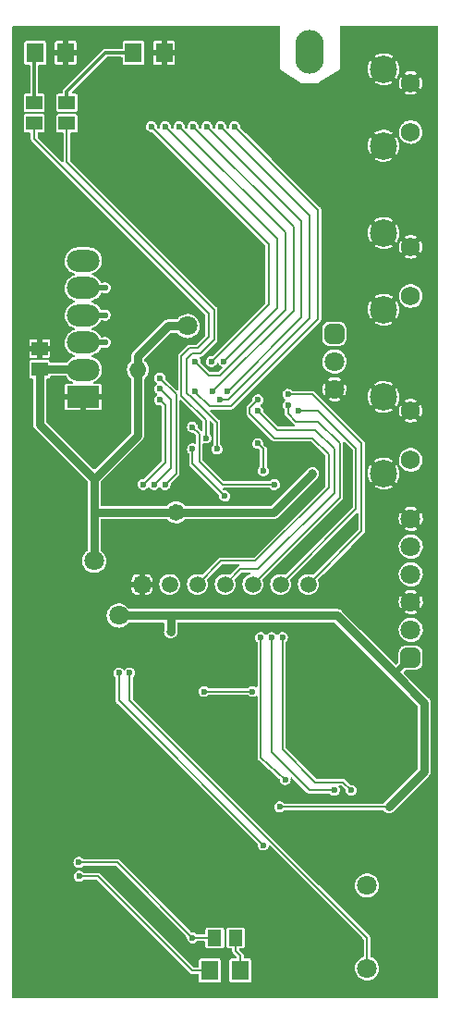
<source format=gtl>
G04 #@! TF.GenerationSoftware,KiCad,Pcbnew,(6.0.9)*
G04 #@! TF.CreationDate,2023-03-26T12:40:35+02:00*
G04 #@! TF.ProjectId,Spoke,53706f6b-652e-46b6-9963-61645f706362,1*
G04 #@! TF.SameCoordinates,PX5f5e100PY5f5e100*
G04 #@! TF.FileFunction,Copper,L1,Top*
G04 #@! TF.FilePolarity,Positive*
%FSLAX46Y46*%
G04 Gerber Fmt 4.6, Leading zero omitted, Abs format (unit mm)*
G04 Created by KiCad (PCBNEW (6.0.9)) date 2023-03-26 12:40:35*
%MOMM*%
%LPD*%
G01*
G04 APERTURE LIST*
G04 Aperture macros list*
%AMRoundRect*
0 Rectangle with rounded corners*
0 $1 Rounding radius*
0 $2 $3 $4 $5 $6 $7 $8 $9 X,Y pos of 4 corners*
0 Add a 4 corners polygon primitive as box body*
4,1,4,$2,$3,$4,$5,$6,$7,$8,$9,$2,$3,0*
0 Add four circle primitives for the rounded corners*
1,1,$1+$1,$2,$3*
1,1,$1+$1,$4,$5*
1,1,$1+$1,$6,$7*
1,1,$1+$1,$8,$9*
0 Add four rect primitives between the rounded corners*
20,1,$1+$1,$2,$3,$4,$5,0*
20,1,$1+$1,$4,$5,$6,$7,0*
20,1,$1+$1,$6,$7,$8,$9,0*
20,1,$1+$1,$8,$9,$2,$3,0*%
G04 Aperture macros list end*
G04 #@! TA.AperFunction,NonConductor*
%ADD10C,0.800000*%
G04 #@! TD*
G04 #@! TA.AperFunction,SMDPad,CuDef*
%ADD11R,1.300000X1.500000*%
G04 #@! TD*
G04 #@! TA.AperFunction,SMDPad,CuDef*
%ADD12R,1.600000X1.800000*%
G04 #@! TD*
G04 #@! TA.AperFunction,ComponentPad*
%ADD13RoundRect,0.375000X-0.375000X-0.375000X0.375000X-0.375000X0.375000X0.375000X-0.375000X0.375000X0*%
G04 #@! TD*
G04 #@! TA.AperFunction,ComponentPad*
%ADD14C,1.500000*%
G04 #@! TD*
G04 #@! TA.AperFunction,SMDPad,CuDef*
%ADD15R,1.500000X1.300000*%
G04 #@! TD*
G04 #@! TA.AperFunction,SMDPad,CuDef*
%ADD16R,3.000000X2.000000*%
G04 #@! TD*
G04 #@! TA.AperFunction,SMDPad,CuDef*
%ADD17O,3.000000X2.000000*%
G04 #@! TD*
G04 #@! TA.AperFunction,ComponentPad*
%ADD18C,1.750000*%
G04 #@! TD*
G04 #@! TA.AperFunction,ComponentPad*
%ADD19C,2.500000*%
G04 #@! TD*
G04 #@! TA.AperFunction,ComponentPad*
%ADD20C,1.800000*%
G04 #@! TD*
G04 #@! TA.AperFunction,ComponentPad*
%ADD21RoundRect,0.450000X0.450000X-0.450000X0.450000X0.450000X-0.450000X0.450000X-0.450000X-0.450000X0*%
G04 #@! TD*
G04 #@! TA.AperFunction,ComponentPad*
%ADD22RoundRect,0.450000X-0.450000X0.450000X-0.450000X-0.450000X0.450000X-0.450000X0.450000X0.450000X0*%
G04 #@! TD*
G04 #@! TA.AperFunction,ComponentPad*
%ADD23O,2.600000X4.000000*%
G04 #@! TD*
G04 #@! TA.AperFunction,ViaPad*
%ADD24C,0.600000*%
G04 #@! TD*
G04 #@! TA.AperFunction,ViaPad*
%ADD25C,0.800000*%
G04 #@! TD*
G04 #@! TA.AperFunction,ViaPad*
%ADD26C,1.800000*%
G04 #@! TD*
G04 #@! TA.AperFunction,Conductor*
%ADD27C,0.800000*%
G04 #@! TD*
G04 #@! TA.AperFunction,Conductor*
%ADD28C,0.200000*%
G04 #@! TD*
G04 #@! TA.AperFunction,Conductor*
%ADD29C,0.500000*%
G04 #@! TD*
G04 #@! TA.AperFunction,Conductor*
%ADD30C,0.300000*%
G04 #@! TD*
G04 APERTURE END LIST*
D10*
X-4100000Y-50000D02*
G75*
G03*
X-4100000Y-50000I-400000J0D01*
G01*
X-7600000Y13000000D02*
G75*
G03*
X-7600000Y13000000I-400000J0D01*
G01*
D11*
G04 #@! TO.P,R6,1,1*
G04 #@! TO.N,Net-(D2-Pad2)*
X950000Y-39000000D03*
G04 #@! TO.P,R6,2,2*
G04 #@! TO.N,Net-(C12-Pad2)*
X-950000Y-39000000D03*
G04 #@! TD*
D12*
G04 #@! TO.P,D4,1,K*
G04 #@! TO.N,GND*
X-14600000Y42000000D03*
G04 #@! TO.P,D4,2,A*
G04 #@! TO.N,Net-(D4-Pad2)*
X-17400000Y42000000D03*
G04 #@! TD*
D13*
G04 #@! TO.P,U2,1,GND*
G04 #@! TO.N,GND*
X-7620000Y-6650000D03*
D14*
G04 #@! TO.P,U2,2,VDD*
G04 #@! TO.N,+3V3*
X-5080000Y-6650000D03*
G04 #@! TO.P,U2,3,SCK*
G04 #@! TO.N,LCD_SCK*
X-2540000Y-6650000D03*
G04 #@! TO.P,U2,4,SDA*
G04 #@! TO.N,LCD_MOSI*
X0Y-6650000D03*
G04 #@! TO.P,U2,5,RES*
G04 #@! TO.N,LCD_RESET*
X2540000Y-6650000D03*
G04 #@! TO.P,U2,6,DC*
G04 #@! TO.N,LCD_DC*
X5080000Y-6650000D03*
G04 #@! TO.P,U2,7,CS*
G04 #@! TO.N,LCD_CS*
X7620000Y-6650000D03*
G04 #@! TD*
D15*
G04 #@! TO.P,C10,1,1*
G04 #@! TO.N,+3V3*
X-17000000Y13050000D03*
G04 #@! TO.P,C10,2,2*
G04 #@! TO.N,GND*
X-17000000Y14950000D03*
G04 #@! TD*
D12*
G04 #@! TO.P,D3,1,K*
G04 #@! TO.N,GND*
X-5600000Y42000000D03*
G04 #@! TO.P,D3,2,A*
G04 #@! TO.N,Net-(D3-Pad2)*
X-8400000Y42000000D03*
G04 #@! TD*
D16*
G04 #@! TO.P,U4,1,GND*
G04 #@! TO.N,GND*
X-13000000Y10500000D03*
D17*
G04 #@! TO.P,U4,2,VCC*
G04 #@! TO.N,+3V3*
X-13000000Y13000000D03*
G04 #@! TO.P,U4,3,TXD*
G04 #@! TO.N,GPS_NMEA*
X-13000000Y15500000D03*
G04 #@! TO.P,U4,4,RXD*
G04 #@! TO.N,GPS_CONF*
X-13000000Y18000000D03*
G04 #@! TO.P,U4,5,PPS*
G04 #@! TO.N,GPS_PPS*
X-13000000Y20500000D03*
G04 #@! TO.P,U4,6,EN*
G04 #@! TO.N,unconnected-(U4-Pad6)*
X-13000000Y23000000D03*
G04 #@! TD*
D12*
G04 #@! TO.P,D2,1,K*
G04 #@! TO.N,Net-(D2-Pad1)*
X-1400000Y-42000000D03*
G04 #@! TO.P,D2,2,A*
G04 #@! TO.N,Net-(D2-Pad2)*
X1400000Y-42000000D03*
G04 #@! TD*
D15*
G04 #@! TO.P,R13,1,1*
G04 #@! TO.N,LED_GREEN*
X-17500000Y35550000D03*
G04 #@! TO.P,R13,2,2*
G04 #@! TO.N,Net-(D4-Pad2)*
X-17500000Y37450000D03*
G04 #@! TD*
G04 #@! TO.P,R11,1,1*
G04 #@! TO.N,LED_RED*
X-14500000Y35550000D03*
G04 #@! TO.P,R11,2,2*
G04 #@! TO.N,Net-(D3-Pad2)*
X-14500000Y37450000D03*
G04 #@! TD*
D18*
G04 #@! TO.P,SW3,1,1*
G04 #@! TO.N,BTN_ESC*
X17000000Y4750000D03*
D19*
G04 #@! TO.P,SW3,2,2*
G04 #@! TO.N,GND*
X14510000Y10510000D03*
D18*
X17000000Y9250000D03*
D19*
X14510000Y3500000D03*
G04 #@! TD*
D20*
G04 #@! TO.P,LS1,1,1*
G04 #@! TO.N,Net-(LS1-Pad1)*
X13000000Y-34200000D03*
G04 #@! TO.P,LS1,2,2*
G04 #@! TO.N,BUZZER_N*
X13000000Y-41800000D03*
G04 #@! TD*
D21*
G04 #@! TO.P,X6,1,1*
G04 #@! TO.N,+3V3*
X17000000Y-13350000D03*
D20*
G04 #@! TO.P,X6,2,2*
G04 #@! TO.N,SWD_CLK*
X17000000Y-10810000D03*
G04 #@! TO.P,X6,3,3*
G04 #@! TO.N,GND*
X17000000Y-8270000D03*
G04 #@! TO.P,X6,4,4*
G04 #@! TO.N,SWD_IO*
X17000000Y-5730000D03*
G04 #@! TO.P,X6,5,5*
G04 #@! TO.N,MCU_RESET*
X17000000Y-3190000D03*
G04 #@! TO.P,X6,6,6*
G04 #@! TO.N,GND*
X17000000Y-650000D03*
G04 #@! TD*
D22*
G04 #@! TO.P,X3,1,1*
G04 #@! TO.N,Net-(R4-Pad1)*
X10000000Y16290000D03*
D20*
G04 #@! TO.P,X3,2,2*
G04 #@! TO.N,CONSOLE_RX*
X10000000Y13750000D03*
G04 #@! TO.P,X3,3,3*
G04 #@! TO.N,GND*
X10000000Y11210000D03*
G04 #@! TD*
D23*
G04 #@! TO.P,X8,1,1*
G04 #@! TO.N,/ANT*
X7730000Y42100000D03*
G04 #@! TD*
D18*
G04 #@! TO.P,SW2,1,1*
G04 #@! TO.N,BTN_OK*
X17000000Y19750000D03*
D19*
G04 #@! TO.P,SW2,2,2*
G04 #@! TO.N,GND*
X14510000Y18500000D03*
X14510000Y25510000D03*
D18*
X17000000Y24250000D03*
G04 #@! TD*
G04 #@! TO.P,SW1,1,1*
G04 #@! TO.N,Net-(D1-Pad3)*
X17000000Y34750000D03*
D19*
G04 #@! TO.P,SW1,2,2*
G04 #@! TO.N,GND*
X14510000Y40510000D03*
D18*
X17000000Y39250000D03*
D19*
X14510000Y33500000D03*
G04 #@! TD*
D24*
G04 #@! TO.N,GND*
X17000000Y14000000D03*
X6500000Y-21000000D03*
X11000000Y40000000D03*
X-500000Y19500000D03*
X9500000Y-1000000D03*
X-19000000Y0D03*
X6500000Y35000000D03*
X-14000000Y0D03*
X-3000000Y-8000000D03*
X1500000Y6000000D03*
X11000000Y-40000000D03*
X-19000000Y8000000D03*
X-7500000Y18500000D03*
X19000000Y32000000D03*
X0Y-34000000D03*
X11000000Y-8500000D03*
X4000000Y44000000D03*
X-15000000Y44000000D03*
X-4000000Y-16500000D03*
X19000000Y-28000000D03*
X-13500000Y-19000000D03*
X-10500000Y6000000D03*
X17000000Y7000000D03*
X-3000000Y6750000D03*
X-11000000Y19000000D03*
X-17000000Y-22000000D03*
X10500000Y28000000D03*
X11000000Y-44000000D03*
X9500000Y-11250000D03*
X1000000Y8000000D03*
X-19000000Y-34500000D03*
X-19000000Y28000000D03*
X-11000000Y-41000000D03*
X-3000000Y8750000D03*
X-19000000Y4000000D03*
X5500000Y-5000000D03*
X10500000Y32000000D03*
X2750000Y-27000000D03*
X-9000000Y-37000000D03*
X19000000Y44000000D03*
X-5500000Y28000000D03*
X4300000Y12200000D03*
X-19000000Y40000000D03*
X-9500000Y32000000D03*
X-4500000Y1500000D03*
X-12500000Y36000000D03*
X1500000Y18000000D03*
X-2000000Y25000000D03*
X17000000Y37000000D03*
X4500000Y3500000D03*
X-19000000Y-4000000D03*
X7000000Y1000000D03*
X-13000000Y8500000D03*
X-12000000Y8500000D03*
X15000000Y44000000D03*
X2500000Y-2500000D03*
X17000000Y-27000000D03*
X-5000000Y-4500000D03*
X0Y5000000D03*
X19000000Y-4000000D03*
X19000000Y-44000000D03*
X5700000Y13600000D03*
X-4500000Y-34500000D03*
X-12500000Y39000000D03*
X-500000Y9000000D03*
X5700000Y12200000D03*
X-16000000Y28000000D03*
X-9000000Y1500000D03*
D25*
X-500000Y-3500000D03*
D24*
X-12500000Y32000000D03*
X19000000Y-12000000D03*
X15500000Y-18500000D03*
X19000000Y28000000D03*
X-7000000Y44000000D03*
X-14000000Y-4500000D03*
D25*
X-10250000Y17000000D03*
D24*
X19000000Y-32000000D03*
X-9500000Y21000000D03*
X-19000000Y-37500000D03*
X14750000Y-4250000D03*
X-9000000Y-38000000D03*
X11750000Y-30000000D03*
X10500000Y21000000D03*
X-4500000Y-25500000D03*
X15000000Y-36000000D03*
X-6000000Y13500000D03*
X-3000000Y40000000D03*
X17000000Y29500000D03*
X3250000Y-8250000D03*
X0Y16000000D03*
X11000000Y500000D03*
X1500000Y19500000D03*
X19000000Y-16000000D03*
X-9500000Y37000000D03*
D25*
X3000000Y19500000D03*
D24*
X-16500000Y32000000D03*
X-16000000Y24000000D03*
X19000000Y24000000D03*
X0Y-13500000D03*
X19000000Y0D03*
X-5500000Y25000000D03*
X-9500000Y28500000D03*
X-19000000Y36000000D03*
X-9000000Y4500000D03*
X6000000Y-44000000D03*
X-7500000Y-4500000D03*
X-7500000Y21500000D03*
X6500000Y39000000D03*
X500000Y-20000000D03*
X5500000Y2500000D03*
X-16000000Y-6000000D03*
X6000000Y-10500000D03*
X-7000000Y-41000000D03*
X-9000000Y-44000000D03*
X4000000Y40000000D03*
X-9500000Y23000000D03*
X9500000Y-16000000D03*
X-14000000Y8500000D03*
D25*
X11250000Y5000000D03*
D24*
X-19000000Y-32000000D03*
X-6500000Y4500000D03*
X14500000Y37000000D03*
X11000000Y44000000D03*
X-7500000Y6000000D03*
X1000000Y44000000D03*
X-5000000Y-2000000D03*
X-19000000Y32000000D03*
X1500000Y9500000D03*
X-19000000Y-12000000D03*
X-7000000Y-39500000D03*
X-15500000Y-20000000D03*
X-16500000Y-9500000D03*
X-19000000Y-24000000D03*
X-8000000Y35000000D03*
X-19000000Y44000000D03*
X10500000Y25000000D03*
X2500000Y7500000D03*
X14000000Y-7000000D03*
X0Y-8000000D03*
X3000000Y11049503D03*
D25*
X-10000000Y13000000D03*
D24*
X14000000Y-25000000D03*
X0Y7000000D03*
X19000000Y-36000000D03*
X13500000Y16000000D03*
X-9500000Y25000000D03*
X-3000000Y44000000D03*
X2750000Y-24500000D03*
D25*
X-3000000Y-3500000D03*
D24*
X-7500000Y-2000000D03*
X-19000000Y-28000000D03*
X-9000000Y-31500000D03*
X0Y-30000000D03*
X0Y-44000000D03*
X13000000Y-10500000D03*
X-6000000Y-28000000D03*
X19000000Y20000000D03*
X-15000000Y-44000000D03*
X5000000Y37000000D03*
X-11000000Y-39500000D03*
X9000000Y35000000D03*
X-15000000Y-8000000D03*
X-11000000Y44000000D03*
X1000000Y25000000D03*
X-19000000Y20000000D03*
X-10000000Y-4500000D03*
X-19000000Y12000000D03*
X19000000Y40000000D03*
X-9000000Y-28000000D03*
X19000000Y-8000000D03*
X8250000Y-30000000D03*
X-19000000Y-40000000D03*
X-19000000Y24000000D03*
X14500000Y29500000D03*
X-12000000Y4500000D03*
X0Y-11000000D03*
X5750000Y6000000D03*
X10500000Y37000000D03*
X6000000Y-36000000D03*
X-10500000Y-20000000D03*
X-2000000Y2250000D03*
X-8000000Y39000000D03*
X1500000Y-15000000D03*
X9500000Y-13500000D03*
X5000000Y-41000000D03*
X-3500000Y3000000D03*
X-11000000Y-42500000D03*
X10500000Y23000000D03*
X9500000Y-18500000D03*
X-3500000Y18500000D03*
X6500000Y32000000D03*
X-6750000Y8926089D03*
X-5500000Y32000000D03*
X-12500000Y28000000D03*
X-19000000Y-16000000D03*
X-7000000Y-42500000D03*
X-4000000Y-20000000D03*
X-9000000Y-34000000D03*
X-5000000Y12500000D03*
X0Y-37500000D03*
X12500000Y-13500000D03*
D25*
X-10000000Y10000000D03*
D24*
X-7000000Y-21500000D03*
D25*
X-9000000Y20000000D03*
D24*
X-10000000Y-11000000D03*
X-5000000Y-41000000D03*
X-11000000Y22000000D03*
X1000000Y40000000D03*
X-13500000Y6000000D03*
X-19000000Y-8000000D03*
X19000000Y12000000D03*
X19000000Y36000000D03*
X-2000000Y28000000D03*
X19000000Y16000000D03*
X15000000Y-32000000D03*
X-3000000Y-28000000D03*
X2500000Y23000000D03*
X14500000Y7000000D03*
X6000000Y-40000000D03*
X19000000Y4000000D03*
X9000000Y39000000D03*
X-16000000Y20000000D03*
X-19000000Y-44000000D03*
X17000000Y22000000D03*
X-12500000Y25000000D03*
X15000000Y-40000000D03*
X-12500000Y-19000000D03*
X11000000Y-2000000D03*
X6750000Y-8250000D03*
X11000000Y-36000000D03*
X6500000Y-18500000D03*
X-15000000Y-11000000D03*
X15000000Y-44000000D03*
X-19000000Y-20000000D03*
X-4000000Y-13000000D03*
X19000000Y-25000000D03*
X-19000000Y16000000D03*
X14500000Y22000000D03*
X19000000Y8000000D03*
X6500000Y-16000000D03*
D25*
X-3000000Y-11000000D03*
D24*
X19000000Y-40000000D03*
D26*
G04 #@! TO.N,+3V3*
X-9750000Y-9500000D03*
D24*
X5000000Y-27000000D03*
D26*
X-12000000Y-4500000D03*
D25*
X-8000000Y13000000D03*
D24*
X15000000Y-27000000D03*
D25*
X-4500000Y-50000D03*
D24*
X18250000Y-20500000D03*
D25*
X-5000000Y-11000000D03*
D26*
X-3449500Y17000000D03*
D25*
X8000000Y3500000D03*
D24*
G04 #@! TO.N,MCU_RESET*
X4500000Y2500000D03*
X-3000000Y7750000D03*
G04 #@! TO.N,BUZZER_N*
X-8750000Y-14750000D03*
X-6500000Y2500000D03*
X-6000000Y11250000D03*
G04 #@! TO.N,VBAT_SENSE*
X-6000000Y12250000D03*
X-5500000Y2500000D03*
G04 #@! TO.N,LED_RED*
X-750000Y5750000D03*
G04 #@! TO.N,LED_GREEN*
X-1750000Y6750000D03*
G04 #@! TO.N,BUZZER_P*
X-6000000Y10250000D03*
X-9750000Y-14750000D03*
X3500000Y-30500000D03*
X-7500000Y2500000D03*
G04 #@! TO.N,Net-(C12-Pad2)*
X-3000000Y-39000000D03*
X-13405000Y-32095000D03*
G04 #@! TO.N,PWR_HOLD*
X-1950000Y-16450000D03*
X2500000Y-16450000D03*
G04 #@! TO.N,LCD_CS*
X5750000Y10750000D03*
G04 #@! TO.N,LCD_SCK*
X3000000Y10250000D03*
G04 #@! TO.N,LCD_DC*
X6750000Y9250000D03*
G04 #@! TO.N,LCD_MOSI*
X3000000Y9250000D03*
G04 #@! TO.N,GPS_CONF*
X-11000000Y18000000D03*
G04 #@! TO.N,GPS_NMEA*
X-11000000Y15500000D03*
G04 #@! TO.N,GPS_PPS*
X-11000000Y20500000D03*
G04 #@! TO.N,SWD_IO*
X3000000Y6250000D03*
X3500000Y3750000D03*
G04 #@! TO.N,RF_CS*
X890000Y35250000D03*
X-2750000Y11000000D03*
G04 #@! TO.N,RF_SCK*
X-500000Y10250000D03*
X-380000Y35250000D03*
G04 #@! TO.N,RF_MISO*
X-2920000Y35250000D03*
X-1150500Y11000000D03*
G04 #@! TO.N,RF_MOSI*
X236444Y11013556D03*
X-1650000Y35250000D03*
G04 #@! TO.N,I2C_INT*
X-3000000Y5750000D03*
X5500000Y-24500000D03*
X3250000Y-11513975D03*
X-46399Y1453601D03*
G04 #@! TO.N,RF_RESET*
X-4190000Y35250000D03*
X-2750000Y13750000D03*
G04 #@! TO.N,RF_IRQ*
X-6730000Y35250000D03*
X-1250000Y13750000D03*
G04 #@! TO.N,RF_BUSY*
X-5460000Y35250000D03*
X-114008Y13761831D03*
G04 #@! TO.N,LCD_RESET*
X5750000Y9750000D03*
G04 #@! TO.N,I2C_SCL*
X11550000Y-25500000D03*
X5250000Y-11500000D03*
G04 #@! TO.N,I2C_SDA*
X4250000Y-11500000D03*
X10000000Y-25500000D03*
G04 #@! TO.N,Net-(D2-Pad1)*
X-13365000Y-33365000D03*
G04 #@! TD*
D27*
G04 #@! TO.N,+3V3*
X15500000Y-14750000D02*
X10250000Y-9500000D01*
X-17000000Y8000000D02*
X-17000000Y13050000D01*
D28*
X5000000Y-27000000D02*
X15000000Y-27000000D01*
D27*
X-9750000Y-9500000D02*
X-5000000Y-9500000D01*
X18250000Y-20500000D02*
X18250000Y-17500000D01*
X18250000Y-20500000D02*
X18250000Y-23750000D01*
X-11950000Y-50000D02*
X-12000000Y0D01*
X-17000000Y13050000D02*
X-13050000Y13050000D01*
X10250000Y-9500000D02*
X-5000000Y-9500000D01*
X-12000000Y-4500000D02*
X-12000000Y0D01*
X-13050000Y13050000D02*
X-13000000Y13000000D01*
X8000000Y3500000D02*
X4450000Y-50000D01*
X-12000000Y0D02*
X-12000000Y3000000D01*
X-12000000Y3000000D02*
X-8000000Y7000000D01*
X-12000000Y3000000D02*
X-17000000Y8000000D01*
X-8000000Y7000000D02*
X-8000000Y13000000D01*
D28*
X15500000Y-14750000D02*
X15600000Y-14750000D01*
D27*
X-8000000Y14250000D02*
X-5250000Y17000000D01*
X18250000Y-23750000D02*
X15000000Y-27000000D01*
X-8000000Y13000000D02*
X-8000000Y14250000D01*
D29*
X15600000Y-14750000D02*
X17000000Y-13350000D01*
D27*
X18250000Y-17500000D02*
X15500000Y-14750000D01*
X-5000000Y-11000000D02*
X-5000000Y-9500000D01*
X4450000Y-50000D02*
X-11950000Y-50000D01*
X-5250000Y17000000D02*
X-3449500Y17000000D01*
D28*
G04 #@! TO.N,MCU_RESET*
X-2350000Y4600000D02*
X-2350000Y7100000D01*
X4500000Y2500000D02*
X-250000Y2500000D01*
X-250000Y2500000D02*
X-2350000Y4600000D01*
X-2350000Y7100000D02*
X-3000000Y7750000D01*
G04 #@! TO.N,Net-(D2-Pad2)*
X1400000Y-40650000D02*
X1400000Y-42000000D01*
X950000Y-39000000D02*
X950000Y-40200000D01*
X950000Y-40200000D02*
X1400000Y-40650000D01*
D30*
G04 #@! TO.N,Net-(D3-Pad2)*
X-11000000Y42000000D02*
X-8400000Y42000000D01*
X-14500000Y37450000D02*
X-14500000Y38500000D01*
X-14500000Y38500000D02*
X-11000000Y42000000D01*
D28*
G04 #@! TO.N,BUZZER_N*
X-5000000Y10250000D02*
X-5000000Y4000000D01*
X-8750000Y-14750000D02*
X-8750000Y-17250000D01*
X-8750000Y-17250000D02*
X13000000Y-39000000D01*
X13000000Y-39000000D02*
X13000000Y-41800000D01*
X-6000000Y11250000D02*
X-5000000Y10250000D01*
X-5000000Y4000000D02*
X-6500000Y2500000D01*
G04 #@! TO.N,VBAT_SENSE*
X-4500000Y10750000D02*
X-6000000Y12250000D01*
X-5500000Y2500000D02*
X-4500000Y3500000D01*
X-4500000Y3500000D02*
X-4500000Y10750000D01*
G04 #@! TO.N,LED_RED*
X-2992157Y10400000D02*
X-2998529Y10400000D01*
X-3000000Y14500000D02*
X-2250000Y14500000D01*
X-14500000Y32000000D02*
X-14500000Y35550000D01*
X-3500000Y14000000D02*
X-3000000Y14500000D01*
X-1000000Y18500000D02*
X-14500000Y32000000D01*
X-750000Y8157843D02*
X-2992157Y10400000D01*
X-3500000Y10901471D02*
X-3500000Y14000000D01*
X-2250000Y14500000D02*
X-1000000Y15750000D01*
X-2998529Y10400000D02*
X-3500000Y10901471D01*
X-750000Y5750000D02*
X-750000Y8157843D01*
X-1000000Y15750000D02*
X-1000000Y18500000D01*
G04 #@! TO.N,LED_GREEN*
X-1750000Y6750000D02*
X-1750000Y8375000D01*
X-1500000Y16000000D02*
X-1500000Y18125000D01*
X-4000000Y14250000D02*
X-3250000Y15000000D01*
X-3250000Y15000000D02*
X-2500000Y15000000D01*
X-2500000Y15000000D02*
X-1500000Y16000000D01*
X-4000000Y10625000D02*
X-4000000Y14250000D01*
X-1500000Y18125000D02*
X-17500000Y34125000D01*
X-17500000Y34125000D02*
X-17500000Y35550000D01*
X-1750000Y8375000D02*
X-4000000Y10625000D01*
G04 #@! TO.N,BUZZER_P*
X-9750000Y-17250000D02*
X3500000Y-30500000D01*
X-5500000Y9750000D02*
X-5500000Y4500000D01*
X-5500000Y4500000D02*
X-7500000Y2500000D01*
X-6000000Y10250000D02*
X-5500000Y9750000D01*
X-9750000Y-14750000D02*
X-9750000Y-17250000D01*
G04 #@! TO.N,Net-(C12-Pad2)*
X-9905000Y-32095000D02*
X-13405000Y-32095000D01*
X-950000Y-39000000D02*
X-3000000Y-39000000D01*
X-3000000Y-39000000D02*
X-9905000Y-32095000D01*
G04 #@! TO.N,PWR_HOLD*
X2500000Y-16450000D02*
X-1950000Y-16450000D01*
G04 #@! TO.N,LCD_CS*
X5750000Y10750000D02*
X8000000Y10750000D01*
X12500000Y6250000D02*
X12500000Y-1770000D01*
X8000000Y10750000D02*
X12500000Y6250000D01*
X12500000Y-1770000D02*
X7620000Y-6650000D01*
G04 #@! TO.N,LCD_SCK*
X3000000Y10250000D02*
X2972182Y10250000D01*
X2972182Y10250000D02*
X2250000Y9527818D01*
X2250000Y9000000D02*
X4500000Y6750000D01*
X9500000Y2250000D02*
X2750000Y-4500000D01*
X4500000Y6750000D02*
X8000000Y6750000D01*
X2750000Y-4500000D02*
X-390000Y-4500000D01*
X8000000Y6750000D02*
X9500000Y5250000D01*
X2250000Y9527818D02*
X2250000Y9000000D01*
X9500000Y5250000D02*
X9500000Y2250000D01*
X-390000Y-4500000D02*
X-2540000Y-6650000D01*
G04 #@! TO.N,LCD_DC*
X8500000Y9250000D02*
X12000000Y5750000D01*
X12000000Y270000D02*
X5080000Y-6650000D01*
X12000000Y5750000D02*
X12000000Y270000D01*
X6750000Y9250000D02*
X8500000Y9250000D01*
G04 #@! TO.N,LCD_MOSI*
X10000000Y1750000D02*
X3000000Y-5250000D01*
X10000000Y5750000D02*
X10000000Y1750000D01*
X8250000Y7500000D02*
X10000000Y5750000D01*
X4750000Y7500000D02*
X8250000Y7500000D01*
X1400000Y-5250000D02*
X0Y-6650000D01*
X3000000Y9250000D02*
X4750000Y7500000D01*
X3000000Y-5250000D02*
X1400000Y-5250000D01*
D29*
G04 #@! TO.N,GPS_CONF*
X-11000000Y18000000D02*
X-13000000Y18000000D01*
G04 #@! TO.N,GPS_NMEA*
X-11000000Y15500000D02*
X-13000000Y15500000D01*
G04 #@! TO.N,GPS_PPS*
X-11000000Y20500000D02*
X-13000000Y20500000D01*
D28*
G04 #@! TO.N,SWD_IO*
X3500000Y3750000D02*
X3500000Y5750000D01*
X3500000Y5750000D02*
X3000000Y6250000D01*
G04 #@! TO.N,RF_CS*
X-2750000Y11000000D02*
X-2750000Y10972182D01*
X-2750000Y10972182D02*
X-1427818Y9650000D01*
X8500000Y27640000D02*
X890000Y35250000D01*
X-1427818Y9650000D02*
X525000Y9650000D01*
X8500000Y17625000D02*
X8500000Y27640000D01*
X525000Y9650000D02*
X8500000Y17625000D01*
G04 #@! TO.N,RF_SCK*
X7750000Y17678584D02*
X7750000Y27120000D01*
X321416Y10250000D02*
X7750000Y17678584D01*
X7750000Y27120000D02*
X-380000Y35250000D01*
X-500000Y10250000D02*
X321416Y10250000D01*
G04 #@! TO.N,RF_MISO*
X-1150500Y11000000D02*
X6250000Y18400500D01*
X6250000Y26080000D02*
X-2920000Y35250000D01*
X6250000Y18400500D02*
X6250000Y26080000D01*
G04 #@! TO.N,RF_MOSI*
X7000000Y17763556D02*
X7000000Y26600000D01*
X7000000Y26600000D02*
X-1650000Y35250000D01*
X250000Y11013556D02*
X7000000Y17763556D01*
X236444Y11013556D02*
X250000Y11013556D01*
G04 #@! TO.N,I2C_INT*
X5500000Y-24500000D02*
X3250000Y-22500000D01*
X-46399Y1453601D02*
X-3000000Y4407202D01*
X-3000000Y4407202D02*
X-3000000Y5750000D01*
X3250000Y-22500000D02*
X3250000Y-11513975D01*
G04 #@! TO.N,RF_RESET*
X5500000Y25560000D02*
X5500000Y18500000D01*
X-500000Y12500000D02*
X-1500000Y12500000D01*
X-4190000Y35250000D02*
X5500000Y25560000D01*
X5500000Y18500000D02*
X-500000Y12500000D01*
X-1500000Y12500000D02*
X-2750000Y13750000D01*
G04 #@! TO.N,RF_IRQ*
X-6730000Y35250000D02*
X4000000Y24520000D01*
X4000000Y24520000D02*
X4000000Y19000000D01*
X4000000Y19000000D02*
X-1250000Y13750000D01*
G04 #@! TO.N,RF_BUSY*
X-5460000Y35250000D02*
X4750000Y25040000D01*
X4750000Y25040000D02*
X4750000Y18625839D01*
X4750000Y18625839D02*
X-114008Y13761831D01*
G04 #@! TO.N,LCD_RESET*
X8500000Y8250000D02*
X10500000Y6250000D01*
X6500000Y8250000D02*
X8500000Y8250000D01*
X10500000Y1310000D02*
X2540000Y-6650000D01*
X10500000Y6250000D02*
X10500000Y1310000D01*
X5750000Y9750000D02*
X5750000Y9000000D01*
X5750000Y9000000D02*
X6500000Y8250000D01*
G04 #@! TO.N,I2C_SCL*
X8250000Y-24750000D02*
X10800000Y-24750000D01*
X10800000Y-24750000D02*
X11550000Y-25500000D01*
X5250000Y-21750000D02*
X8250000Y-24750000D01*
X5250000Y-11500000D02*
X5250000Y-21750000D01*
G04 #@! TO.N,I2C_SDA*
X4250000Y-11500000D02*
X4250000Y-22000000D01*
X4250000Y-22000000D02*
X7750000Y-25500000D01*
X7750000Y-25500000D02*
X10000000Y-25500000D01*
G04 #@! TO.N,Net-(D2-Pad1)*
X-13365000Y-33365000D02*
X-11635000Y-33365000D01*
X-11635000Y-33365000D02*
X-3000000Y-42000000D01*
X-3000000Y-42000000D02*
X-1400000Y-42000000D01*
D30*
G04 #@! TO.N,Net-(D4-Pad2)*
X-17500000Y37450000D02*
X-17500000Y41900000D01*
X-17500000Y41900000D02*
X-17400000Y42000000D01*
G04 #@! TD*
G04 #@! TA.AperFunction,Conductor*
G04 #@! TO.N,GND*
G36*
X4959191Y44480593D02*
G01*
X4995155Y44431093D01*
X5000000Y44400500D01*
X5000000Y40500000D01*
X7000000Y39250000D01*
X8500000Y39250000D01*
X8610502Y39319064D01*
X13678446Y39319064D01*
X13678886Y39316283D01*
X13679072Y39316051D01*
X13877825Y39199910D01*
X13885121Y39196414D01*
X14100283Y39114251D01*
X14108053Y39111993D01*
X14333743Y39066076D01*
X14341787Y39065117D01*
X14571949Y39056678D01*
X14580025Y39057044D01*
X14808484Y39086311D01*
X14816393Y39087993D01*
X15036987Y39154174D01*
X15044535Y39157132D01*
X15251359Y39258453D01*
X15258314Y39262600D01*
X15273922Y39273733D01*
X15921062Y39273733D01*
X15933390Y39085639D01*
X15934803Y39076718D01*
X15981202Y38894022D01*
X15984222Y38885494D01*
X16063135Y38714319D01*
X16067652Y38706496D01*
X16073216Y38698623D01*
X16083901Y38690644D01*
X16084651Y38690634D01*
X16090783Y38694337D01*
X16635361Y39238914D01*
X16640603Y39249203D01*
X17358585Y39249203D01*
X17359381Y39244172D01*
X17905683Y38697871D01*
X17916445Y38692388D01*
X17923945Y38699598D01*
X17984048Y38806922D01*
X17987728Y38815186D01*
X18048315Y38993669D01*
X18050427Y39002468D01*
X18077705Y39190598D01*
X18078202Y39196424D01*
X18079529Y39247087D01*
X18079339Y39252899D01*
X18061942Y39442224D01*
X18060295Y39451110D01*
X18009130Y39632528D01*
X18005889Y39640970D01*
X17924418Y39806177D01*
X17917777Y39810870D01*
X17916329Y39810851D01*
X17911238Y39807685D01*
X17364639Y39261086D01*
X17358585Y39249203D01*
X16640603Y39249203D01*
X16641415Y39250797D01*
X16640619Y39255828D01*
X16093202Y39803244D01*
X16082845Y39808521D01*
X16074970Y39800748D01*
X16004686Y39667158D01*
X16001231Y39658818D01*
X15945334Y39478802D01*
X15943453Y39469952D01*
X15921298Y39282765D01*
X15921062Y39273733D01*
X15273922Y39273733D01*
X15330492Y39314084D01*
X15338426Y39324806D01*
X15338433Y39325669D01*
X15334817Y39331629D01*
X14521086Y40145361D01*
X14509203Y40151415D01*
X14504172Y40150619D01*
X13684500Y39330947D01*
X13678446Y39319064D01*
X8610502Y39319064D01*
X10500000Y40500000D01*
X10500000Y40541496D01*
X13055699Y40541496D01*
X13068958Y40311556D01*
X13070083Y40303550D01*
X13120717Y40078870D01*
X13123140Y40071136D01*
X13209785Y39857755D01*
X13213439Y39850521D01*
X13312977Y39688092D01*
X13322663Y39679819D01*
X13330849Y39684403D01*
X14145361Y40498914D01*
X14150603Y40509203D01*
X14868585Y40509203D01*
X14869381Y40504172D01*
X15685759Y39687795D01*
X15697642Y39681741D01*
X15698587Y39681890D01*
X15703759Y39686331D01*
X15754784Y39757340D01*
X15758951Y39764277D01*
X15860996Y39970748D01*
X15863976Y39978272D01*
X15920650Y40164809D01*
X16442565Y40164809D01*
X16447260Y40156294D01*
X16988914Y39614639D01*
X17000797Y39608585D01*
X17005828Y39609381D01*
X17551548Y40155102D01*
X17557426Y40166640D01*
X17551333Y40173318D01*
X17493967Y40209514D01*
X17485914Y40213617D01*
X17310836Y40283466D01*
X17302178Y40286031D01*
X17117303Y40322805D01*
X17108310Y40323750D01*
X16919834Y40326218D01*
X16910819Y40325508D01*
X16725047Y40293586D01*
X16716323Y40291248D01*
X16539481Y40226009D01*
X16531313Y40222113D01*
X16450824Y40174226D01*
X16442565Y40164809D01*
X15920650Y40164809D01*
X15930930Y40198645D01*
X15932640Y40206558D01*
X15962887Y40436306D01*
X15963297Y40441570D01*
X15964904Y40507359D01*
X15964753Y40512629D01*
X15945765Y40743587D01*
X15944443Y40751573D01*
X15888336Y40974941D01*
X15885723Y40982617D01*
X15793891Y41193817D01*
X15790058Y41200964D01*
X15706053Y41330817D01*
X15695863Y41339098D01*
X15688288Y41334734D01*
X14874639Y40521086D01*
X14868585Y40509203D01*
X14150603Y40509203D01*
X14151415Y40510797D01*
X14150619Y40515828D01*
X13334209Y41332237D01*
X13322326Y41338291D01*
X13322027Y41338244D01*
X13316100Y41333028D01*
X13247202Y41232028D01*
X13243200Y41224982D01*
X13146234Y41016085D01*
X13143436Y41008480D01*
X13081891Y40786558D01*
X13080370Y40778584D01*
X13055897Y40549587D01*
X13055699Y40541496D01*
X10500000Y40541496D01*
X10500000Y41695812D01*
X13681115Y41695812D01*
X13681139Y41694294D01*
X13684252Y41689302D01*
X14498914Y40874639D01*
X14510797Y40868585D01*
X14515828Y40869381D01*
X15333780Y41687334D01*
X15339834Y41699217D01*
X15339495Y41701359D01*
X15336464Y41705056D01*
X15318350Y41719362D01*
X15311616Y41723836D01*
X15109983Y41835142D01*
X15102591Y41838464D01*
X14885502Y41915340D01*
X14877663Y41917411D01*
X14650928Y41957799D01*
X14642860Y41958562D01*
X14412568Y41961375D01*
X14404489Y41960810D01*
X14176834Y41925974D01*
X14168948Y41924095D01*
X13950034Y41852543D01*
X13942577Y41849408D01*
X13738287Y41743062D01*
X13731435Y41738747D01*
X13688783Y41706723D01*
X13681115Y41695812D01*
X10500000Y41695812D01*
X10500000Y44400500D01*
X10518907Y44458691D01*
X10568407Y44494655D01*
X10599000Y44499500D01*
X19400500Y44499500D01*
X19458691Y44480593D01*
X19494655Y44431093D01*
X19499500Y44400500D01*
X19499500Y-44400500D01*
X19480593Y-44458691D01*
X19431093Y-44494655D01*
X19400500Y-44499500D01*
X-19400500Y-44499500D01*
X-19458691Y-44480593D01*
X-19494655Y-44431093D01*
X-19499500Y-44400500D01*
X-19499500Y-33358823D01*
X-13870609Y-33358823D01*
X-13852020Y-33500979D01*
X-13849179Y-33507435D01*
X-13849179Y-33507436D01*
X-13800138Y-33618889D01*
X-13794280Y-33632203D01*
X-13766291Y-33665500D01*
X-13706569Y-33736549D01*
X-13706566Y-33736551D01*
X-13702030Y-33741948D01*
X-13696159Y-33745856D01*
X-13696158Y-33745857D01*
X-13683857Y-33754045D01*
X-13582687Y-33821390D01*
X-13482080Y-33852821D01*
X-13452575Y-33862039D01*
X-13452574Y-33862039D01*
X-13445843Y-33864142D01*
X-13374172Y-33865456D01*
X-13309555Y-33866641D01*
X-13309553Y-33866641D01*
X-13302501Y-33866770D01*
X-13295698Y-33864915D01*
X-13295696Y-33864915D01*
X-13220497Y-33844413D01*
X-13164183Y-33829060D01*
X-13042009Y-33754045D01*
X-13034597Y-33745857D01*
X-12991338Y-33698064D01*
X-12938270Y-33667610D01*
X-12917940Y-33665500D01*
X-11800479Y-33665500D01*
X-11742288Y-33684407D01*
X-11730475Y-33694496D01*
X-3250320Y-42174651D01*
X-3247620Y-42177780D01*
X-3245425Y-42182269D01*
X-3238722Y-42188487D01*
X-3209178Y-42215893D01*
X-3206502Y-42218469D01*
X-3192723Y-42232248D01*
X-3189013Y-42234793D01*
X-3185100Y-42238229D01*
X-3163354Y-42258401D01*
X-3154866Y-42261788D01*
X-3154865Y-42261788D01*
X-3152664Y-42262666D01*
X-3133348Y-42272980D01*
X-3131393Y-42274321D01*
X-3131390Y-42274322D01*
X-3123854Y-42279492D01*
X-3097942Y-42285641D01*
X-3084116Y-42290014D01*
X-3065868Y-42297294D01*
X-3065866Y-42297294D01*
X-3059378Y-42299883D01*
X-3053085Y-42300500D01*
X-3046916Y-42300500D01*
X-3024057Y-42303175D01*
X-3023827Y-42303230D01*
X-3023825Y-42303230D01*
X-3014934Y-42305340D01*
X-2986012Y-42301404D01*
X-2972663Y-42300500D01*
X-2499500Y-42300500D01*
X-2441309Y-42319407D01*
X-2405345Y-42368907D01*
X-2400500Y-42399500D01*
X-2400500Y-42919748D01*
X-2388867Y-42978231D01*
X-2344552Y-43044552D01*
X-2278231Y-43088867D01*
X-2268668Y-43090769D01*
X-2268666Y-43090770D01*
X-2245995Y-43095279D01*
X-2219748Y-43100500D01*
X-580252Y-43100500D01*
X-554005Y-43095279D01*
X-531334Y-43090770D01*
X-531332Y-43090769D01*
X-521769Y-43088867D01*
X-455448Y-43044552D01*
X-411133Y-42978231D01*
X-399500Y-42919748D01*
X-399500Y-41080252D01*
X-411133Y-41021769D01*
X-455448Y-40955448D01*
X-521769Y-40911133D01*
X-531332Y-40909231D01*
X-531334Y-40909230D01*
X-559952Y-40903538D01*
X-580252Y-40899500D01*
X-2219748Y-40899500D01*
X-2240048Y-40903538D01*
X-2268666Y-40909230D01*
X-2268668Y-40909231D01*
X-2278231Y-40911133D01*
X-2344552Y-40955448D01*
X-2388867Y-41021769D01*
X-2400500Y-41080252D01*
X-2400500Y-41600500D01*
X-2419407Y-41658691D01*
X-2468907Y-41694655D01*
X-2499500Y-41699500D01*
X-2834521Y-41699500D01*
X-2892712Y-41680593D01*
X-2904525Y-41670504D01*
X-11384680Y-33190349D01*
X-11387380Y-33187220D01*
X-11389575Y-33182731D01*
X-11425822Y-33149107D01*
X-11428498Y-33146531D01*
X-11442277Y-33132752D01*
X-11445987Y-33130207D01*
X-11449900Y-33126771D01*
X-11464945Y-33112815D01*
X-11471646Y-33106599D01*
X-11482336Y-33102334D01*
X-11501652Y-33092020D01*
X-11503607Y-33090679D01*
X-11503610Y-33090678D01*
X-11511146Y-33085508D01*
X-11537059Y-33079359D01*
X-11550884Y-33074986D01*
X-11569132Y-33067706D01*
X-11569134Y-33067706D01*
X-11575622Y-33065117D01*
X-11581915Y-33064500D01*
X-11588084Y-33064500D01*
X-11610943Y-33061825D01*
X-11611173Y-33061770D01*
X-11611175Y-33061770D01*
X-11620066Y-33059660D01*
X-11648987Y-33063596D01*
X-11662337Y-33064500D01*
X-12917827Y-33064500D01*
X-12976018Y-33045593D01*
X-12992826Y-33030123D01*
X-13027995Y-32989307D01*
X-13027996Y-32989306D01*
X-13032600Y-32983963D01*
X-13152905Y-32905985D01*
X-13290261Y-32864907D01*
X-13373503Y-32864398D01*
X-13426573Y-32864074D01*
X-13426574Y-32864074D01*
X-13433624Y-32864031D01*
X-13440401Y-32865968D01*
X-13440402Y-32865968D01*
X-13564691Y-32901490D01*
X-13564693Y-32901491D01*
X-13571471Y-32903428D01*
X-13692720Y-32979930D01*
X-13697387Y-32985214D01*
X-13697389Y-32985216D01*
X-13782956Y-33082103D01*
X-13782958Y-33082105D01*
X-13787623Y-33087388D01*
X-13790619Y-33093770D01*
X-13790620Y-33093771D01*
X-13796643Y-33106599D01*
X-13848553Y-33217163D01*
X-13870609Y-33358823D01*
X-19499500Y-33358823D01*
X-19499500Y-32088823D01*
X-13910609Y-32088823D01*
X-13892020Y-32230979D01*
X-13834280Y-32362203D01*
X-13806291Y-32395500D01*
X-13746569Y-32466549D01*
X-13746566Y-32466551D01*
X-13742030Y-32471948D01*
X-13736159Y-32475856D01*
X-13736158Y-32475857D01*
X-13723857Y-32484045D01*
X-13622687Y-32551390D01*
X-13522080Y-32582821D01*
X-13492575Y-32592039D01*
X-13492574Y-32592039D01*
X-13485843Y-32594142D01*
X-13414172Y-32595456D01*
X-13349555Y-32596641D01*
X-13349553Y-32596641D01*
X-13342501Y-32596770D01*
X-13335698Y-32594915D01*
X-13335696Y-32594915D01*
X-13260497Y-32574413D01*
X-13204183Y-32559060D01*
X-13082009Y-32484045D01*
X-13074597Y-32475857D01*
X-13031338Y-32428064D01*
X-12978270Y-32397610D01*
X-12957940Y-32395500D01*
X-10070479Y-32395500D01*
X-10012288Y-32414407D01*
X-10000475Y-32424496D01*
X-3531131Y-38893840D01*
X-3503354Y-38948357D01*
X-3503313Y-38979072D01*
X-3504524Y-38986851D01*
X-3505609Y-38993823D01*
X-3487020Y-39135979D01*
X-3429280Y-39267203D01*
X-3401291Y-39300500D01*
X-3341569Y-39371549D01*
X-3341566Y-39371551D01*
X-3337030Y-39376948D01*
X-3331159Y-39380856D01*
X-3331158Y-39380857D01*
X-3318857Y-39389045D01*
X-3217687Y-39456390D01*
X-3117080Y-39487821D01*
X-3087575Y-39497039D01*
X-3087574Y-39497039D01*
X-3080843Y-39499142D01*
X-3009172Y-39500456D01*
X-2944555Y-39501641D01*
X-2944553Y-39501641D01*
X-2937501Y-39501770D01*
X-2930698Y-39499915D01*
X-2930696Y-39499915D01*
X-2855497Y-39479413D01*
X-2799183Y-39464060D01*
X-2677009Y-39389045D01*
X-2669597Y-39380857D01*
X-2626338Y-39333064D01*
X-2573270Y-39302610D01*
X-2552940Y-39300500D01*
X-1899500Y-39300500D01*
X-1841309Y-39319407D01*
X-1805345Y-39368907D01*
X-1800500Y-39399500D01*
X-1800500Y-39769748D01*
X-1788867Y-39828231D01*
X-1744552Y-39894552D01*
X-1678231Y-39938867D01*
X-1668668Y-39940769D01*
X-1668666Y-39940770D01*
X-1645995Y-39945279D01*
X-1619748Y-39950500D01*
X-280252Y-39950500D01*
X-254005Y-39945279D01*
X-231334Y-39940770D01*
X-231332Y-39940769D01*
X-221769Y-39938867D01*
X-155448Y-39894552D01*
X-111133Y-39828231D01*
X-99500Y-39769748D01*
X99500Y-39769748D01*
X111133Y-39828231D01*
X155448Y-39894552D01*
X221769Y-39938867D01*
X231332Y-39940769D01*
X231334Y-39940770D01*
X254005Y-39945279D01*
X280252Y-39950500D01*
X550500Y-39950500D01*
X608691Y-39969407D01*
X644655Y-40018907D01*
X649500Y-40049500D01*
X649500Y-40146492D01*
X649197Y-40150617D01*
X647575Y-40155342D01*
X647918Y-40164476D01*
X649430Y-40204761D01*
X649500Y-40208474D01*
X649500Y-40227948D01*
X650325Y-40232378D01*
X650661Y-40237571D01*
X651774Y-40267208D01*
X655380Y-40275602D01*
X655381Y-40275605D01*
X656317Y-40277783D01*
X662683Y-40298734D01*
X664791Y-40310053D01*
X669588Y-40317835D01*
X678768Y-40332728D01*
X685451Y-40345595D01*
X695964Y-40370063D01*
X699978Y-40374949D01*
X704342Y-40379313D01*
X718613Y-40397368D01*
X723532Y-40405348D01*
X746769Y-40423018D01*
X756839Y-40431810D01*
X1055525Y-40730496D01*
X1083302Y-40785013D01*
X1073731Y-40845445D01*
X1030466Y-40888710D01*
X985521Y-40899500D01*
X580252Y-40899500D01*
X559952Y-40903538D01*
X531334Y-40909230D01*
X531332Y-40909231D01*
X521769Y-40911133D01*
X455448Y-40955448D01*
X411133Y-41021769D01*
X399500Y-41080252D01*
X399500Y-42919748D01*
X411133Y-42978231D01*
X455448Y-43044552D01*
X521769Y-43088867D01*
X531332Y-43090769D01*
X531334Y-43090770D01*
X554005Y-43095279D01*
X580252Y-43100500D01*
X2219748Y-43100500D01*
X2245995Y-43095279D01*
X2268666Y-43090770D01*
X2268668Y-43090769D01*
X2278231Y-43088867D01*
X2344552Y-43044552D01*
X2388867Y-42978231D01*
X2400500Y-42919748D01*
X2400500Y-41080252D01*
X2388867Y-41021769D01*
X2344552Y-40955448D01*
X2278231Y-40911133D01*
X2268668Y-40909231D01*
X2268666Y-40909230D01*
X2240048Y-40903538D01*
X2219748Y-40899500D01*
X1799500Y-40899500D01*
X1741309Y-40880593D01*
X1705345Y-40831093D01*
X1700500Y-40800500D01*
X1700500Y-40703508D01*
X1700803Y-40699383D01*
X1702425Y-40694658D01*
X1700570Y-40645239D01*
X1700500Y-40641526D01*
X1700500Y-40622052D01*
X1699675Y-40617622D01*
X1699338Y-40612417D01*
X1698569Y-40591925D01*
X1698226Y-40582792D01*
X1694620Y-40574398D01*
X1694619Y-40574395D01*
X1693683Y-40572217D01*
X1687317Y-40551266D01*
X1685209Y-40539947D01*
X1671232Y-40517271D01*
X1664548Y-40504404D01*
X1656795Y-40486358D01*
X1656794Y-40486357D01*
X1654036Y-40479937D01*
X1650022Y-40475051D01*
X1645658Y-40470687D01*
X1631387Y-40452632D01*
X1631264Y-40452433D01*
X1626468Y-40444652D01*
X1603231Y-40426982D01*
X1593161Y-40418190D01*
X1294475Y-40119504D01*
X1266698Y-40064987D01*
X1276269Y-40004555D01*
X1319534Y-39961290D01*
X1364479Y-39950500D01*
X1619748Y-39950500D01*
X1645995Y-39945279D01*
X1668666Y-39940770D01*
X1668668Y-39940769D01*
X1678231Y-39938867D01*
X1744552Y-39894552D01*
X1788867Y-39828231D01*
X1800500Y-39769748D01*
X1800500Y-38230252D01*
X1788867Y-38171769D01*
X1744552Y-38105448D01*
X1678231Y-38061133D01*
X1668668Y-38059231D01*
X1668666Y-38059230D01*
X1645995Y-38054721D01*
X1619748Y-38049500D01*
X280252Y-38049500D01*
X254005Y-38054721D01*
X231334Y-38059230D01*
X231332Y-38059231D01*
X221769Y-38061133D01*
X155448Y-38105448D01*
X111133Y-38171769D01*
X99500Y-38230252D01*
X99500Y-39769748D01*
X-99500Y-39769748D01*
X-99500Y-38230252D01*
X-111133Y-38171769D01*
X-155448Y-38105448D01*
X-221769Y-38061133D01*
X-231332Y-38059231D01*
X-231334Y-38059230D01*
X-254005Y-38054721D01*
X-280252Y-38049500D01*
X-1619748Y-38049500D01*
X-1645995Y-38054721D01*
X-1668666Y-38059230D01*
X-1668668Y-38059231D01*
X-1678231Y-38061133D01*
X-1744552Y-38105448D01*
X-1788867Y-38171769D01*
X-1800500Y-38230252D01*
X-1800500Y-38600500D01*
X-1819407Y-38658691D01*
X-1868907Y-38694655D01*
X-1899500Y-38699500D01*
X-2552827Y-38699500D01*
X-2611018Y-38680593D01*
X-2627826Y-38665123D01*
X-2662995Y-38624307D01*
X-2662996Y-38624306D01*
X-2667600Y-38618963D01*
X-2787905Y-38540985D01*
X-2925261Y-38499907D01*
X-2994980Y-38499481D01*
X-3035389Y-38499234D01*
X-3093463Y-38479972D01*
X-3104788Y-38470240D01*
X-9654680Y-31920349D01*
X-9657380Y-31917220D01*
X-9659575Y-31912731D01*
X-9695822Y-31879107D01*
X-9698498Y-31876531D01*
X-9712277Y-31862752D01*
X-9715987Y-31860207D01*
X-9719900Y-31856771D01*
X-9734945Y-31842815D01*
X-9741646Y-31836599D01*
X-9752336Y-31832334D01*
X-9771652Y-31822020D01*
X-9773607Y-31820679D01*
X-9773610Y-31820678D01*
X-9781146Y-31815508D01*
X-9807059Y-31809359D01*
X-9820884Y-31804986D01*
X-9839132Y-31797706D01*
X-9839134Y-31797706D01*
X-9845622Y-31795117D01*
X-9851915Y-31794500D01*
X-9858084Y-31794500D01*
X-9880943Y-31791825D01*
X-9881173Y-31791770D01*
X-9881175Y-31791770D01*
X-9890066Y-31789660D01*
X-9918987Y-31793596D01*
X-9932337Y-31794500D01*
X-12957827Y-31794500D01*
X-13016018Y-31775593D01*
X-13032826Y-31760123D01*
X-13067995Y-31719307D01*
X-13067996Y-31719306D01*
X-13072600Y-31713963D01*
X-13192905Y-31635985D01*
X-13330261Y-31594907D01*
X-13413503Y-31594398D01*
X-13466573Y-31594074D01*
X-13466574Y-31594074D01*
X-13473624Y-31594031D01*
X-13480401Y-31595968D01*
X-13480402Y-31595968D01*
X-13604691Y-31631490D01*
X-13604693Y-31631491D01*
X-13611471Y-31633428D01*
X-13732720Y-31709930D01*
X-13737387Y-31715214D01*
X-13737389Y-31715216D01*
X-13822956Y-31812103D01*
X-13822958Y-31812105D01*
X-13827623Y-31817388D01*
X-13830619Y-31823770D01*
X-13830620Y-31823771D01*
X-13836643Y-31836599D01*
X-13888553Y-31947163D01*
X-13910609Y-32088823D01*
X-19499500Y-32088823D01*
X-19499500Y-14743823D01*
X-10255609Y-14743823D01*
X-10254694Y-14750820D01*
X-10254694Y-14750821D01*
X-10253186Y-14762354D01*
X-10237020Y-14885979D01*
X-10234179Y-14892435D01*
X-10234179Y-14892436D01*
X-10226414Y-14910082D01*
X-10179280Y-15017203D01*
X-10087030Y-15126948D01*
X-10083001Y-15129630D01*
X-10052735Y-15181636D01*
X-10050500Y-15202554D01*
X-10050500Y-17196492D01*
X-10050803Y-17200617D01*
X-10052425Y-17205342D01*
X-10052082Y-17214476D01*
X-10050570Y-17254761D01*
X-10050500Y-17258474D01*
X-10050500Y-17277948D01*
X-10049675Y-17282378D01*
X-10049339Y-17287571D01*
X-10048226Y-17317208D01*
X-10044620Y-17325602D01*
X-10044619Y-17325605D01*
X-10043683Y-17327783D01*
X-10037317Y-17348734D01*
X-10035209Y-17360053D01*
X-10030412Y-17367835D01*
X-10021232Y-17382728D01*
X-10014549Y-17395595D01*
X-10004036Y-17420063D01*
X-10000022Y-17424949D01*
X-9995658Y-17429313D01*
X-9981387Y-17447368D01*
X-9976468Y-17455348D01*
X-9953231Y-17473018D01*
X-9943161Y-17481810D01*
X2968869Y-30393840D01*
X2996646Y-30448357D01*
X2996687Y-30479072D01*
X2995476Y-30486851D01*
X2994391Y-30493823D01*
X3012980Y-30635979D01*
X3015821Y-30642435D01*
X3015821Y-30642436D01*
X3023586Y-30660082D01*
X3070720Y-30767203D01*
X3083792Y-30782754D01*
X3158431Y-30871549D01*
X3158434Y-30871551D01*
X3162970Y-30876948D01*
X3168841Y-30880856D01*
X3168842Y-30880857D01*
X3181143Y-30889045D01*
X3282313Y-30956390D01*
X3382920Y-30987821D01*
X3412425Y-30997039D01*
X3412426Y-30997039D01*
X3419157Y-30999142D01*
X3490828Y-31000456D01*
X3555445Y-31001641D01*
X3555447Y-31001641D01*
X3562499Y-31001770D01*
X3569302Y-30999915D01*
X3569304Y-30999915D01*
X3644503Y-30979413D01*
X3700817Y-30964060D01*
X3822991Y-30889045D01*
X3830403Y-30880857D01*
X3914468Y-30787982D01*
X3919200Y-30782754D01*
X3981710Y-30653733D01*
X3985431Y-30631614D01*
X4013729Y-30577367D01*
X4068509Y-30550113D01*
X4128847Y-30560263D01*
X4153063Y-30578034D01*
X12670504Y-39095475D01*
X12698281Y-39149992D01*
X12699500Y-39165479D01*
X12699500Y-40668776D01*
X12680593Y-40726967D01*
X12634765Y-40761657D01*
X12528455Y-40800876D01*
X12528449Y-40800879D01*
X12524193Y-40802449D01*
X12350371Y-40905862D01*
X12346956Y-40908857D01*
X12346953Y-40908859D01*
X12330630Y-40923174D01*
X12198305Y-41039220D01*
X12195497Y-41042782D01*
X12162129Y-41085110D01*
X12073089Y-41198057D01*
X11978914Y-41377053D01*
X11918937Y-41570213D01*
X11895164Y-41771069D01*
X11908392Y-41972894D01*
X11958178Y-42168928D01*
X12042856Y-42352607D01*
X12159588Y-42517780D01*
X12304466Y-42658913D01*
X12472637Y-42771282D01*
X12658470Y-42851122D01*
X12855740Y-42895760D01*
X13057842Y-42903700D01*
X13111377Y-42895938D01*
X13253519Y-42875329D01*
X13253522Y-42875328D01*
X13258007Y-42874678D01*
X13353769Y-42842171D01*
X13445234Y-42811123D01*
X13445237Y-42811121D01*
X13449531Y-42809664D01*
X13626001Y-42710837D01*
X13781505Y-42581505D01*
X13910837Y-42426001D01*
X14009664Y-42249531D01*
X14020648Y-42217175D01*
X14073219Y-42062304D01*
X14074678Y-42058007D01*
X14103700Y-41857842D01*
X14105215Y-41800000D01*
X14086708Y-41598591D01*
X14031807Y-41403926D01*
X13942351Y-41222527D01*
X13821335Y-41060467D01*
X13672812Y-40923174D01*
X13653729Y-40911133D01*
X13505594Y-40817667D01*
X13501757Y-40815246D01*
X13362815Y-40759814D01*
X13315773Y-40720690D01*
X13300500Y-40667862D01*
X13300500Y-39053508D01*
X13300803Y-39049383D01*
X13302425Y-39044658D01*
X13300570Y-38995239D01*
X13300500Y-38991526D01*
X13300500Y-38972052D01*
X13299675Y-38967622D01*
X13299338Y-38962417D01*
X13298569Y-38941925D01*
X13298226Y-38932792D01*
X13294620Y-38924398D01*
X13294619Y-38924395D01*
X13293683Y-38922217D01*
X13287317Y-38901266D01*
X13285209Y-38889947D01*
X13271232Y-38867271D01*
X13264548Y-38854404D01*
X13256795Y-38836358D01*
X13256794Y-38836357D01*
X13254036Y-38829937D01*
X13250022Y-38825051D01*
X13245658Y-38820687D01*
X13231387Y-38802632D01*
X13231264Y-38802433D01*
X13226468Y-38794652D01*
X13203231Y-38776982D01*
X13193161Y-38768190D01*
X8596040Y-34171069D01*
X11895164Y-34171069D01*
X11908392Y-34372894D01*
X11958178Y-34568928D01*
X12042856Y-34752607D01*
X12159588Y-34917780D01*
X12304466Y-35058913D01*
X12472637Y-35171282D01*
X12658470Y-35251122D01*
X12855740Y-35295760D01*
X13057842Y-35303700D01*
X13111377Y-35295938D01*
X13253519Y-35275329D01*
X13253522Y-35275328D01*
X13258007Y-35274678D01*
X13353769Y-35242171D01*
X13445234Y-35211123D01*
X13445237Y-35211121D01*
X13449531Y-35209664D01*
X13626001Y-35110837D01*
X13781505Y-34981505D01*
X13910837Y-34826001D01*
X14009664Y-34649531D01*
X14074678Y-34458007D01*
X14103700Y-34257842D01*
X14105215Y-34200000D01*
X14086708Y-33998591D01*
X14031807Y-33803926D01*
X13942351Y-33622527D01*
X13821335Y-33460467D01*
X13672812Y-33323174D01*
X13650125Y-33308859D01*
X13505594Y-33217667D01*
X13501757Y-33215246D01*
X13313898Y-33140298D01*
X13115526Y-33100839D01*
X13015930Y-33099535D01*
X12917826Y-33098251D01*
X12917821Y-33098251D01*
X12913286Y-33098192D01*
X12908813Y-33098961D01*
X12908808Y-33098961D01*
X12828184Y-33112815D01*
X12713949Y-33132444D01*
X12524193Y-33202449D01*
X12350371Y-33305862D01*
X12346956Y-33308857D01*
X12346953Y-33308859D01*
X12289980Y-33358823D01*
X12198305Y-33439220D01*
X12195497Y-33442782D01*
X12149619Y-33500979D01*
X12073089Y-33598057D01*
X11978914Y-33777053D01*
X11977569Y-33781384D01*
X11977568Y-33781387D01*
X11951097Y-33866641D01*
X11918937Y-33970213D01*
X11895164Y-34171069D01*
X8596040Y-34171069D01*
X-8420504Y-17154525D01*
X-8448281Y-17100008D01*
X-8449500Y-17084521D01*
X-8449500Y-16443823D01*
X-2455609Y-16443823D01*
X-2437020Y-16585979D01*
X-2379280Y-16717203D01*
X-2366208Y-16732754D01*
X-2291569Y-16821549D01*
X-2291566Y-16821551D01*
X-2287030Y-16826948D01*
X-2281159Y-16830856D01*
X-2281158Y-16830857D01*
X-2268857Y-16839045D01*
X-2167687Y-16906390D01*
X-2067080Y-16937821D01*
X-2037575Y-16947039D01*
X-2037574Y-16947039D01*
X-2030843Y-16949142D01*
X-1959172Y-16950456D01*
X-1894555Y-16951641D01*
X-1894553Y-16951641D01*
X-1887501Y-16951770D01*
X-1880698Y-16949915D01*
X-1880696Y-16949915D01*
X-1805497Y-16929413D01*
X-1749183Y-16914060D01*
X-1627009Y-16839045D01*
X-1619597Y-16830857D01*
X-1576338Y-16783064D01*
X-1523270Y-16752610D01*
X-1502940Y-16750500D01*
X2052597Y-16750500D01*
X2110788Y-16769407D01*
X2128380Y-16785798D01*
X2158431Y-16821549D01*
X2158434Y-16821551D01*
X2162970Y-16826948D01*
X2168841Y-16830856D01*
X2168842Y-16830857D01*
X2181143Y-16839045D01*
X2282313Y-16906390D01*
X2382920Y-16937821D01*
X2412425Y-16947039D01*
X2412426Y-16947039D01*
X2419157Y-16949142D01*
X2490828Y-16950456D01*
X2555445Y-16951641D01*
X2555447Y-16951641D01*
X2562499Y-16951770D01*
X2569302Y-16949915D01*
X2569304Y-16949915D01*
X2644503Y-16929413D01*
X2700817Y-16914060D01*
X2798700Y-16853960D01*
X2858181Y-16839624D01*
X2914729Y-16862990D01*
X2946744Y-16915131D01*
X2949500Y-16938326D01*
X2949500Y-22445195D01*
X2948129Y-22455217D01*
X2948731Y-22455270D01*
X2947929Y-22464376D01*
X2945474Y-22473178D01*
X2946352Y-22482272D01*
X2946352Y-22482274D01*
X2949042Y-22510125D01*
X2949500Y-22519641D01*
X2949500Y-22527948D01*
X2950335Y-22532431D01*
X2951327Y-22537760D01*
X2952541Y-22546367D01*
X2955355Y-22575501D01*
X2955356Y-22575505D01*
X2956235Y-22584605D01*
X2960331Y-22592779D01*
X2961546Y-22596996D01*
X2963118Y-22601070D01*
X2964791Y-22610053D01*
X2984474Y-22641984D01*
X2984949Y-22642755D01*
X2989180Y-22650346D01*
X3006389Y-22684687D01*
X3010682Y-22689329D01*
X3012497Y-22690942D01*
X3012521Y-22690966D01*
X3016545Y-22695151D01*
X3018735Y-22697566D01*
X3023532Y-22705348D01*
X3056302Y-22730267D01*
X3062141Y-22735070D01*
X4959270Y-24421405D01*
X4962106Y-24423926D01*
X4993037Y-24476718D01*
X4994629Y-24492297D01*
X4994391Y-24493823D01*
X4995306Y-24500821D01*
X4995306Y-24500823D01*
X5004752Y-24573058D01*
X5012980Y-24635979D01*
X5015821Y-24642435D01*
X5015821Y-24642436D01*
X5023586Y-24660082D01*
X5070720Y-24767203D01*
X5083792Y-24782754D01*
X5158431Y-24871549D01*
X5158434Y-24871551D01*
X5162970Y-24876948D01*
X5168841Y-24880856D01*
X5168842Y-24880857D01*
X5181143Y-24889045D01*
X5282313Y-24956390D01*
X5382920Y-24987821D01*
X5412425Y-24997039D01*
X5412426Y-24997039D01*
X5419157Y-24999142D01*
X5490828Y-25000456D01*
X5555445Y-25001641D01*
X5555447Y-25001641D01*
X5562499Y-25001770D01*
X5569302Y-24999915D01*
X5569304Y-24999915D01*
X5689391Y-24967175D01*
X5700817Y-24964060D01*
X5822991Y-24889045D01*
X5830403Y-24880857D01*
X5914468Y-24787982D01*
X5919200Y-24782754D01*
X5981710Y-24653733D01*
X5985875Y-24628982D01*
X6004862Y-24516124D01*
X6004862Y-24516120D01*
X6005496Y-24512354D01*
X6005647Y-24500000D01*
X6005104Y-24496207D01*
X5994392Y-24421405D01*
X6004859Y-24361122D01*
X6048761Y-24318504D01*
X6109329Y-24309830D01*
X6162396Y-24337367D01*
X7499680Y-25674651D01*
X7502380Y-25677780D01*
X7504575Y-25682269D01*
X7511278Y-25688487D01*
X7540822Y-25715893D01*
X7543498Y-25718469D01*
X7557276Y-25732247D01*
X7560987Y-25734792D01*
X7564892Y-25738220D01*
X7586646Y-25758401D01*
X7595133Y-25761787D01*
X7597336Y-25762666D01*
X7616652Y-25772980D01*
X7618607Y-25774321D01*
X7618610Y-25774322D01*
X7626146Y-25779492D01*
X7639892Y-25782754D01*
X7652058Y-25785641D01*
X7665884Y-25790014D01*
X7684132Y-25797294D01*
X7684134Y-25797294D01*
X7690622Y-25799883D01*
X7696915Y-25800500D01*
X7703084Y-25800500D01*
X7725943Y-25803175D01*
X7726173Y-25803230D01*
X7726175Y-25803230D01*
X7735066Y-25805340D01*
X7763988Y-25801404D01*
X7777337Y-25800500D01*
X9552597Y-25800500D01*
X9610788Y-25819407D01*
X9628380Y-25835798D01*
X9658431Y-25871549D01*
X9658434Y-25871551D01*
X9662970Y-25876948D01*
X9668841Y-25880856D01*
X9668842Y-25880857D01*
X9681143Y-25889045D01*
X9782313Y-25956390D01*
X9882920Y-25987821D01*
X9912425Y-25997039D01*
X9912426Y-25997039D01*
X9919157Y-25999142D01*
X9990828Y-26000456D01*
X10055445Y-26001641D01*
X10055447Y-26001641D01*
X10062499Y-26001770D01*
X10069302Y-25999915D01*
X10069304Y-25999915D01*
X10144503Y-25979413D01*
X10200817Y-25964060D01*
X10322991Y-25889045D01*
X10330403Y-25880857D01*
X10414468Y-25787982D01*
X10419200Y-25782754D01*
X10481710Y-25653733D01*
X10485875Y-25628982D01*
X10504862Y-25516124D01*
X10504862Y-25516120D01*
X10505496Y-25512354D01*
X10505647Y-25500000D01*
X10485323Y-25358082D01*
X10425984Y-25227572D01*
X10414395Y-25214122D01*
X10390735Y-25157696D01*
X10404760Y-25098140D01*
X10451112Y-25058201D01*
X10489395Y-25050500D01*
X10634521Y-25050500D01*
X10692712Y-25069407D01*
X10704525Y-25079496D01*
X11018869Y-25393840D01*
X11046646Y-25448357D01*
X11046687Y-25479072D01*
X11045476Y-25486851D01*
X11044391Y-25493823D01*
X11062980Y-25635979D01*
X11065821Y-25642435D01*
X11065821Y-25642436D01*
X11103922Y-25729026D01*
X11120720Y-25767203D01*
X11164602Y-25819407D01*
X11208431Y-25871549D01*
X11208434Y-25871551D01*
X11212970Y-25876948D01*
X11218841Y-25880856D01*
X11218842Y-25880857D01*
X11231143Y-25889045D01*
X11332313Y-25956390D01*
X11432920Y-25987821D01*
X11462425Y-25997039D01*
X11462426Y-25997039D01*
X11469157Y-25999142D01*
X11540828Y-26000456D01*
X11605445Y-26001641D01*
X11605447Y-26001641D01*
X11612499Y-26001770D01*
X11619302Y-25999915D01*
X11619304Y-25999915D01*
X11694503Y-25979413D01*
X11750817Y-25964060D01*
X11872991Y-25889045D01*
X11880403Y-25880857D01*
X11964468Y-25787982D01*
X11969200Y-25782754D01*
X12031710Y-25653733D01*
X12035875Y-25628982D01*
X12054862Y-25516124D01*
X12054862Y-25516120D01*
X12055496Y-25512354D01*
X12055647Y-25500000D01*
X12035323Y-25358082D01*
X11975984Y-25227572D01*
X11882400Y-25118963D01*
X11762095Y-25040985D01*
X11624739Y-24999907D01*
X11553032Y-24999469D01*
X11514610Y-24999234D01*
X11456536Y-24979972D01*
X11445211Y-24970240D01*
X11050320Y-24575349D01*
X11047620Y-24572220D01*
X11045425Y-24567731D01*
X11009178Y-24534107D01*
X11006502Y-24531531D01*
X10992723Y-24517752D01*
X10989013Y-24515207D01*
X10985100Y-24511771D01*
X10973298Y-24500823D01*
X10963354Y-24491599D01*
X10952664Y-24487334D01*
X10933348Y-24477020D01*
X10931393Y-24475679D01*
X10931390Y-24475678D01*
X10923854Y-24470508D01*
X10897941Y-24464359D01*
X10884116Y-24459986D01*
X10865868Y-24452706D01*
X10865866Y-24452706D01*
X10859378Y-24450117D01*
X10853085Y-24449500D01*
X10846916Y-24449500D01*
X10824057Y-24446825D01*
X10823827Y-24446770D01*
X10823825Y-24446770D01*
X10814934Y-24444660D01*
X10786013Y-24448596D01*
X10772663Y-24449500D01*
X8415480Y-24449500D01*
X8357289Y-24430593D01*
X8345476Y-24420504D01*
X5579496Y-21654525D01*
X5551719Y-21600008D01*
X5550500Y-21584521D01*
X5550500Y-11952044D01*
X5569407Y-11893853D01*
X5576102Y-11885608D01*
X5664468Y-11787982D01*
X5669200Y-11782754D01*
X5731710Y-11653733D01*
X5739795Y-11605682D01*
X5754862Y-11516124D01*
X5754862Y-11516120D01*
X5755496Y-11512354D01*
X5755647Y-11500000D01*
X5735323Y-11358082D01*
X5675984Y-11227572D01*
X5599044Y-11138279D01*
X5587005Y-11124307D01*
X5587004Y-11124306D01*
X5582400Y-11118963D01*
X5462095Y-11040985D01*
X5324739Y-10999907D01*
X5241497Y-10999398D01*
X5188427Y-10999074D01*
X5188426Y-10999074D01*
X5181376Y-10999031D01*
X5174599Y-11000968D01*
X5174598Y-11000968D01*
X5050309Y-11036490D01*
X5050307Y-11036491D01*
X5043529Y-11038428D01*
X4922280Y-11114930D01*
X4917613Y-11120214D01*
X4917611Y-11120216D01*
X4827377Y-11222388D01*
X4826179Y-11221330D01*
X4784953Y-11254362D01*
X4723835Y-11257248D01*
X4674955Y-11226378D01*
X4671378Y-11222226D01*
X4599044Y-11138279D01*
X4587005Y-11124307D01*
X4587004Y-11124306D01*
X4582400Y-11118963D01*
X4462095Y-11040985D01*
X4324739Y-10999907D01*
X4241497Y-10999398D01*
X4188427Y-10999074D01*
X4188426Y-10999074D01*
X4181376Y-10999031D01*
X4174599Y-11000968D01*
X4174598Y-11000968D01*
X4050309Y-11036490D01*
X4050307Y-11036491D01*
X4043529Y-11038428D01*
X3922280Y-11114930D01*
X3917613Y-11120214D01*
X3917611Y-11120216D01*
X3885335Y-11156762D01*
X3827377Y-11222388D01*
X3826068Y-11225177D01*
X3779738Y-11262293D01*
X3718620Y-11265175D01*
X3669746Y-11234308D01*
X3669478Y-11233996D01*
X3582400Y-11132938D01*
X3462095Y-11054960D01*
X3324739Y-11013882D01*
X3241497Y-11013373D01*
X3188427Y-11013049D01*
X3188426Y-11013049D01*
X3181376Y-11013006D01*
X3174599Y-11014943D01*
X3174598Y-11014943D01*
X3050309Y-11050465D01*
X3050307Y-11050466D01*
X3043529Y-11052403D01*
X3025911Y-11063519D01*
X2944119Y-11115126D01*
X2922280Y-11128905D01*
X2917613Y-11134189D01*
X2917611Y-11134191D01*
X2832044Y-11231078D01*
X2832042Y-11231080D01*
X2827377Y-11236363D01*
X2824381Y-11242745D01*
X2824380Y-11242746D01*
X2815203Y-11262293D01*
X2766447Y-11366138D01*
X2765362Y-11373107D01*
X2765361Y-11373110D01*
X2755026Y-11439491D01*
X2744391Y-11507798D01*
X2745306Y-11514795D01*
X2745306Y-11514796D01*
X2749812Y-11549253D01*
X2762980Y-11649954D01*
X2765821Y-11656410D01*
X2765821Y-11656411D01*
X2817474Y-11773800D01*
X2820720Y-11781178D01*
X2853071Y-11819664D01*
X2908268Y-11885329D01*
X2912970Y-11890923D01*
X2916999Y-11893605D01*
X2947265Y-11945611D01*
X2949500Y-11966529D01*
X2949500Y-15962718D01*
X2930593Y-16020909D01*
X2881093Y-16056873D01*
X2819907Y-16056873D01*
X2796653Y-16045793D01*
X2718016Y-15994823D01*
X2718017Y-15994823D01*
X2712095Y-15990985D01*
X2574739Y-15949907D01*
X2491497Y-15949398D01*
X2438427Y-15949074D01*
X2438426Y-15949074D01*
X2431376Y-15949031D01*
X2424599Y-15950968D01*
X2424598Y-15950968D01*
X2300309Y-15986490D01*
X2300307Y-15986491D01*
X2293529Y-15988428D01*
X2172280Y-16064930D01*
X2167613Y-16070214D01*
X2167611Y-16070216D01*
X2133101Y-16109293D01*
X2127952Y-16115123D01*
X2127147Y-16116034D01*
X2074455Y-16147134D01*
X2052943Y-16149500D01*
X-1502827Y-16149500D01*
X-1561018Y-16130593D01*
X-1577826Y-16115123D01*
X-1612995Y-16074307D01*
X-1612996Y-16074306D01*
X-1617600Y-16068963D01*
X-1737905Y-15990985D01*
X-1875261Y-15949907D01*
X-1958503Y-15949398D01*
X-2011573Y-15949074D01*
X-2011574Y-15949074D01*
X-2018624Y-15949031D01*
X-2025401Y-15950968D01*
X-2025402Y-15950968D01*
X-2149691Y-15986490D01*
X-2149693Y-15986491D01*
X-2156471Y-15988428D01*
X-2277720Y-16064930D01*
X-2282387Y-16070214D01*
X-2282389Y-16070216D01*
X-2367956Y-16167103D01*
X-2367958Y-16167105D01*
X-2372623Y-16172388D01*
X-2433553Y-16302163D01*
X-2455609Y-16443823D01*
X-8449500Y-16443823D01*
X-8449500Y-15202044D01*
X-8430593Y-15143853D01*
X-8423898Y-15135608D01*
X-8335532Y-15037982D01*
X-8330800Y-15032754D01*
X-8268290Y-14903733D01*
X-8264125Y-14878982D01*
X-8245138Y-14766124D01*
X-8245138Y-14766120D01*
X-8244504Y-14762354D01*
X-8244353Y-14750000D01*
X-8264677Y-14608082D01*
X-8324016Y-14477572D01*
X-8384418Y-14407472D01*
X-8412995Y-14374307D01*
X-8412996Y-14374306D01*
X-8417600Y-14368963D01*
X-8537905Y-14290985D01*
X-8675261Y-14249907D01*
X-8758503Y-14249398D01*
X-8811573Y-14249074D01*
X-8811574Y-14249074D01*
X-8818624Y-14249031D01*
X-8825401Y-14250968D01*
X-8825402Y-14250968D01*
X-8949691Y-14286490D01*
X-8949693Y-14286491D01*
X-8956471Y-14288428D01*
X-9077720Y-14364930D01*
X-9082387Y-14370214D01*
X-9082389Y-14370216D01*
X-9172623Y-14472388D01*
X-9173821Y-14471330D01*
X-9215047Y-14504362D01*
X-9276165Y-14507248D01*
X-9325045Y-14476378D01*
X-9328622Y-14472226D01*
X-9358497Y-14437556D01*
X-9412995Y-14374307D01*
X-9412996Y-14374306D01*
X-9417600Y-14368963D01*
X-9537905Y-14290985D01*
X-9675261Y-14249907D01*
X-9758503Y-14249398D01*
X-9811573Y-14249074D01*
X-9811574Y-14249074D01*
X-9818624Y-14249031D01*
X-9825401Y-14250968D01*
X-9825402Y-14250968D01*
X-9949691Y-14286490D01*
X-9949693Y-14286491D01*
X-9956471Y-14288428D01*
X-10077720Y-14364930D01*
X-10082387Y-14370214D01*
X-10082389Y-14370216D01*
X-10167956Y-14467103D01*
X-10167958Y-14467105D01*
X-10172623Y-14472388D01*
X-10233553Y-14602163D01*
X-10255609Y-14743823D01*
X-19499500Y-14743823D01*
X-19499500Y-9471069D01*
X-10854836Y-9471069D01*
X-10841608Y-9672894D01*
X-10791822Y-9868928D01*
X-10707144Y-10052607D01*
X-10590412Y-10217780D01*
X-10445534Y-10358913D01*
X-10277363Y-10471282D01*
X-10091530Y-10551122D01*
X-9894260Y-10595760D01*
X-9692158Y-10603700D01*
X-9638623Y-10595938D01*
X-9496481Y-10575329D01*
X-9496478Y-10575328D01*
X-9491993Y-10574678D01*
X-9396231Y-10542171D01*
X-9304766Y-10511123D01*
X-9304763Y-10511121D01*
X-9300469Y-10509664D01*
X-9123999Y-10410837D01*
X-8968495Y-10281505D01*
X-8927760Y-10232527D01*
X-8847641Y-10136195D01*
X-8795895Y-10103546D01*
X-8771526Y-10100500D01*
X-5699500Y-10100500D01*
X-5641309Y-10119407D01*
X-5605345Y-10168907D01*
X-5600500Y-10199500D01*
X-5600500Y-10954151D01*
X-5601347Y-10967072D01*
X-5605682Y-11000000D01*
X-5585044Y-11156762D01*
X-5524536Y-11302841D01*
X-5428282Y-11428282D01*
X-5302841Y-11524536D01*
X-5156762Y-11585044D01*
X-5000000Y-11605682D01*
X-4843238Y-11585044D01*
X-4697159Y-11524536D01*
X-4571718Y-11428282D01*
X-4475464Y-11302841D01*
X-4414956Y-11156762D01*
X-4399500Y-11039361D01*
X-4394318Y-11000000D01*
X-4398653Y-10967072D01*
X-4399500Y-10954151D01*
X-4399500Y-10199500D01*
X-4380593Y-10141309D01*
X-4331093Y-10105345D01*
X-4300500Y-10100500D01*
X9960257Y-10100500D01*
X10018448Y-10119407D01*
X10030261Y-10129496D01*
X17620504Y-17719739D01*
X17648281Y-17774256D01*
X17649500Y-17789743D01*
X17649500Y-23460257D01*
X17630593Y-23518448D01*
X17620504Y-23530261D01*
X14547550Y-26603215D01*
X14545585Y-26605776D01*
X14545577Y-26605785D01*
X14503388Y-26660767D01*
X14452963Y-26695423D01*
X14424846Y-26699500D01*
X5447173Y-26699500D01*
X5388982Y-26680593D01*
X5372174Y-26665123D01*
X5337005Y-26624307D01*
X5337004Y-26624306D01*
X5332400Y-26618963D01*
X5212095Y-26540985D01*
X5074739Y-26499907D01*
X4991497Y-26499398D01*
X4938427Y-26499074D01*
X4938426Y-26499074D01*
X4931376Y-26499031D01*
X4924599Y-26500968D01*
X4924598Y-26500968D01*
X4800309Y-26536490D01*
X4800307Y-26536491D01*
X4793529Y-26538428D01*
X4672280Y-26614930D01*
X4667613Y-26620214D01*
X4667611Y-26620216D01*
X4582044Y-26717103D01*
X4582042Y-26717105D01*
X4577377Y-26722388D01*
X4516447Y-26852163D01*
X4494391Y-26993823D01*
X4512980Y-27135979D01*
X4570720Y-27267203D01*
X4598709Y-27300500D01*
X4658431Y-27371549D01*
X4658434Y-27371551D01*
X4662970Y-27376948D01*
X4668841Y-27380856D01*
X4668842Y-27380857D01*
X4681143Y-27389045D01*
X4782313Y-27456390D01*
X4882920Y-27487821D01*
X4912425Y-27497039D01*
X4912426Y-27497039D01*
X4919157Y-27499142D01*
X4990828Y-27500456D01*
X5055445Y-27501641D01*
X5055447Y-27501641D01*
X5062499Y-27501770D01*
X5069302Y-27499915D01*
X5069304Y-27499915D01*
X5144503Y-27479413D01*
X5200817Y-27464060D01*
X5322991Y-27389045D01*
X5330403Y-27380857D01*
X5373662Y-27333064D01*
X5426730Y-27302610D01*
X5447060Y-27300500D01*
X14424846Y-27300500D01*
X14483037Y-27319407D01*
X14503387Y-27339231D01*
X14571718Y-27428282D01*
X14697159Y-27524536D01*
X14843238Y-27585044D01*
X15000000Y-27605682D01*
X15156762Y-27585044D01*
X15302841Y-27524536D01*
X15307983Y-27520590D01*
X15307987Y-27520588D01*
X15379238Y-27465914D01*
X15396785Y-27452450D01*
X18642199Y-24207036D01*
X18651936Y-24198498D01*
X18673129Y-24182236D01*
X18678282Y-24178282D01*
X18774536Y-24052841D01*
X18835044Y-23906762D01*
X18850500Y-23789361D01*
X18855682Y-23750000D01*
X18851347Y-23717072D01*
X18850500Y-23704151D01*
X18850500Y-17545849D01*
X18851347Y-17532927D01*
X18854835Y-17506433D01*
X18855682Y-17500000D01*
X18835044Y-17343238D01*
X18774536Y-17197159D01*
X18770590Y-17192017D01*
X18770588Y-17192013D01*
X18702450Y-17103215D01*
X18702449Y-17103213D01*
X18682233Y-17076866D01*
X18682229Y-17076862D01*
X18678282Y-17071718D01*
X18651936Y-17051502D01*
X18642199Y-17042964D01*
X16363173Y-14763938D01*
X16335396Y-14709421D01*
X16344967Y-14648989D01*
X16363173Y-14623930D01*
X16507607Y-14479496D01*
X16562124Y-14451719D01*
X16577611Y-14450500D01*
X17515694Y-14450500D01*
X17531161Y-14449283D01*
X17547527Y-14447995D01*
X17547529Y-14447995D01*
X17552569Y-14447598D01*
X17557423Y-14446188D01*
X17557427Y-14446187D01*
X17704413Y-14403483D01*
X17704414Y-14403482D01*
X17710398Y-14401744D01*
X17785495Y-14357332D01*
X17846507Y-14321250D01*
X17846509Y-14321249D01*
X17851865Y-14318081D01*
X17968081Y-14201865D01*
X18051744Y-14060398D01*
X18097598Y-13902569D01*
X18100500Y-13865694D01*
X18100500Y-12834306D01*
X18097598Y-12797431D01*
X18051744Y-12639602D01*
X17968081Y-12498135D01*
X17851865Y-12381919D01*
X17846509Y-12378751D01*
X17846507Y-12378750D01*
X17785495Y-12342668D01*
X17710398Y-12298256D01*
X17704414Y-12296518D01*
X17704413Y-12296517D01*
X17557427Y-12253813D01*
X17557423Y-12253812D01*
X17552569Y-12252402D01*
X17547529Y-12252005D01*
X17547527Y-12252005D01*
X17531161Y-12250717D01*
X17515694Y-12249500D01*
X16484306Y-12249500D01*
X16468839Y-12250717D01*
X16452473Y-12252005D01*
X16452471Y-12252005D01*
X16447431Y-12252402D01*
X16442577Y-12253812D01*
X16442573Y-12253813D01*
X16295587Y-12296517D01*
X16295586Y-12296518D01*
X16289602Y-12298256D01*
X16214505Y-12342668D01*
X16153493Y-12378750D01*
X16153491Y-12378751D01*
X16148135Y-12381919D01*
X16031919Y-12498135D01*
X15948256Y-12639602D01*
X15902402Y-12797431D01*
X15899500Y-12834306D01*
X15899500Y-13772389D01*
X15880593Y-13830580D01*
X15870504Y-13842393D01*
X15726070Y-13986827D01*
X15671553Y-14014604D01*
X15611121Y-14005033D01*
X15586062Y-13986827D01*
X12380304Y-10781069D01*
X15895164Y-10781069D01*
X15908392Y-10982894D01*
X15909508Y-10987287D01*
X15909508Y-10987289D01*
X15950914Y-11150326D01*
X15958178Y-11178928D01*
X16042856Y-11362607D01*
X16159588Y-11527780D01*
X16304466Y-11668913D01*
X16472637Y-11781282D01*
X16658470Y-11861122D01*
X16855740Y-11905760D01*
X17057842Y-11913700D01*
X17067651Y-11912278D01*
X17253519Y-11885329D01*
X17253522Y-11885328D01*
X17258007Y-11884678D01*
X17353769Y-11852171D01*
X17445234Y-11821123D01*
X17445237Y-11821121D01*
X17449531Y-11819664D01*
X17626001Y-11720837D01*
X17781505Y-11591505D01*
X17910837Y-11436001D01*
X18009664Y-11259531D01*
X18021713Y-11224038D01*
X18055283Y-11125142D01*
X18074678Y-11068007D01*
X18076941Y-11052403D01*
X18103283Y-10870717D01*
X18103700Y-10867842D01*
X18105215Y-10810000D01*
X18086708Y-10608591D01*
X18031807Y-10413926D01*
X17942351Y-10232527D01*
X17821335Y-10070467D01*
X17672812Y-9933174D01*
X17650125Y-9918859D01*
X17505594Y-9827667D01*
X17501757Y-9825246D01*
X17313898Y-9750298D01*
X17115526Y-9710839D01*
X17015930Y-9709535D01*
X16917826Y-9708251D01*
X16917821Y-9708251D01*
X16913286Y-9708192D01*
X16908813Y-9708961D01*
X16908808Y-9708961D01*
X16810245Y-9725898D01*
X16713949Y-9742444D01*
X16524193Y-9812449D01*
X16350371Y-9915862D01*
X16346956Y-9918857D01*
X16346953Y-9918859D01*
X16330630Y-9933174D01*
X16198305Y-10049220D01*
X16195497Y-10052782D01*
X16079835Y-10199500D01*
X16073089Y-10208057D01*
X15978914Y-10387053D01*
X15977569Y-10391384D01*
X15977568Y-10391387D01*
X15920454Y-10575329D01*
X15918937Y-10580213D01*
X15895164Y-10781069D01*
X12380304Y-10781069D01*
X10804758Y-9205523D01*
X16423859Y-9205523D01*
X16423866Y-9205568D01*
X16429389Y-9211783D01*
X16469103Y-9238319D01*
X16477052Y-9242635D01*
X16654446Y-9318849D01*
X16663058Y-9321647D01*
X16851380Y-9364261D01*
X16860339Y-9365440D01*
X17053289Y-9373021D01*
X17062299Y-9372549D01*
X17253399Y-9344841D01*
X17262191Y-9342730D01*
X17445026Y-9280666D01*
X17453290Y-9276986D01*
X17567903Y-9212800D01*
X17576105Y-9203927D01*
X17571203Y-9194756D01*
X17011086Y-8634639D01*
X16999203Y-8628585D01*
X16994172Y-8629381D01*
X16429913Y-9193640D01*
X16423859Y-9205523D01*
X10804758Y-9205523D01*
X10707036Y-9107801D01*
X10698498Y-9098064D01*
X10682236Y-9076871D01*
X10678282Y-9071718D01*
X10552841Y-8975464D01*
X10406762Y-8914956D01*
X10289361Y-8899500D01*
X10256434Y-8895165D01*
X10250000Y-8894318D01*
X10221600Y-8898057D01*
X10217073Y-8898653D01*
X10204151Y-8899500D01*
X-4954151Y-8899500D01*
X-4967073Y-8898653D01*
X-4971600Y-8898057D01*
X-5000000Y-8894318D01*
X-5028400Y-8898057D01*
X-5032927Y-8898653D01*
X-5045849Y-8899500D01*
X-8775215Y-8899500D01*
X-8833406Y-8880593D01*
X-8854539Y-8859734D01*
X-8925950Y-8764103D01*
X-8928665Y-8760467D01*
X-9077188Y-8623174D01*
X-9099875Y-8608859D01*
X-9244406Y-8517667D01*
X-9248243Y-8515246D01*
X-9436102Y-8440298D01*
X-9634474Y-8400839D01*
X-9734070Y-8399535D01*
X-9832174Y-8398251D01*
X-9832179Y-8398251D01*
X-9836714Y-8398192D01*
X-9841187Y-8398961D01*
X-9841192Y-8398961D01*
X-9939755Y-8415898D01*
X-10036051Y-8432444D01*
X-10225807Y-8502449D01*
X-10399629Y-8605862D01*
X-10403044Y-8608857D01*
X-10403047Y-8608859D01*
X-10432124Y-8634359D01*
X-10551695Y-8739220D01*
X-10554503Y-8742782D01*
X-10673963Y-8894318D01*
X-10676911Y-8898057D01*
X-10771086Y-9077053D01*
X-10772431Y-9081384D01*
X-10772432Y-9081387D01*
X-10812920Y-9211783D01*
X-10831063Y-9270213D01*
X-10854836Y-9471069D01*
X-19499500Y-9471069D01*
X-19499500Y-8245610D01*
X15895963Y-8245610D01*
X15908591Y-8438289D01*
X15910004Y-8447210D01*
X15957534Y-8634359D01*
X15960554Y-8642887D01*
X16041389Y-8818232D01*
X16045910Y-8826063D01*
X16055276Y-8839316D01*
X16065963Y-8847296D01*
X16066712Y-8847306D01*
X16072843Y-8843604D01*
X16635361Y-8281086D01*
X16640603Y-8270797D01*
X17358585Y-8270797D01*
X17359381Y-8275828D01*
X17924052Y-8840499D01*
X17934814Y-8845982D01*
X17942314Y-8838772D01*
X18006986Y-8723290D01*
X18010666Y-8715026D01*
X18072730Y-8532191D01*
X18074841Y-8523399D01*
X18102782Y-8330691D01*
X18103275Y-8324907D01*
X18104637Y-8272914D01*
X18104447Y-8267101D01*
X18086629Y-8073200D01*
X18084982Y-8064314D01*
X18032570Y-7878473D01*
X18029332Y-7870038D01*
X17944130Y-7697265D01*
X17935641Y-7691267D01*
X17934193Y-7691286D01*
X17929101Y-7694452D01*
X17364639Y-8258914D01*
X17358585Y-8270797D01*
X16640603Y-8270797D01*
X16641415Y-8269203D01*
X16640619Y-8264172D01*
X16074690Y-7698243D01*
X16064333Y-7692966D01*
X16056458Y-7700739D01*
X15981490Y-7843231D01*
X15978032Y-7851579D01*
X15920773Y-8035984D01*
X15918895Y-8044821D01*
X15896199Y-8236578D01*
X15895963Y-8245610D01*
X-19499500Y-8245610D01*
X-19499500Y-7059449D01*
X-8570000Y-7059449D01*
X-8569577Y-7065903D01*
X-8556047Y-7168674D01*
X-8552717Y-7181099D01*
X-8499746Y-7308984D01*
X-8493311Y-7320130D01*
X-8409049Y-7429942D01*
X-8399942Y-7439049D01*
X-8290130Y-7523311D01*
X-8278984Y-7529746D01*
X-8151099Y-7582717D01*
X-8138674Y-7586047D01*
X-8035903Y-7599577D01*
X-8029449Y-7600000D01*
X-7885680Y-7600000D01*
X-7872995Y-7595878D01*
X-7870000Y-7591757D01*
X-7870000Y-7584320D01*
X-7370000Y-7584320D01*
X-7365878Y-7597005D01*
X-7361757Y-7600000D01*
X-7210551Y-7600000D01*
X-7204097Y-7599577D01*
X-7101326Y-7586047D01*
X-7088901Y-7582717D01*
X-6961016Y-7529746D01*
X-6949870Y-7523311D01*
X-6840058Y-7439049D01*
X-6830951Y-7429942D01*
X-6746689Y-7320130D01*
X-6740254Y-7308984D01*
X-6687283Y-7181099D01*
X-6683953Y-7168674D01*
X-6670423Y-7065903D01*
X-6670000Y-7059449D01*
X-6670000Y-6915680D01*
X-6674122Y-6902995D01*
X-6678243Y-6900000D01*
X-7354320Y-6900000D01*
X-7367005Y-6904122D01*
X-7370000Y-6908243D01*
X-7370000Y-7584320D01*
X-7870000Y-7584320D01*
X-7870000Y-6915680D01*
X-7874122Y-6902995D01*
X-7878243Y-6900000D01*
X-8554320Y-6900000D01*
X-8567005Y-6904122D01*
X-8570000Y-6908243D01*
X-8570000Y-7059449D01*
X-19499500Y-7059449D01*
X-19499500Y-6636665D01*
X-6035006Y-6636665D01*
X-6031880Y-6673894D01*
X-6020897Y-6804678D01*
X-6019408Y-6822414D01*
X-6018075Y-6827062D01*
X-6018075Y-6827063D01*
X-6008171Y-6861601D01*
X-5968029Y-7001595D01*
X-5882824Y-7167385D01*
X-5767041Y-7313468D01*
X-5763354Y-7316606D01*
X-5763352Y-7316608D01*
X-5628776Y-7431141D01*
X-5628771Y-7431144D01*
X-5625088Y-7434279D01*
X-5620866Y-7436639D01*
X-5620861Y-7436642D01*
X-5590809Y-7453437D01*
X-5462373Y-7525217D01*
X-5457775Y-7526711D01*
X-5289698Y-7581323D01*
X-5289696Y-7581324D01*
X-5285093Y-7582819D01*
X-5100002Y-7604890D01*
X-5095180Y-7604519D01*
X-5095177Y-7604519D01*
X-4918977Y-7590961D01*
X-4918972Y-7590960D01*
X-4914149Y-7590589D01*
X-4734613Y-7540462D01*
X-4730300Y-7538283D01*
X-4730294Y-7538281D01*
X-4572553Y-7458600D01*
X-4572551Y-7458598D01*
X-4568232Y-7456417D01*
X-4421345Y-7341656D01*
X-4299546Y-7200550D01*
X-4207474Y-7038474D01*
X-4196639Y-7005905D01*
X-4150163Y-6866192D01*
X-4150163Y-6866190D01*
X-4148636Y-6861601D01*
X-4144130Y-6825938D01*
X-4133416Y-6741123D01*
X-4125273Y-6676668D01*
X-4124901Y-6650000D01*
X-4126209Y-6636665D01*
X-3495006Y-6636665D01*
X-3491880Y-6673894D01*
X-3480897Y-6804678D01*
X-3479408Y-6822414D01*
X-3478075Y-6827062D01*
X-3478075Y-6827063D01*
X-3468171Y-6861601D01*
X-3428029Y-7001595D01*
X-3342824Y-7167385D01*
X-3227041Y-7313468D01*
X-3223354Y-7316606D01*
X-3223352Y-7316608D01*
X-3088776Y-7431141D01*
X-3088771Y-7431144D01*
X-3085088Y-7434279D01*
X-3080866Y-7436639D01*
X-3080861Y-7436642D01*
X-3050809Y-7453437D01*
X-2922373Y-7525217D01*
X-2917775Y-7526711D01*
X-2749698Y-7581323D01*
X-2749696Y-7581324D01*
X-2745093Y-7582819D01*
X-2560002Y-7604890D01*
X-2555180Y-7604519D01*
X-2555177Y-7604519D01*
X-2378977Y-7590961D01*
X-2378972Y-7590960D01*
X-2374149Y-7590589D01*
X-2194613Y-7540462D01*
X-2190300Y-7538283D01*
X-2190294Y-7538281D01*
X-2032553Y-7458600D01*
X-2032551Y-7458598D01*
X-2028232Y-7456417D01*
X-1881345Y-7341656D01*
X-1759546Y-7200550D01*
X-1667474Y-7038474D01*
X-1656639Y-7005905D01*
X-1610163Y-6866192D01*
X-1610163Y-6866190D01*
X-1608636Y-6861601D01*
X-1604130Y-6825938D01*
X-1593416Y-6741123D01*
X-1585273Y-6676668D01*
X-1584901Y-6650000D01*
X-1603091Y-6464487D01*
X-1656967Y-6286040D01*
X-1659241Y-6281763D01*
X-1659634Y-6280810D01*
X-1664328Y-6219805D01*
X-1638108Y-6173079D01*
X-294525Y-4829496D01*
X-240008Y-4801719D01*
X-224521Y-4800500D01*
X1203668Y-4800500D01*
X1261859Y-4819407D01*
X1297823Y-4868907D01*
X1297823Y-4930093D01*
X1261859Y-4979593D01*
X1242747Y-4990460D01*
X1236360Y-4993204D01*
X1236358Y-4993205D01*
X1229937Y-4995964D01*
X1225051Y-4999978D01*
X1220687Y-5004342D01*
X1202632Y-5018613D01*
X1194652Y-5023532D01*
X1176982Y-5046769D01*
X1168190Y-5056839D01*
X476910Y-5748119D01*
X422393Y-5775896D01*
X370215Y-5769582D01*
X370116Y-5769529D01*
X192049Y-5714409D01*
X187239Y-5713903D01*
X187237Y-5713903D01*
X11484Y-5695430D01*
X11482Y-5695430D01*
X6668Y-5694924D01*
X-55327Y-5700566D01*
X-174148Y-5711379D01*
X-174152Y-5711380D01*
X-178968Y-5711818D01*
X-183610Y-5713184D01*
X-183614Y-5713185D01*
X-353139Y-5763080D01*
X-353142Y-5763081D01*
X-357786Y-5764448D01*
X-522977Y-5850807D01*
X-526753Y-5853843D01*
X-526756Y-5853845D01*
X-664477Y-5964576D01*
X-668248Y-5967608D01*
X-671356Y-5971312D01*
X-784956Y-6106695D01*
X-784959Y-6106699D01*
X-788065Y-6110401D01*
X-877865Y-6273746D01*
X-879328Y-6278359D01*
X-879330Y-6278363D01*
X-916608Y-6395878D01*
X-934228Y-6451424D01*
X-955006Y-6636665D01*
X-951880Y-6673894D01*
X-940897Y-6804678D01*
X-939408Y-6822414D01*
X-938075Y-6827062D01*
X-938075Y-6827063D01*
X-928171Y-6861601D01*
X-888029Y-7001595D01*
X-802824Y-7167385D01*
X-687041Y-7313468D01*
X-683354Y-7316606D01*
X-683352Y-7316608D01*
X-548776Y-7431141D01*
X-548771Y-7431144D01*
X-545088Y-7434279D01*
X-540866Y-7436639D01*
X-540861Y-7436642D01*
X-510809Y-7453437D01*
X-382373Y-7525217D01*
X-377775Y-7526711D01*
X-209698Y-7581323D01*
X-209696Y-7581324D01*
X-205093Y-7582819D01*
X-20002Y-7604890D01*
X-15180Y-7604519D01*
X-15177Y-7604519D01*
X161023Y-7590961D01*
X161028Y-7590960D01*
X165851Y-7590589D01*
X345387Y-7540462D01*
X349700Y-7538283D01*
X349706Y-7538281D01*
X507447Y-7458600D01*
X507449Y-7458598D01*
X511768Y-7456417D01*
X658655Y-7341656D01*
X780454Y-7200550D01*
X872526Y-7038474D01*
X883361Y-7005905D01*
X929837Y-6866192D01*
X929837Y-6866190D01*
X931364Y-6861601D01*
X935870Y-6825938D01*
X946584Y-6741123D01*
X954727Y-6676668D01*
X955099Y-6650000D01*
X936909Y-6464487D01*
X883033Y-6286040D01*
X880759Y-6281763D01*
X880366Y-6280810D01*
X875672Y-6219805D01*
X901892Y-6173079D01*
X1495475Y-5579496D01*
X1549992Y-5551719D01*
X1565479Y-5550500D01*
X2222133Y-5550500D01*
X2280324Y-5569407D01*
X2316288Y-5618907D01*
X2316288Y-5680093D01*
X2280324Y-5729593D01*
X2250085Y-5744472D01*
X2182214Y-5764448D01*
X2017023Y-5850807D01*
X2013247Y-5853843D01*
X2013244Y-5853845D01*
X1875523Y-5964576D01*
X1871752Y-5967608D01*
X1868644Y-5971312D01*
X1755044Y-6106695D01*
X1755041Y-6106699D01*
X1751935Y-6110401D01*
X1662135Y-6273746D01*
X1660672Y-6278359D01*
X1660670Y-6278363D01*
X1623392Y-6395878D01*
X1605772Y-6451424D01*
X1584994Y-6636665D01*
X1588120Y-6673894D01*
X1599103Y-6804678D01*
X1600592Y-6822414D01*
X1601925Y-6827062D01*
X1601925Y-6827063D01*
X1611829Y-6861601D01*
X1651971Y-7001595D01*
X1737176Y-7167385D01*
X1852959Y-7313468D01*
X1856646Y-7316606D01*
X1856648Y-7316608D01*
X1991224Y-7431141D01*
X1991229Y-7431144D01*
X1994912Y-7434279D01*
X1999134Y-7436639D01*
X1999139Y-7436642D01*
X2029191Y-7453437D01*
X2157627Y-7525217D01*
X2162225Y-7526711D01*
X2330302Y-7581323D01*
X2330304Y-7581324D01*
X2334907Y-7582819D01*
X2519998Y-7604890D01*
X2524820Y-7604519D01*
X2524823Y-7604519D01*
X2701023Y-7590961D01*
X2701028Y-7590960D01*
X2705851Y-7590589D01*
X2885387Y-7540462D01*
X2889700Y-7538283D01*
X2889706Y-7538281D01*
X3047447Y-7458600D01*
X3047449Y-7458598D01*
X3051768Y-7456417D01*
X3198655Y-7341656D01*
X3320454Y-7200550D01*
X3412526Y-7038474D01*
X3423361Y-7005905D01*
X3469837Y-6866192D01*
X3469837Y-6866190D01*
X3471364Y-6861601D01*
X3475870Y-6825938D01*
X3486584Y-6741123D01*
X3494727Y-6676668D01*
X3495099Y-6650000D01*
X3476909Y-6464487D01*
X3423033Y-6286040D01*
X3420759Y-6281763D01*
X3420366Y-6280810D01*
X3415672Y-6219805D01*
X3441892Y-6173079D01*
X10674651Y1059680D01*
X10677780Y1062380D01*
X10682269Y1064575D01*
X10715893Y1100822D01*
X10718469Y1103498D01*
X10732248Y1117277D01*
X10734793Y1120987D01*
X10738229Y1124900D01*
X10752185Y1139945D01*
X10758401Y1146646D01*
X10762666Y1157336D01*
X10772980Y1176652D01*
X10774321Y1178607D01*
X10774322Y1178610D01*
X10779492Y1186146D01*
X10785641Y1212059D01*
X10790014Y1225884D01*
X10797294Y1244132D01*
X10797294Y1244134D01*
X10799883Y1250622D01*
X10800500Y1256915D01*
X10800500Y1263084D01*
X10803175Y1285943D01*
X10803230Y1286173D01*
X10803230Y1286175D01*
X10805340Y1295066D01*
X10801404Y1323988D01*
X10800500Y1337337D01*
X10800500Y6196492D01*
X10800803Y6200617D01*
X10802425Y6205342D01*
X10800570Y6254761D01*
X10800500Y6258474D01*
X10800500Y6277948D01*
X10800418Y6278386D01*
X10813628Y6336875D01*
X10859614Y6377236D01*
X10920540Y6382859D01*
X10968734Y6356295D01*
X11670504Y5654525D01*
X11698281Y5600008D01*
X11699500Y5584521D01*
X11699500Y435479D01*
X11680593Y377288D01*
X11670504Y365475D01*
X5556910Y-5748119D01*
X5502393Y-5775896D01*
X5450215Y-5769582D01*
X5450116Y-5769529D01*
X5272049Y-5714409D01*
X5267239Y-5713903D01*
X5267237Y-5713903D01*
X5091484Y-5695430D01*
X5091482Y-5695430D01*
X5086668Y-5694924D01*
X5024673Y-5700566D01*
X4905852Y-5711379D01*
X4905848Y-5711380D01*
X4901032Y-5711818D01*
X4896390Y-5713184D01*
X4896386Y-5713185D01*
X4726861Y-5763080D01*
X4726858Y-5763081D01*
X4722214Y-5764448D01*
X4557023Y-5850807D01*
X4553247Y-5853843D01*
X4553244Y-5853845D01*
X4415523Y-5964576D01*
X4411752Y-5967608D01*
X4408644Y-5971312D01*
X4295044Y-6106695D01*
X4295041Y-6106699D01*
X4291935Y-6110401D01*
X4202135Y-6273746D01*
X4200672Y-6278359D01*
X4200670Y-6278363D01*
X4163392Y-6395878D01*
X4145772Y-6451424D01*
X4124994Y-6636665D01*
X4128120Y-6673894D01*
X4139103Y-6804678D01*
X4140592Y-6822414D01*
X4141925Y-6827062D01*
X4141925Y-6827063D01*
X4151829Y-6861601D01*
X4191971Y-7001595D01*
X4277176Y-7167385D01*
X4392959Y-7313468D01*
X4396646Y-7316606D01*
X4396648Y-7316608D01*
X4531224Y-7431141D01*
X4531229Y-7431144D01*
X4534912Y-7434279D01*
X4539134Y-7436639D01*
X4539139Y-7436642D01*
X4569191Y-7453437D01*
X4697627Y-7525217D01*
X4702225Y-7526711D01*
X4870302Y-7581323D01*
X4870304Y-7581324D01*
X4874907Y-7582819D01*
X5059998Y-7604890D01*
X5064820Y-7604519D01*
X5064823Y-7604519D01*
X5241023Y-7590961D01*
X5241028Y-7590960D01*
X5245851Y-7590589D01*
X5425387Y-7540462D01*
X5429700Y-7538283D01*
X5429706Y-7538281D01*
X5587447Y-7458600D01*
X5587449Y-7458598D01*
X5591768Y-7456417D01*
X5738655Y-7341656D01*
X5860454Y-7200550D01*
X5952526Y-7038474D01*
X5963361Y-7005905D01*
X6009837Y-6866192D01*
X6009837Y-6866190D01*
X6011364Y-6861601D01*
X6015870Y-6825938D01*
X6026584Y-6741123D01*
X6034727Y-6676668D01*
X6035099Y-6650000D01*
X6016909Y-6464487D01*
X5963033Y-6286040D01*
X5960759Y-6281763D01*
X5960366Y-6280810D01*
X5955672Y-6219805D01*
X5981892Y-6173079D01*
X12030496Y-124475D01*
X12085013Y-96698D01*
X12145445Y-106269D01*
X12188710Y-149534D01*
X12199500Y-194479D01*
X12199500Y-1604521D01*
X12180593Y-1662712D01*
X12170504Y-1674525D01*
X8096910Y-5748119D01*
X8042393Y-5775896D01*
X7990215Y-5769582D01*
X7990116Y-5769529D01*
X7812049Y-5714409D01*
X7807239Y-5713903D01*
X7807237Y-5713903D01*
X7631484Y-5695430D01*
X7631482Y-5695430D01*
X7626668Y-5694924D01*
X7564673Y-5700566D01*
X7445852Y-5711379D01*
X7445848Y-5711380D01*
X7441032Y-5711818D01*
X7436390Y-5713184D01*
X7436386Y-5713185D01*
X7266861Y-5763080D01*
X7266858Y-5763081D01*
X7262214Y-5764448D01*
X7097023Y-5850807D01*
X7093247Y-5853843D01*
X7093244Y-5853845D01*
X6955523Y-5964576D01*
X6951752Y-5967608D01*
X6948644Y-5971312D01*
X6835044Y-6106695D01*
X6835041Y-6106699D01*
X6831935Y-6110401D01*
X6742135Y-6273746D01*
X6740672Y-6278359D01*
X6740670Y-6278363D01*
X6703392Y-6395878D01*
X6685772Y-6451424D01*
X6664994Y-6636665D01*
X6668120Y-6673894D01*
X6679103Y-6804678D01*
X6680592Y-6822414D01*
X6681925Y-6827062D01*
X6681925Y-6827063D01*
X6691829Y-6861601D01*
X6731971Y-7001595D01*
X6817176Y-7167385D01*
X6932959Y-7313468D01*
X6936646Y-7316606D01*
X6936648Y-7316608D01*
X7071224Y-7431141D01*
X7071229Y-7431144D01*
X7074912Y-7434279D01*
X7079134Y-7436639D01*
X7079139Y-7436642D01*
X7109191Y-7453437D01*
X7237627Y-7525217D01*
X7242225Y-7526711D01*
X7410302Y-7581323D01*
X7410304Y-7581324D01*
X7414907Y-7582819D01*
X7599998Y-7604890D01*
X7604820Y-7604519D01*
X7604823Y-7604519D01*
X7781023Y-7590961D01*
X7781028Y-7590960D01*
X7785851Y-7590589D01*
X7965387Y-7540462D01*
X7969700Y-7538283D01*
X7969706Y-7538281D01*
X8127447Y-7458600D01*
X8127449Y-7458598D01*
X8131768Y-7456417D01*
X8278655Y-7341656D01*
X8282718Y-7336949D01*
X16424323Y-7336949D01*
X16429021Y-7345468D01*
X16988914Y-7905361D01*
X17000797Y-7911415D01*
X17005828Y-7910619D01*
X17569676Y-7346771D01*
X17575554Y-7335233D01*
X17569461Y-7328555D01*
X17505363Y-7288113D01*
X17497318Y-7284014D01*
X17317969Y-7212460D01*
X17309306Y-7209894D01*
X17119928Y-7172225D01*
X17110935Y-7171280D01*
X16917864Y-7168751D01*
X16908849Y-7169461D01*
X16718555Y-7202160D01*
X16709819Y-7204501D01*
X16528663Y-7271333D01*
X16520512Y-7275220D01*
X16432581Y-7327533D01*
X16424323Y-7336949D01*
X8282718Y-7336949D01*
X8400454Y-7200550D01*
X8492526Y-7038474D01*
X8503361Y-7005905D01*
X8549837Y-6866192D01*
X8549837Y-6866190D01*
X8551364Y-6861601D01*
X8555870Y-6825938D01*
X8566584Y-6741123D01*
X8574727Y-6676668D01*
X8575099Y-6650000D01*
X8556909Y-6464487D01*
X8503033Y-6286040D01*
X8500759Y-6281763D01*
X8500366Y-6280810D01*
X8495672Y-6219805D01*
X8521892Y-6173079D01*
X8993902Y-5701069D01*
X15895164Y-5701069D01*
X15908392Y-5902894D01*
X15909508Y-5907287D01*
X15909508Y-5907289D01*
X15928868Y-5983519D01*
X15958178Y-6098928D01*
X16042856Y-6282607D01*
X16159588Y-6447780D01*
X16304466Y-6588913D01*
X16472637Y-6701282D01*
X16658470Y-6781122D01*
X16855740Y-6825760D01*
X17057842Y-6833700D01*
X17067651Y-6832278D01*
X17253519Y-6805329D01*
X17253522Y-6805328D01*
X17258007Y-6804678D01*
X17353769Y-6772171D01*
X17445234Y-6741123D01*
X17445237Y-6741121D01*
X17449531Y-6739664D01*
X17626001Y-6640837D01*
X17781505Y-6511505D01*
X17910837Y-6356001D01*
X18009664Y-6179531D01*
X18011855Y-6173079D01*
X18073219Y-5992304D01*
X18074678Y-5988007D01*
X18076721Y-5973920D01*
X18094896Y-5848561D01*
X18103700Y-5787842D01*
X18104349Y-5763080D01*
X18105139Y-5732913D01*
X18105139Y-5732908D01*
X18105215Y-5730000D01*
X18104047Y-5717283D01*
X18090381Y-5568565D01*
X18086708Y-5528591D01*
X18031807Y-5333926D01*
X17942351Y-5152527D01*
X17846026Y-5023532D01*
X17824051Y-4994104D01*
X17824050Y-4994103D01*
X17821335Y-4990467D01*
X17672812Y-4853174D01*
X17650125Y-4838859D01*
X17505594Y-4747667D01*
X17501757Y-4745246D01*
X17313898Y-4670298D01*
X17115526Y-4630839D01*
X17015930Y-4629535D01*
X16917826Y-4628251D01*
X16917821Y-4628251D01*
X16913286Y-4628192D01*
X16908813Y-4628961D01*
X16908808Y-4628961D01*
X16810245Y-4645898D01*
X16713949Y-4662444D01*
X16524193Y-4732449D01*
X16350371Y-4835862D01*
X16346956Y-4838857D01*
X16346953Y-4838859D01*
X16248487Y-4925212D01*
X16198305Y-4969220D01*
X16195497Y-4972782D01*
X16132569Y-5052607D01*
X16073089Y-5128057D01*
X15978914Y-5307053D01*
X15977569Y-5311384D01*
X15977568Y-5311387D01*
X15946000Y-5413056D01*
X15918937Y-5500213D01*
X15895164Y-5701069D01*
X8993902Y-5701069D01*
X11533902Y-3161069D01*
X15895164Y-3161069D01*
X15908392Y-3362894D01*
X15958178Y-3558928D01*
X16042856Y-3742607D01*
X16159588Y-3907780D01*
X16304466Y-4048913D01*
X16472637Y-4161282D01*
X16658470Y-4241122D01*
X16855740Y-4285760D01*
X17057842Y-4293700D01*
X17111377Y-4285938D01*
X17253519Y-4265329D01*
X17253522Y-4265328D01*
X17258007Y-4264678D01*
X17363794Y-4228768D01*
X17445234Y-4201123D01*
X17445237Y-4201121D01*
X17449531Y-4199664D01*
X17626001Y-4100837D01*
X17781505Y-3971505D01*
X17910837Y-3816001D01*
X18009664Y-3639531D01*
X18014172Y-3626253D01*
X18073219Y-3452304D01*
X18074678Y-3448007D01*
X18103700Y-3247842D01*
X18105215Y-3190000D01*
X18086708Y-2988591D01*
X18031807Y-2793926D01*
X17942351Y-2612527D01*
X17821335Y-2450467D01*
X17672812Y-2313174D01*
X17650125Y-2298859D01*
X17505594Y-2207667D01*
X17501757Y-2205246D01*
X17313898Y-2130298D01*
X17115526Y-2090839D01*
X17015930Y-2089535D01*
X16917826Y-2088251D01*
X16917821Y-2088251D01*
X16913286Y-2088192D01*
X16908813Y-2088961D01*
X16908808Y-2088961D01*
X16810245Y-2105898D01*
X16713949Y-2122444D01*
X16524193Y-2192449D01*
X16350371Y-2295862D01*
X16346956Y-2298857D01*
X16346953Y-2298859D01*
X16330630Y-2313174D01*
X16198305Y-2429220D01*
X16073089Y-2588057D01*
X15978914Y-2767053D01*
X15918937Y-2960213D01*
X15895164Y-3161069D01*
X11533902Y-3161069D01*
X12674651Y-2020320D01*
X12677780Y-2017620D01*
X12682269Y-2015425D01*
X12715893Y-1979178D01*
X12718469Y-1976502D01*
X12732248Y-1962723D01*
X12734793Y-1959013D01*
X12738229Y-1955100D01*
X12752185Y-1940055D01*
X12758401Y-1933354D01*
X12762666Y-1922664D01*
X12772980Y-1903348D01*
X12774321Y-1901393D01*
X12774322Y-1901390D01*
X12779492Y-1893854D01*
X12785641Y-1867941D01*
X12790014Y-1854116D01*
X12797294Y-1835868D01*
X12797294Y-1835866D01*
X12799883Y-1829378D01*
X12800500Y-1823085D01*
X12800500Y-1816916D01*
X12803175Y-1794057D01*
X12803230Y-1793827D01*
X12803230Y-1793825D01*
X12805340Y-1784934D01*
X12801404Y-1756012D01*
X12800500Y-1742663D01*
X12800500Y-1585523D01*
X16423859Y-1585523D01*
X16423866Y-1585568D01*
X16429389Y-1591783D01*
X16469103Y-1618319D01*
X16477052Y-1622635D01*
X16654446Y-1698849D01*
X16663058Y-1701647D01*
X16851380Y-1744261D01*
X16860339Y-1745440D01*
X17053289Y-1753021D01*
X17062299Y-1752549D01*
X17253399Y-1724841D01*
X17262191Y-1722730D01*
X17445026Y-1660666D01*
X17453290Y-1656986D01*
X17567903Y-1592800D01*
X17576105Y-1583927D01*
X17571203Y-1574756D01*
X17011086Y-1014639D01*
X16999203Y-1008585D01*
X16994172Y-1009381D01*
X16429913Y-1573640D01*
X16423859Y-1585523D01*
X12800500Y-1585523D01*
X12800500Y-625610D01*
X15895963Y-625610D01*
X15908591Y-818289D01*
X15910004Y-827210D01*
X15957534Y-1014359D01*
X15960554Y-1022887D01*
X16041389Y-1198232D01*
X16045910Y-1206063D01*
X16055276Y-1219316D01*
X16065963Y-1227296D01*
X16066712Y-1227306D01*
X16072843Y-1223604D01*
X16635361Y-661086D01*
X16640603Y-650797D01*
X17358585Y-650797D01*
X17359381Y-655828D01*
X17924052Y-1220499D01*
X17934814Y-1225982D01*
X17942314Y-1218772D01*
X18006986Y-1103290D01*
X18010666Y-1095026D01*
X18072730Y-912191D01*
X18074841Y-903399D01*
X18102782Y-710691D01*
X18103275Y-704907D01*
X18104637Y-652914D01*
X18104447Y-647101D01*
X18086629Y-453200D01*
X18084982Y-444314D01*
X18032570Y-258473D01*
X18029332Y-250038D01*
X17944130Y-77265D01*
X17935641Y-71267D01*
X17934193Y-71286D01*
X17929101Y-74452D01*
X17364639Y-638914D01*
X17358585Y-650797D01*
X16640603Y-650797D01*
X16641415Y-649203D01*
X16640619Y-644172D01*
X16074690Y-78243D01*
X16064333Y-72966D01*
X16056458Y-80739D01*
X15981490Y-223231D01*
X15978032Y-231579D01*
X15920773Y-415984D01*
X15918895Y-424821D01*
X15896199Y-616578D01*
X15895963Y-625610D01*
X12800500Y-625610D01*
X12800500Y283051D01*
X16424323Y283051D01*
X16429021Y274532D01*
X16988914Y-285361D01*
X17000797Y-291415D01*
X17005828Y-290619D01*
X17569676Y273229D01*
X17575554Y284767D01*
X17569461Y291445D01*
X17505363Y331887D01*
X17497318Y335986D01*
X17317969Y407540D01*
X17309306Y410106D01*
X17119928Y447775D01*
X17110935Y448720D01*
X16917864Y451249D01*
X16908849Y450539D01*
X16718555Y417840D01*
X16709819Y415499D01*
X16528663Y348667D01*
X16520512Y344780D01*
X16432581Y292467D01*
X16424323Y283051D01*
X12800500Y283051D01*
X12800500Y2309064D01*
X13678446Y2309064D01*
X13678886Y2306283D01*
X13679072Y2306051D01*
X13877825Y2189910D01*
X13885121Y2186414D01*
X14100283Y2104251D01*
X14108053Y2101993D01*
X14333743Y2056076D01*
X14341787Y2055117D01*
X14571949Y2046678D01*
X14580025Y2047044D01*
X14808484Y2076311D01*
X14816393Y2077993D01*
X15036987Y2144174D01*
X15044535Y2147132D01*
X15251359Y2248453D01*
X15258314Y2252600D01*
X15330492Y2304084D01*
X15338426Y2314806D01*
X15338433Y2315669D01*
X15334817Y2321629D01*
X14521086Y3135361D01*
X14509203Y3141415D01*
X14504172Y3140619D01*
X13684500Y2320947D01*
X13678446Y2309064D01*
X12800500Y2309064D01*
X12800500Y3531496D01*
X13055699Y3531496D01*
X13068958Y3301556D01*
X13070083Y3293550D01*
X13120717Y3068870D01*
X13123140Y3061136D01*
X13209785Y2847755D01*
X13213439Y2840521D01*
X13312977Y2678092D01*
X13322663Y2669819D01*
X13330849Y2674403D01*
X14145361Y3488914D01*
X14150603Y3499203D01*
X14868585Y3499203D01*
X14869381Y3494172D01*
X15685759Y2677795D01*
X15697642Y2671741D01*
X15698587Y2671890D01*
X15703759Y2676331D01*
X15754784Y2747340D01*
X15758951Y2754277D01*
X15860996Y2960748D01*
X15863976Y2968272D01*
X15930930Y3188645D01*
X15932640Y3196558D01*
X15962887Y3426306D01*
X15963297Y3431570D01*
X15964904Y3497359D01*
X15964753Y3502629D01*
X15945765Y3733587D01*
X15944443Y3741573D01*
X15888336Y3964941D01*
X15885723Y3972617D01*
X15793891Y4183817D01*
X15790058Y4190964D01*
X15706053Y4320817D01*
X15695863Y4329098D01*
X15688288Y4324734D01*
X14874639Y3511086D01*
X14868585Y3499203D01*
X14150603Y3499203D01*
X14151415Y3500797D01*
X14150619Y3505828D01*
X13334209Y4322237D01*
X13322326Y4328291D01*
X13322027Y4328244D01*
X13316100Y4323028D01*
X13247202Y4222028D01*
X13243200Y4214982D01*
X13146234Y4006085D01*
X13143436Y3998480D01*
X13081891Y3776558D01*
X13080370Y3768584D01*
X13055897Y3539587D01*
X13055699Y3531496D01*
X12800500Y3531496D01*
X12800500Y4685812D01*
X13681115Y4685812D01*
X13681139Y4684294D01*
X13684252Y4679302D01*
X14498914Y3864639D01*
X14510797Y3858585D01*
X14515828Y3859381D01*
X15333780Y4677334D01*
X15339834Y4689217D01*
X15339495Y4691359D01*
X15336464Y4695056D01*
X15318350Y4709362D01*
X15311616Y4713836D01*
X15194885Y4778274D01*
X15920262Y4778274D01*
X15933190Y4581034D01*
X15981845Y4389453D01*
X16064599Y4209946D01*
X16178679Y4048526D01*
X16320266Y3910598D01*
X16324041Y3908076D01*
X16324043Y3908074D01*
X16358675Y3884934D01*
X16484617Y3800783D01*
X16488784Y3798993D01*
X16488789Y3798990D01*
X16559561Y3768584D01*
X16666228Y3722756D01*
X16735954Y3706979D01*
X16854592Y3680133D01*
X16854597Y3680132D01*
X16859018Y3679132D01*
X17056528Y3671372D01*
X17108821Y3678954D01*
X17247658Y3699084D01*
X17247661Y3699085D01*
X17252146Y3699735D01*
X17388951Y3746174D01*
X17435023Y3761813D01*
X17435026Y3761815D01*
X17439320Y3763272D01*
X17456959Y3773150D01*
X17509975Y3802841D01*
X17611780Y3859855D01*
X17763752Y3986248D01*
X17890145Y4138220D01*
X17986728Y4310680D01*
X17993829Y4331597D01*
X18030943Y4440934D01*
X18050265Y4497854D01*
X18055169Y4531673D01*
X18078211Y4690597D01*
X18078628Y4693472D01*
X18080108Y4750000D01*
X18062021Y4946834D01*
X18023190Y5084520D01*
X18009602Y5132701D01*
X18009601Y5132702D01*
X18008368Y5137076D01*
X17920943Y5314355D01*
X17802677Y5472733D01*
X17657528Y5606907D01*
X17635164Y5621018D01*
X17494196Y5709962D01*
X17490359Y5712383D01*
X17306767Y5785629D01*
X17112902Y5824191D01*
X17015556Y5825465D01*
X16919796Y5826719D01*
X16919791Y5826719D01*
X16915256Y5826778D01*
X16910783Y5826009D01*
X16910778Y5826009D01*
X16724925Y5794074D01*
X16724919Y5794072D01*
X16720447Y5793304D01*
X16678823Y5777948D01*
X16539265Y5726463D01*
X16539262Y5726462D01*
X16535002Y5724890D01*
X16531099Y5722568D01*
X16531097Y5722567D01*
X16369034Y5626150D01*
X16365128Y5623826D01*
X16361713Y5620832D01*
X16361710Y5620829D01*
X16320309Y5584521D01*
X16216517Y5493497D01*
X16094145Y5338269D01*
X16002110Y5163339D01*
X16000765Y5159008D01*
X16000764Y5159005D01*
X15992597Y5132701D01*
X15943495Y4974567D01*
X15920262Y4778274D01*
X15194885Y4778274D01*
X15109983Y4825142D01*
X15102591Y4828464D01*
X14885502Y4905340D01*
X14877663Y4907411D01*
X14650928Y4947799D01*
X14642860Y4948562D01*
X14412568Y4951375D01*
X14404489Y4950810D01*
X14176834Y4915974D01*
X14168948Y4914095D01*
X13950034Y4842543D01*
X13942577Y4839408D01*
X13738287Y4733062D01*
X13731435Y4728747D01*
X13688783Y4696723D01*
X13681115Y4685812D01*
X12800500Y4685812D01*
X12800500Y6196492D01*
X12800803Y6200617D01*
X12802425Y6205342D01*
X12800570Y6254761D01*
X12800500Y6258474D01*
X12800500Y6277948D01*
X12799675Y6282378D01*
X12799338Y6287583D01*
X12798569Y6308075D01*
X12798226Y6317208D01*
X12794620Y6325602D01*
X12794619Y6325605D01*
X12793683Y6327783D01*
X12787317Y6348734D01*
X12785209Y6360053D01*
X12771232Y6382729D01*
X12764548Y6395596D01*
X12756795Y6413642D01*
X12756794Y6413643D01*
X12754036Y6420063D01*
X12750022Y6424949D01*
X12745658Y6429313D01*
X12731387Y6447368D01*
X12731264Y6447567D01*
X12726468Y6455348D01*
X12703231Y6473018D01*
X12693161Y6481810D01*
X10842468Y8332503D01*
X16441886Y8332503D01*
X16441893Y8332458D01*
X16447416Y8326243D01*
X16481080Y8303749D01*
X16489031Y8299432D01*
X16662214Y8225027D01*
X16670809Y8222234D01*
X16854657Y8180633D01*
X16863617Y8179453D01*
X17051969Y8172053D01*
X17060996Y8172527D01*
X17247532Y8199573D01*
X17256331Y8201685D01*
X17434814Y8262272D01*
X17443078Y8265952D01*
X17549534Y8325569D01*
X17557735Y8334441D01*
X17552833Y8343613D01*
X17011086Y8885361D01*
X16999203Y8891415D01*
X16994172Y8890619D01*
X16447940Y8344386D01*
X16441886Y8332503D01*
X10842468Y8332503D01*
X9855907Y9319064D01*
X13678446Y9319064D01*
X13678886Y9316283D01*
X13679072Y9316051D01*
X13877825Y9199910D01*
X13885121Y9196414D01*
X14100283Y9114251D01*
X14108053Y9111993D01*
X14333743Y9066076D01*
X14341787Y9065117D01*
X14571949Y9056678D01*
X14580025Y9057044D01*
X14808484Y9086311D01*
X14816393Y9087993D01*
X15036987Y9154174D01*
X15044535Y9157132D01*
X15251359Y9258453D01*
X15258314Y9262600D01*
X15273922Y9273733D01*
X15921062Y9273733D01*
X15933390Y9085639D01*
X15934803Y9076718D01*
X15981202Y8894022D01*
X15984222Y8885494D01*
X16063135Y8714319D01*
X16067652Y8706496D01*
X16073216Y8698623D01*
X16083901Y8690644D01*
X16084651Y8690634D01*
X16090783Y8694337D01*
X16635361Y9238914D01*
X16640603Y9249203D01*
X17358585Y9249203D01*
X17359381Y9244172D01*
X17905683Y8697871D01*
X17916445Y8692388D01*
X17923945Y8699598D01*
X17984048Y8806922D01*
X17987728Y8815186D01*
X18048315Y8993669D01*
X18050427Y9002468D01*
X18077705Y9190598D01*
X18078202Y9196424D01*
X18079529Y9247087D01*
X18079339Y9252899D01*
X18061942Y9442224D01*
X18060295Y9451110D01*
X18009130Y9632528D01*
X18005889Y9640970D01*
X17924418Y9806177D01*
X17917777Y9810870D01*
X17916329Y9810851D01*
X17911238Y9807685D01*
X17364639Y9261086D01*
X17358585Y9249203D01*
X16640603Y9249203D01*
X16641415Y9250797D01*
X16640619Y9255828D01*
X16093202Y9803244D01*
X16082845Y9808521D01*
X16074970Y9800748D01*
X16004686Y9667158D01*
X16001231Y9658818D01*
X15945334Y9478802D01*
X15943453Y9469952D01*
X15921298Y9282765D01*
X15921062Y9273733D01*
X15273922Y9273733D01*
X15330492Y9314084D01*
X15338426Y9324806D01*
X15338433Y9325669D01*
X15334817Y9331629D01*
X14521086Y10145361D01*
X14509203Y10151415D01*
X14504172Y10150619D01*
X13684500Y9330947D01*
X13678446Y9319064D01*
X9855907Y9319064D01*
X8900494Y10274477D01*
X9423859Y10274477D01*
X9423866Y10274432D01*
X9429389Y10268217D01*
X9469103Y10241681D01*
X9477052Y10237365D01*
X9654446Y10161151D01*
X9663058Y10158353D01*
X9851380Y10115739D01*
X9860339Y10114560D01*
X10053289Y10106979D01*
X10062299Y10107451D01*
X10253399Y10135159D01*
X10262191Y10137270D01*
X10445026Y10199334D01*
X10453290Y10203014D01*
X10567903Y10267200D01*
X10576105Y10276073D01*
X10571203Y10285244D01*
X10314951Y10541496D01*
X13055699Y10541496D01*
X13068958Y10311556D01*
X13070083Y10303550D01*
X13120717Y10078870D01*
X13123140Y10071136D01*
X13209785Y9857755D01*
X13213439Y9850521D01*
X13312977Y9688092D01*
X13322663Y9679819D01*
X13330849Y9684403D01*
X14145361Y10498914D01*
X14150603Y10509203D01*
X14868585Y10509203D01*
X14869381Y10504172D01*
X15685759Y9687795D01*
X15697642Y9681741D01*
X15698587Y9681890D01*
X15703759Y9686331D01*
X15754784Y9757340D01*
X15758951Y9764277D01*
X15860996Y9970748D01*
X15863976Y9978272D01*
X15920650Y10164809D01*
X16442565Y10164809D01*
X16447260Y10156294D01*
X16988914Y9614639D01*
X17000797Y9608585D01*
X17005828Y9609381D01*
X17551548Y10155102D01*
X17557426Y10166640D01*
X17551333Y10173318D01*
X17493967Y10209514D01*
X17485914Y10213617D01*
X17310836Y10283466D01*
X17302178Y10286031D01*
X17117303Y10322805D01*
X17108310Y10323750D01*
X16919834Y10326218D01*
X16910819Y10325508D01*
X16725047Y10293586D01*
X16716323Y10291248D01*
X16539481Y10226009D01*
X16531313Y10222113D01*
X16450824Y10174226D01*
X16442565Y10164809D01*
X15920650Y10164809D01*
X15930930Y10198645D01*
X15932640Y10206558D01*
X15962887Y10436306D01*
X15963297Y10441570D01*
X15964904Y10507359D01*
X15964753Y10512629D01*
X15945765Y10743587D01*
X15944443Y10751573D01*
X15888336Y10974941D01*
X15885723Y10982617D01*
X15793891Y11193817D01*
X15790058Y11200964D01*
X15706053Y11330817D01*
X15695863Y11339098D01*
X15688288Y11334734D01*
X14874639Y10521086D01*
X14868585Y10509203D01*
X14150603Y10509203D01*
X14151415Y10510797D01*
X14150619Y10515828D01*
X13334209Y11332237D01*
X13322326Y11338291D01*
X13322027Y11338244D01*
X13316100Y11333028D01*
X13247202Y11232028D01*
X13243200Y11224982D01*
X13146234Y11016085D01*
X13143436Y11008480D01*
X13081891Y10786558D01*
X13080370Y10778584D01*
X13055897Y10549587D01*
X13055699Y10541496D01*
X10314951Y10541496D01*
X10011086Y10845361D01*
X9999203Y10851415D01*
X9994172Y10850619D01*
X9429913Y10286360D01*
X9423859Y10274477D01*
X8900494Y10274477D01*
X8250320Y10924651D01*
X8247620Y10927780D01*
X8245425Y10932269D01*
X8209178Y10965893D01*
X8206502Y10968469D01*
X8192723Y10982248D01*
X8189013Y10984793D01*
X8185100Y10988229D01*
X8173296Y10999179D01*
X8163354Y11008401D01*
X8152664Y11012666D01*
X8133348Y11022980D01*
X8131393Y11024321D01*
X8131390Y11024322D01*
X8123854Y11029492D01*
X8097941Y11035641D01*
X8084116Y11040014D01*
X8065868Y11047294D01*
X8065866Y11047294D01*
X8059378Y11049883D01*
X8053085Y11050500D01*
X8046916Y11050500D01*
X8024057Y11053175D01*
X8023827Y11053230D01*
X8023825Y11053230D01*
X8014934Y11055340D01*
X7986013Y11051404D01*
X7972663Y11050500D01*
X6197173Y11050500D01*
X6138982Y11069407D01*
X6122174Y11084877D01*
X6087005Y11125693D01*
X6087004Y11125694D01*
X6082400Y11131037D01*
X5962095Y11209015D01*
X5877246Y11234390D01*
X8895963Y11234390D01*
X8908591Y11041711D01*
X8910004Y11032790D01*
X8957534Y10845641D01*
X8960554Y10837113D01*
X9041389Y10661768D01*
X9045910Y10653937D01*
X9055276Y10640684D01*
X9065963Y10632704D01*
X9066712Y10632694D01*
X9072843Y10636396D01*
X9635361Y11198914D01*
X9640603Y11209203D01*
X10358585Y11209203D01*
X10359381Y11204172D01*
X10924052Y10639501D01*
X10934814Y10634018D01*
X10942314Y10641228D01*
X11006986Y10756710D01*
X11010666Y10764974D01*
X11072730Y10947809D01*
X11074841Y10956601D01*
X11102782Y11149309D01*
X11103276Y11155108D01*
X11104637Y11207086D01*
X11104447Y11212899D01*
X11086629Y11406800D01*
X11084982Y11415686D01*
X11032570Y11601527D01*
X11029332Y11609962D01*
X10986996Y11695812D01*
X13681115Y11695812D01*
X13681139Y11694294D01*
X13684252Y11689302D01*
X14498914Y10874639D01*
X14510797Y10868585D01*
X14515828Y10869381D01*
X15333780Y11687334D01*
X15339834Y11699217D01*
X15339495Y11701359D01*
X15336464Y11705056D01*
X15318350Y11719362D01*
X15311616Y11723836D01*
X15109983Y11835142D01*
X15102591Y11838464D01*
X14885502Y11915340D01*
X14877663Y11917411D01*
X14650928Y11957799D01*
X14642860Y11958562D01*
X14412568Y11961375D01*
X14404489Y11960810D01*
X14176834Y11925974D01*
X14168948Y11924095D01*
X13950034Y11852543D01*
X13942577Y11849408D01*
X13738287Y11743062D01*
X13731435Y11738747D01*
X13688783Y11706723D01*
X13681115Y11695812D01*
X10986996Y11695812D01*
X10944130Y11782735D01*
X10935641Y11788733D01*
X10934193Y11788714D01*
X10929101Y11785548D01*
X10364639Y11221086D01*
X10358585Y11209203D01*
X9640603Y11209203D01*
X9641415Y11210797D01*
X9640619Y11215828D01*
X9074690Y11781757D01*
X9064333Y11787034D01*
X9056458Y11779261D01*
X8981490Y11636769D01*
X8978032Y11628421D01*
X8920773Y11444016D01*
X8918895Y11435179D01*
X8896199Y11243422D01*
X8895963Y11234390D01*
X5877246Y11234390D01*
X5824739Y11250093D01*
X5741497Y11250602D01*
X5688427Y11250926D01*
X5688426Y11250926D01*
X5681376Y11250969D01*
X5674599Y11249032D01*
X5674598Y11249032D01*
X5550309Y11213510D01*
X5550307Y11213509D01*
X5543529Y11211572D01*
X5422280Y11135070D01*
X5417613Y11129786D01*
X5417611Y11129784D01*
X5332044Y11032897D01*
X5332042Y11032895D01*
X5327377Y11027612D01*
X5324381Y11021230D01*
X5324380Y11021229D01*
X5312617Y10996174D01*
X5266447Y10897837D01*
X5265362Y10890868D01*
X5265361Y10890865D01*
X5256992Y10837113D01*
X5244391Y10756177D01*
X5245306Y10749180D01*
X5245306Y10749179D01*
X5260253Y10634874D01*
X5262980Y10614021D01*
X5265821Y10607565D01*
X5265821Y10607564D01*
X5312830Y10500729D01*
X5320720Y10482797D01*
X5348709Y10449500D01*
X5408431Y10378451D01*
X5408434Y10378449D01*
X5412970Y10373052D01*
X5418841Y10369144D01*
X5418842Y10369143D01*
X5473897Y10332495D01*
X5511860Y10284511D01*
X5514369Y10223377D01*
X5480464Y10172444D01*
X5471867Y10166357D01*
X5455918Y10156294D01*
X5422280Y10135070D01*
X5417613Y10129786D01*
X5417611Y10129784D01*
X5332044Y10032897D01*
X5332042Y10032895D01*
X5327377Y10027612D01*
X5266447Y9897837D01*
X5265362Y9890868D01*
X5265361Y9890865D01*
X5252541Y9808521D01*
X5244391Y9756177D01*
X5245306Y9749180D01*
X5245306Y9749179D01*
X5260253Y9634874D01*
X5262980Y9614021D01*
X5265821Y9607565D01*
X5265821Y9607564D01*
X5309988Y9507188D01*
X5320720Y9482797D01*
X5333852Y9467175D01*
X5402547Y9385452D01*
X5412970Y9373052D01*
X5416999Y9370370D01*
X5447265Y9318364D01*
X5449500Y9297446D01*
X5449500Y9053508D01*
X5449197Y9049383D01*
X5447575Y9044658D01*
X5447918Y9035524D01*
X5449430Y8995239D01*
X5449500Y8991526D01*
X5449500Y8972052D01*
X5450325Y8967622D01*
X5450661Y8962429D01*
X5451774Y8932792D01*
X5455380Y8924398D01*
X5455381Y8924395D01*
X5456317Y8922217D01*
X5462683Y8901266D01*
X5464791Y8889947D01*
X5469588Y8882165D01*
X5478768Y8867272D01*
X5485451Y8854405D01*
X5495964Y8829937D01*
X5499978Y8825051D01*
X5504342Y8820687D01*
X5518613Y8802632D01*
X5523532Y8794652D01*
X5546769Y8776982D01*
X5556839Y8768190D01*
X6249680Y8075349D01*
X6252380Y8072220D01*
X6254575Y8067731D01*
X6261278Y8061513D01*
X6290822Y8034107D01*
X6293498Y8031531D01*
X6307277Y8017752D01*
X6310987Y8015207D01*
X6314900Y8011771D01*
X6336646Y7991599D01*
X6345135Y7988212D01*
X6352861Y7983328D01*
X6350769Y7980019D01*
X6384078Y7952292D01*
X6399113Y7892983D01*
X6376416Y7836163D01*
X6324656Y7803536D01*
X6300328Y7800500D01*
X4915480Y7800500D01*
X4857289Y7819407D01*
X4845476Y7829496D01*
X3531771Y9143200D01*
X3503994Y9197717D01*
X3504148Y9229634D01*
X3504862Y9233875D01*
X3504863Y9233881D01*
X3505496Y9237646D01*
X3505647Y9250000D01*
X3485323Y9391918D01*
X3449843Y9469952D01*
X3428905Y9516004D01*
X3428904Y9516005D01*
X3425984Y9522428D01*
X3362360Y9596267D01*
X3337005Y9625693D01*
X3337004Y9625694D01*
X3332400Y9631037D01*
X3277328Y9666733D01*
X3238781Y9714249D01*
X3235526Y9775348D01*
X3268805Y9826691D01*
X3279374Y9834174D01*
X3316978Y9857263D01*
X3322991Y9860955D01*
X3330403Y9869143D01*
X3414468Y9962018D01*
X3419200Y9967246D01*
X3481710Y10096267D01*
X3483513Y10106979D01*
X3504862Y10233876D01*
X3504862Y10233880D01*
X3505496Y10237646D01*
X3505546Y10241681D01*
X3505575Y10244091D01*
X3505647Y10250000D01*
X3485323Y10391918D01*
X3434835Y10502961D01*
X3428905Y10516004D01*
X3428904Y10516005D01*
X3425984Y10522428D01*
X3341033Y10621018D01*
X3337005Y10625693D01*
X3337004Y10625694D01*
X3332400Y10631037D01*
X3212095Y10709015D01*
X3074739Y10750093D01*
X2991497Y10750602D01*
X2938427Y10750926D01*
X2938426Y10750926D01*
X2931376Y10750969D01*
X2924599Y10749032D01*
X2924598Y10749032D01*
X2800309Y10713510D01*
X2800307Y10713509D01*
X2793529Y10711572D01*
X2672280Y10635070D01*
X2667613Y10629786D01*
X2667611Y10629784D01*
X2582044Y10532897D01*
X2582042Y10532895D01*
X2577377Y10527612D01*
X2516447Y10397837D01*
X2515362Y10390868D01*
X2515361Y10390865D01*
X2504912Y10323750D01*
X2494391Y10256177D01*
X2495306Y10249179D01*
X2495220Y10242130D01*
X2492991Y10242157D01*
X2483686Y10192205D01*
X2466730Y10169519D01*
X2075349Y9778138D01*
X2072220Y9775438D01*
X2067731Y9773243D01*
X2061513Y9766540D01*
X2034107Y9736996D01*
X2031531Y9734320D01*
X2017752Y9720541D01*
X2015207Y9716831D01*
X2011771Y9712918D01*
X1991599Y9691172D01*
X1988212Y9682684D01*
X1988212Y9682683D01*
X1987334Y9680482D01*
X1977020Y9661166D01*
X1975679Y9659211D01*
X1975678Y9659208D01*
X1970508Y9651672D01*
X1968398Y9642780D01*
X1964359Y9625760D01*
X1959986Y9611934D01*
X1953736Y9596267D01*
X1950117Y9587196D01*
X1949500Y9580903D01*
X1949500Y9574734D01*
X1946825Y9551875D01*
X1944660Y9542752D01*
X1947426Y9522428D01*
X1948596Y9513831D01*
X1949500Y9500481D01*
X1949500Y9053508D01*
X1949197Y9049383D01*
X1947575Y9044658D01*
X1947918Y9035524D01*
X1949430Y8995239D01*
X1949500Y8991526D01*
X1949500Y8972052D01*
X1950325Y8967622D01*
X1950661Y8962429D01*
X1951774Y8932792D01*
X1955380Y8924398D01*
X1955381Y8924395D01*
X1956317Y8922217D01*
X1962683Y8901266D01*
X1964791Y8889947D01*
X1969588Y8882165D01*
X1978768Y8867272D01*
X1985451Y8854405D01*
X1995964Y8829937D01*
X1999978Y8825051D01*
X2004342Y8820687D01*
X2018613Y8802632D01*
X2023532Y8794652D01*
X2046769Y8776982D01*
X2056839Y8768190D01*
X4249680Y6575349D01*
X4252380Y6572220D01*
X4254575Y6567731D01*
X4261278Y6561513D01*
X4290822Y6534107D01*
X4293498Y6531531D01*
X4307277Y6517752D01*
X4310987Y6515207D01*
X4314900Y6511771D01*
X4336646Y6491599D01*
X4345132Y6488213D01*
X4345134Y6488212D01*
X4347337Y6487333D01*
X4366648Y6477022D01*
X4368607Y6475678D01*
X4368610Y6475677D01*
X4376146Y6470507D01*
X4385038Y6468397D01*
X4385040Y6468396D01*
X4402066Y6464356D01*
X4415885Y6459986D01*
X4440622Y6450117D01*
X4446915Y6449500D01*
X4453085Y6449500D01*
X4475941Y6446825D01*
X4485066Y6444660D01*
X4513988Y6448596D01*
X4527337Y6449500D01*
X7834521Y6449500D01*
X7892712Y6430593D01*
X7904525Y6420504D01*
X9170504Y5154524D01*
X9198281Y5100007D01*
X9199500Y5084520D01*
X9199500Y2415480D01*
X9180593Y2357289D01*
X9170504Y2345476D01*
X2654525Y-4170504D01*
X2600008Y-4198281D01*
X2584521Y-4199500D01*
X-336492Y-4199500D01*
X-340617Y-4199197D01*
X-345342Y-4197575D01*
X-394761Y-4199430D01*
X-398474Y-4199500D01*
X-417948Y-4199500D01*
X-422378Y-4200325D01*
X-427571Y-4200661D01*
X-443602Y-4201263D01*
X-448075Y-4201431D01*
X-457208Y-4201774D01*
X-465602Y-4205380D01*
X-465605Y-4205381D01*
X-467783Y-4206317D01*
X-488734Y-4212683D01*
X-500053Y-4214791D01*
X-507836Y-4219588D01*
X-507835Y-4219588D01*
X-522728Y-4228768D01*
X-535596Y-4235452D01*
X-553642Y-4243205D01*
X-553643Y-4243206D01*
X-560063Y-4245964D01*
X-564949Y-4249978D01*
X-569313Y-4254342D01*
X-587368Y-4268613D01*
X-595348Y-4273532D01*
X-613018Y-4296769D01*
X-621810Y-4306839D01*
X-2063090Y-5748119D01*
X-2117607Y-5775896D01*
X-2169785Y-5769582D01*
X-2169884Y-5769529D01*
X-2347951Y-5714409D01*
X-2352761Y-5713903D01*
X-2352763Y-5713903D01*
X-2528516Y-5695430D01*
X-2528518Y-5695430D01*
X-2533332Y-5694924D01*
X-2595327Y-5700566D01*
X-2714148Y-5711379D01*
X-2714152Y-5711380D01*
X-2718968Y-5711818D01*
X-2723610Y-5713184D01*
X-2723614Y-5713185D01*
X-2893139Y-5763080D01*
X-2893142Y-5763081D01*
X-2897786Y-5764448D01*
X-3062977Y-5850807D01*
X-3066753Y-5853843D01*
X-3066756Y-5853845D01*
X-3204477Y-5964576D01*
X-3208248Y-5967608D01*
X-3211356Y-5971312D01*
X-3324956Y-6106695D01*
X-3324959Y-6106699D01*
X-3328065Y-6110401D01*
X-3417865Y-6273746D01*
X-3419328Y-6278359D01*
X-3419330Y-6278363D01*
X-3456608Y-6395878D01*
X-3474228Y-6451424D01*
X-3495006Y-6636665D01*
X-4126209Y-6636665D01*
X-4143091Y-6464487D01*
X-4196967Y-6286040D01*
X-4284478Y-6121456D01*
X-4402290Y-5977005D01*
X-4406019Y-5973920D01*
X-4542188Y-5861270D01*
X-4542190Y-5861269D01*
X-4545915Y-5858187D01*
X-4696642Y-5776689D01*
X-4705630Y-5771829D01*
X-4705631Y-5771829D01*
X-4709884Y-5769529D01*
X-4887951Y-5714409D01*
X-4892761Y-5713903D01*
X-4892763Y-5713903D01*
X-5068516Y-5695430D01*
X-5068518Y-5695430D01*
X-5073332Y-5694924D01*
X-5135327Y-5700566D01*
X-5254148Y-5711379D01*
X-5254152Y-5711380D01*
X-5258968Y-5711818D01*
X-5263610Y-5713184D01*
X-5263614Y-5713185D01*
X-5433139Y-5763080D01*
X-5433142Y-5763081D01*
X-5437786Y-5764448D01*
X-5602977Y-5850807D01*
X-5606753Y-5853843D01*
X-5606756Y-5853845D01*
X-5744477Y-5964576D01*
X-5748248Y-5967608D01*
X-5751356Y-5971312D01*
X-5864956Y-6106695D01*
X-5864959Y-6106699D01*
X-5868065Y-6110401D01*
X-5957865Y-6273746D01*
X-5959328Y-6278359D01*
X-5959330Y-6278363D01*
X-5996608Y-6395878D01*
X-6014228Y-6451424D01*
X-6035006Y-6636665D01*
X-19499500Y-6636665D01*
X-19499500Y-6384320D01*
X-8570000Y-6384320D01*
X-8565878Y-6397005D01*
X-8561757Y-6400000D01*
X-7885680Y-6400000D01*
X-7872995Y-6395878D01*
X-7870000Y-6391757D01*
X-7870000Y-6384320D01*
X-7370000Y-6384320D01*
X-7365878Y-6397005D01*
X-7361757Y-6400000D01*
X-6685680Y-6400000D01*
X-6672995Y-6395878D01*
X-6670000Y-6391757D01*
X-6670000Y-6240551D01*
X-6670423Y-6234097D01*
X-6683953Y-6131326D01*
X-6687283Y-6118901D01*
X-6740254Y-5991016D01*
X-6746689Y-5979870D01*
X-6830951Y-5870058D01*
X-6840058Y-5860951D01*
X-6949870Y-5776689D01*
X-6961016Y-5770254D01*
X-7088901Y-5717283D01*
X-7101326Y-5713953D01*
X-7204097Y-5700423D01*
X-7210551Y-5700000D01*
X-7354320Y-5700000D01*
X-7367005Y-5704122D01*
X-7370000Y-5708243D01*
X-7370000Y-6384320D01*
X-7870000Y-6384320D01*
X-7870000Y-5715680D01*
X-7874122Y-5702995D01*
X-7878243Y-5700000D01*
X-8029449Y-5700000D01*
X-8035903Y-5700423D01*
X-8138674Y-5713953D01*
X-8151099Y-5717283D01*
X-8278984Y-5770254D01*
X-8290130Y-5776689D01*
X-8399942Y-5860951D01*
X-8409049Y-5870058D01*
X-8493311Y-5979870D01*
X-8499746Y-5991016D01*
X-8552717Y-6118901D01*
X-8556047Y-6131326D01*
X-8569577Y-6234097D01*
X-8570000Y-6240551D01*
X-8570000Y-6384320D01*
X-19499500Y-6384320D01*
X-19499500Y12380252D01*
X-17950500Y12380252D01*
X-17938867Y12321769D01*
X-17894552Y12255448D01*
X-17828231Y12211133D01*
X-17818668Y12209231D01*
X-17818666Y12209230D01*
X-17796292Y12204780D01*
X-17769748Y12199500D01*
X-17699500Y12199500D01*
X-17641309Y12180593D01*
X-17605345Y12131093D01*
X-17600500Y12100500D01*
X-17600500Y8045849D01*
X-17601347Y8032928D01*
X-17605682Y8000000D01*
X-17592232Y7897837D01*
X-17585044Y7843238D01*
X-17524536Y7697159D01*
X-17428282Y7571718D01*
X-17423129Y7567764D01*
X-17401936Y7551502D01*
X-17392199Y7542964D01*
X-12629496Y2780261D01*
X-12601719Y2725744D01*
X-12600500Y2710257D01*
X-12600500Y45849D01*
X-12601347Y32928D01*
X-12605682Y0D01*
X-12604835Y-6433D01*
X-12601347Y-32927D01*
X-12600500Y-45849D01*
X-12600500Y-3520337D01*
X-12619407Y-3578528D01*
X-12642795Y-3599856D01*
X-12642056Y-3600874D01*
X-12645723Y-3603538D01*
X-12649629Y-3605862D01*
X-12653044Y-3608857D01*
X-12653047Y-3608859D01*
X-12692538Y-3643492D01*
X-12801695Y-3739220D01*
X-12804503Y-3742782D01*
X-12859100Y-3812039D01*
X-12926911Y-3898057D01*
X-13021086Y-4077053D01*
X-13022431Y-4081384D01*
X-13022432Y-4081387D01*
X-13079546Y-4265329D01*
X-13081063Y-4270213D01*
X-13104836Y-4471069D01*
X-13104539Y-4475597D01*
X-13092343Y-4661676D01*
X-13091608Y-4672894D01*
X-13090492Y-4677287D01*
X-13090492Y-4677289D01*
X-13058891Y-4801719D01*
X-13041822Y-4868928D01*
X-12957144Y-5052607D01*
X-12840412Y-5217780D01*
X-12695534Y-5358913D01*
X-12527363Y-5471282D01*
X-12341530Y-5551122D01*
X-12144260Y-5595760D01*
X-11942158Y-5603700D01*
X-11888623Y-5595938D01*
X-11746481Y-5575329D01*
X-11746478Y-5575328D01*
X-11741993Y-5574678D01*
X-11646231Y-5542171D01*
X-11554766Y-5511123D01*
X-11554763Y-5511121D01*
X-11550469Y-5509664D01*
X-11373999Y-5410837D01*
X-11218495Y-5281505D01*
X-11089163Y-5126001D01*
X-10990336Y-4949531D01*
X-10983737Y-4930093D01*
X-10951750Y-4835862D01*
X-10925322Y-4758007D01*
X-10921388Y-4730878D01*
X-10896717Y-4560717D01*
X-10896300Y-4557842D01*
X-10894785Y-4500000D01*
X-10913292Y-4298591D01*
X-10968193Y-4103926D01*
X-11057649Y-3922527D01*
X-11178665Y-3760467D01*
X-11327188Y-3623174D01*
X-11353329Y-3606680D01*
X-11392452Y-3559639D01*
X-11399500Y-3522954D01*
X-11399500Y-749500D01*
X-11380593Y-691309D01*
X-11331093Y-655345D01*
X-11300500Y-650500D01*
X-5348610Y-650500D01*
X-5290419Y-669407D01*
X-5271024Y-688007D01*
X-5223182Y-748369D01*
X-5219495Y-751507D01*
X-5219493Y-751509D01*
X-5077450Y-872397D01*
X-5077445Y-872400D01*
X-5073762Y-875535D01*
X-5069540Y-877895D01*
X-5069535Y-877898D01*
X-5008174Y-912191D01*
X-4902487Y-971257D01*
X-4801451Y-1004086D01*
X-4720487Y-1030393D01*
X-4720484Y-1030394D01*
X-4715882Y-1031889D01*
X-4521054Y-1055121D01*
X-4516232Y-1054750D01*
X-4516229Y-1054750D01*
X-4330252Y-1040440D01*
X-4330247Y-1040439D01*
X-4325424Y-1040068D01*
X-4136444Y-987303D01*
X-4132131Y-985124D01*
X-4132125Y-985122D01*
X-3965632Y-901020D01*
X-3965630Y-901018D01*
X-3961311Y-898837D01*
X-3934510Y-877898D01*
X-3810513Y-781022D01*
X-3810509Y-781018D01*
X-3806697Y-778040D01*
X-3726224Y-684810D01*
X-3673889Y-653116D01*
X-3651282Y-650500D01*
X4404151Y-650500D01*
X4417072Y-651347D01*
X4450000Y-655682D01*
X4482928Y-651347D01*
X4489361Y-650500D01*
X4515179Y-647101D01*
X4606762Y-635044D01*
X4752841Y-574536D01*
X4878282Y-478282D01*
X4898498Y-451936D01*
X4907036Y-442199D01*
X8392199Y3042964D01*
X8401936Y3051502D01*
X8423129Y3067764D01*
X8428282Y3071718D01*
X8524536Y3197159D01*
X8579539Y3329947D01*
X8582560Y3337241D01*
X8585044Y3343238D01*
X8605682Y3500000D01*
X8585044Y3656762D01*
X8524536Y3802841D01*
X8428282Y3928282D01*
X8302841Y4024536D01*
X8156762Y4085044D01*
X8000000Y4105682D01*
X7843238Y4085044D01*
X7697159Y4024536D01*
X7571718Y3928282D01*
X7567764Y3923129D01*
X7551502Y3901936D01*
X7542964Y3892199D01*
X4230261Y579496D01*
X4175744Y551719D01*
X4160257Y550500D01*
X-3651631Y550500D01*
X-3709822Y569407D01*
X-3728351Y586930D01*
X-3783573Y654640D01*
X-3783579Y654646D01*
X-3786639Y658398D01*
X-3937820Y783465D01*
X-4110415Y876787D01*
X-4297848Y934807D01*
X-4302658Y935313D01*
X-4302660Y935313D01*
X-4488165Y954811D01*
X-4488167Y954811D01*
X-4492981Y955317D01*
X-4531285Y951831D01*
X-4683562Y937973D01*
X-4683565Y937972D01*
X-4688382Y937534D01*
X-4693024Y936168D01*
X-4693028Y936167D01*
X-4871960Y883504D01*
X-4871963Y883503D01*
X-4876607Y882136D01*
X-5050488Y791233D01*
X-5054257Y788203D01*
X-5054258Y788202D01*
X-5063984Y780382D01*
X-5203400Y668289D01*
X-5206507Y664586D01*
X-5272562Y585864D01*
X-5324450Y553441D01*
X-5348401Y550500D01*
X-11300500Y550500D01*
X-11358691Y569407D01*
X-11394655Y618907D01*
X-11399500Y649500D01*
X-11399500Y2710257D01*
X-11380593Y2768448D01*
X-11370504Y2780261D01*
X-7607801Y6542964D01*
X-7598064Y6551502D01*
X-7576871Y6567764D01*
X-7571718Y6571718D01*
X-7475464Y6697159D01*
X-7414956Y6843238D01*
X-7407768Y6897837D01*
X-7394318Y7000000D01*
X-7398653Y7032928D01*
X-7399500Y7045849D01*
X-7399500Y12151170D01*
X-7380593Y12209361D01*
X-7361455Y12229179D01*
X-7306697Y12271960D01*
X-7301621Y12277840D01*
X-7181655Y12416823D01*
X-7181653Y12416825D01*
X-7178491Y12420489D01*
X-7172751Y12430593D01*
X-7083964Y12586885D01*
X-7083963Y12586888D01*
X-7081575Y12591091D01*
X-7070095Y12625599D01*
X-7021169Y12772677D01*
X-7021169Y12772679D01*
X-7019642Y12777268D01*
X-6995051Y12971929D01*
X-6994659Y13000000D01*
X-6995562Y13009217D01*
X-7006475Y13120509D01*
X-7013806Y13195272D01*
X-7070516Y13383106D01*
X-7123523Y13482797D01*
X-7160357Y13552073D01*
X-7160359Y13552077D01*
X-7162630Y13556347D01*
X-7179560Y13577106D01*
X-7283578Y13704645D01*
X-7283579Y13704646D01*
X-7286639Y13708398D01*
X-7290368Y13711483D01*
X-7290376Y13711491D01*
X-7363604Y13772069D01*
X-7396390Y13823729D01*
X-7399500Y13848350D01*
X-7399500Y13960257D01*
X-7380593Y14018448D01*
X-7370504Y14030261D01*
X-5030261Y16370504D01*
X-4975744Y16398281D01*
X-4960257Y16399500D01*
X-4424059Y16399500D01*
X-4365868Y16380593D01*
X-4343212Y16357638D01*
X-4289912Y16282220D01*
X-4145034Y16141087D01*
X-3976863Y16028718D01*
X-3791030Y15948878D01*
X-3593760Y15904240D01*
X-3391658Y15896300D01*
X-3338123Y15904062D01*
X-3195981Y15924671D01*
X-3195978Y15924672D01*
X-3191493Y15925322D01*
X-3091898Y15959130D01*
X-3004266Y15988877D01*
X-3004263Y15988879D01*
X-2999969Y15990336D01*
X-2823499Y16089163D01*
X-2667995Y16218495D01*
X-2658331Y16230114D01*
X-2611916Y16285922D01*
X-2538663Y16373999D01*
X-2525064Y16398281D01*
X-2517088Y16412524D01*
X-2439836Y16550469D01*
X-2415026Y16623555D01*
X-2376281Y16737696D01*
X-2374822Y16741993D01*
X-2364302Y16814546D01*
X-2346217Y16939283D01*
X-2345800Y16942158D01*
X-2344632Y16986749D01*
X-2344361Y16997087D01*
X-2344361Y16997092D01*
X-2344285Y17000000D01*
X-2349349Y17055117D01*
X-2361414Y17186414D01*
X-2362792Y17201409D01*
X-2417693Y17396074D01*
X-2450029Y17461646D01*
X-2468134Y17498359D01*
X-2507149Y17577473D01*
X-2611522Y17717246D01*
X-2625449Y17735896D01*
X-2625450Y17735897D01*
X-2628165Y17739533D01*
X-2776688Y17876826D01*
X-2799375Y17891141D01*
X-2943906Y17982333D01*
X-2947743Y17984754D01*
X-3135602Y18059702D01*
X-3333974Y18099161D01*
X-3433570Y18100465D01*
X-3531674Y18101749D01*
X-3531679Y18101749D01*
X-3536214Y18101808D01*
X-3540687Y18101039D01*
X-3540692Y18101039D01*
X-3639255Y18084102D01*
X-3735551Y18067556D01*
X-3925307Y17997551D01*
X-4099129Y17894138D01*
X-4102544Y17891143D01*
X-4102547Y17891141D01*
X-4152019Y17847755D01*
X-4251195Y17760780D01*
X-4254002Y17757220D01*
X-4254009Y17757212D01*
X-4347822Y17638210D01*
X-4398695Y17604217D01*
X-4425568Y17600500D01*
X-5204151Y17600500D01*
X-5217073Y17601347D01*
X-5221600Y17601943D01*
X-5250000Y17605682D01*
X-5256434Y17604835D01*
X-5362516Y17590869D01*
X-5406762Y17585044D01*
X-5552841Y17524536D01*
X-5678282Y17428282D01*
X-5686782Y17417204D01*
X-5698498Y17401936D01*
X-5707036Y17392199D01*
X-8392199Y14707036D01*
X-8401936Y14698498D01*
X-8428282Y14678282D01*
X-8459683Y14637359D01*
X-8524536Y14552841D01*
X-8556888Y14474737D01*
X-8582313Y14413354D01*
X-8585044Y14406762D01*
X-8605682Y14250000D01*
X-8603767Y14235452D01*
X-8601347Y14217073D01*
X-8600500Y14204151D01*
X-8600500Y13848455D01*
X-8619407Y13790264D01*
X-8637467Y13771300D01*
X-8703400Y13718289D01*
X-8706508Y13714585D01*
X-8826411Y13571690D01*
X-8826414Y13571686D01*
X-8829520Y13567984D01*
X-8924044Y13396046D01*
X-8925508Y13391432D01*
X-8925509Y13391429D01*
X-8970934Y13248230D01*
X-8983372Y13209022D01*
X-8983912Y13204210D01*
X-8983912Y13204209D01*
X-9003558Y13029056D01*
X-9005243Y13014037D01*
X-9001940Y12974704D01*
X-8990372Y12836944D01*
X-8988825Y12818517D01*
X-8987492Y12813869D01*
X-8987492Y12813868D01*
X-8939628Y12646950D01*
X-8934742Y12629909D01*
X-8932527Y12625599D01*
X-8847269Y12459704D01*
X-8847266Y12459700D01*
X-8845056Y12455399D01*
X-8723182Y12301631D01*
X-8719496Y12298494D01*
X-8719494Y12298492D01*
X-8695228Y12277840D01*
X-8635336Y12226869D01*
X-8603276Y12174757D01*
X-8600500Y12151477D01*
X-8600500Y7289743D01*
X-8619407Y7231552D01*
X-8629496Y7219739D01*
X-11929996Y3919239D01*
X-11984513Y3891462D01*
X-12044945Y3901033D01*
X-12070004Y3919239D01*
X-16370504Y8219739D01*
X-16398281Y8274256D01*
X-16399500Y8289743D01*
X-16399500Y9485160D01*
X-14700000Y9485160D01*
X-14699052Y9475538D01*
X-14690298Y9431526D01*
X-14682979Y9413858D01*
X-14649611Y9363918D01*
X-14636082Y9350389D01*
X-14586142Y9317021D01*
X-14568474Y9309702D01*
X-14524462Y9300948D01*
X-14514840Y9300000D01*
X-13265680Y9300000D01*
X-13252995Y9304122D01*
X-13250000Y9308243D01*
X-13250000Y9315680D01*
X-12750000Y9315680D01*
X-12745878Y9302995D01*
X-12741757Y9300000D01*
X-11485160Y9300000D01*
X-11475538Y9300948D01*
X-11431526Y9309702D01*
X-11413858Y9317021D01*
X-11363918Y9350389D01*
X-11350389Y9363918D01*
X-11317021Y9413858D01*
X-11309702Y9431526D01*
X-11300948Y9475538D01*
X-11300000Y9485160D01*
X-11300000Y10234320D01*
X-11304122Y10247005D01*
X-11308243Y10250000D01*
X-12734320Y10250000D01*
X-12747005Y10245878D01*
X-12750000Y10241757D01*
X-12750000Y9315680D01*
X-13250000Y9315680D01*
X-13250000Y10234320D01*
X-13254122Y10247005D01*
X-13258243Y10250000D01*
X-14684320Y10250000D01*
X-14697005Y10245878D01*
X-14700000Y10241757D01*
X-14700000Y9485160D01*
X-16399500Y9485160D01*
X-16399500Y12100500D01*
X-16380593Y12158691D01*
X-16331093Y12194655D01*
X-16300500Y12199500D01*
X-16230252Y12199500D01*
X-16203708Y12204780D01*
X-16181334Y12209230D01*
X-16181332Y12209231D01*
X-16171769Y12211133D01*
X-16105448Y12255448D01*
X-16061133Y12321769D01*
X-16051576Y12369814D01*
X-16021679Y12423198D01*
X-15966114Y12448814D01*
X-15954478Y12449500D01*
X-14625778Y12449500D01*
X-14567587Y12430593D01*
X-14540697Y12401118D01*
X-14522073Y12369814D01*
X-14475386Y12291341D01*
X-14472391Y12287926D01*
X-14472389Y12287923D01*
X-14424990Y12233875D01*
X-14329910Y12125457D01*
X-14326348Y12122649D01*
X-14160205Y11991673D01*
X-14160202Y11991671D01*
X-14156640Y11988863D01*
X-14152622Y11986749D01*
X-13962298Y11886614D01*
X-13919603Y11842786D01*
X-13910824Y11782234D01*
X-13939313Y11728086D01*
X-13994189Y11701024D01*
X-14008394Y11700000D01*
X-14514840Y11700000D01*
X-14524462Y11699052D01*
X-14568474Y11690298D01*
X-14586142Y11682979D01*
X-14636082Y11649611D01*
X-14649611Y11636082D01*
X-14682979Y11586142D01*
X-14690298Y11568474D01*
X-14699052Y11524462D01*
X-14700000Y11514840D01*
X-14700000Y10765680D01*
X-14695878Y10752995D01*
X-14691757Y10750000D01*
X-11315680Y10750000D01*
X-11302995Y10754122D01*
X-11300000Y10758243D01*
X-11300000Y11514840D01*
X-11300948Y11524462D01*
X-11309702Y11568474D01*
X-11317021Y11586142D01*
X-11350389Y11636082D01*
X-11363918Y11649611D01*
X-11413858Y11682979D01*
X-11431526Y11690298D01*
X-11475538Y11699052D01*
X-11485160Y11700000D01*
X-11997068Y11700000D01*
X-12055259Y11718907D01*
X-12091223Y11768407D01*
X-12091223Y11829593D01*
X-12055259Y11879093D01*
X-12040854Y11887790D01*
X-11874129Y11970009D01*
X-11874121Y11970014D01*
X-11870053Y11972020D01*
X-11693267Y12104033D01*
X-11622496Y12180593D01*
X-11546577Y12262721D01*
X-11546576Y12262722D01*
X-11543499Y12266051D01*
X-11540394Y12270971D01*
X-11428185Y12448813D01*
X-11428184Y12448814D01*
X-11425764Y12452650D01*
X-11344006Y12657579D01*
X-11300962Y12873976D01*
X-11299539Y12982653D01*
X-11298133Y13090054D01*
X-11298133Y13090059D01*
X-11298074Y13094594D01*
X-11298843Y13099072D01*
X-11334668Y13307565D01*
X-11334670Y13307571D01*
X-11335438Y13312043D01*
X-11398432Y13482797D01*
X-11410231Y13514780D01*
X-11410232Y13514783D01*
X-11411804Y13519043D01*
X-11433997Y13556347D01*
X-11490013Y13650500D01*
X-11524614Y13708659D01*
X-11529810Y13714585D01*
X-11643789Y13844552D01*
X-11670090Y13874543D01*
X-11692130Y13891918D01*
X-11839795Y14008327D01*
X-11839798Y14008329D01*
X-11843360Y14011137D01*
X-11862542Y14021229D01*
X-12034609Y14111759D01*
X-12034612Y14111760D01*
X-12038620Y14113869D01*
X-12173135Y14155637D01*
X-12223102Y14190950D01*
X-12242770Y14248888D01*
X-12224626Y14307321D01*
X-12170650Y14345467D01*
X-12072311Y14373201D01*
X-12072310Y14373202D01*
X-12067936Y14374435D01*
X-12063864Y14376443D01*
X-12063859Y14376445D01*
X-11874125Y14470012D01*
X-11874126Y14470012D01*
X-11870053Y14472020D01*
X-11693267Y14604033D01*
X-11608366Y14695878D01*
X-11546577Y14762721D01*
X-11546576Y14762722D01*
X-11543499Y14766051D01*
X-11515399Y14810586D01*
X-11428185Y14948813D01*
X-11425764Y14952650D01*
X-11411986Y14987185D01*
X-11372862Y15034227D01*
X-11320034Y15049500D01*
X-11250115Y15049500D01*
X-11218109Y15042258D01*
X-11217687Y15043610D01*
X-11087575Y15002961D01*
X-11087574Y15002961D01*
X-11080843Y15000858D01*
X-11009172Y14999544D01*
X-10944555Y14998359D01*
X-10944553Y14998359D01*
X-10937501Y14998230D01*
X-10930698Y15000085D01*
X-10930696Y15000085D01*
X-10855497Y15020587D01*
X-10799183Y15035940D01*
X-10677009Y15110955D01*
X-10603257Y15192435D01*
X-10585532Y15212018D01*
X-10580800Y15217246D01*
X-10518290Y15346267D01*
X-10509093Y15400928D01*
X-10495138Y15483876D01*
X-10495138Y15483880D01*
X-10494504Y15487646D01*
X-10494353Y15500000D01*
X-10514677Y15641918D01*
X-10555895Y15732573D01*
X-10571095Y15766004D01*
X-10571096Y15766005D01*
X-10574016Y15772428D01*
X-10667600Y15881037D01*
X-10787905Y15959015D01*
X-10925261Y16000093D01*
X-11008503Y16000602D01*
X-11061573Y16000926D01*
X-11061574Y16000926D01*
X-11068624Y16000969D01*
X-11075401Y15999032D01*
X-11075402Y15999032D01*
X-11110933Y15988877D01*
X-11206471Y15961572D01*
X-11210780Y15958853D01*
X-11249908Y15950500D01*
X-11317518Y15950500D01*
X-11375709Y15969407D01*
X-11407306Y16011150D01*
X-11408278Y16010686D01*
X-11410233Y16014784D01*
X-11411804Y16019043D01*
X-11524614Y16208659D01*
X-11533239Y16218495D01*
X-11666548Y16370504D01*
X-11670090Y16374543D01*
X-11686279Y16387305D01*
X-11839795Y16508327D01*
X-11839798Y16508329D01*
X-11843360Y16511137D01*
X-11875373Y16527980D01*
X-12034609Y16611759D01*
X-12034612Y16611760D01*
X-12038620Y16613869D01*
X-12173135Y16655637D01*
X-12223102Y16690950D01*
X-12242770Y16748888D01*
X-12224626Y16807321D01*
X-12170650Y16845467D01*
X-12072311Y16873201D01*
X-12072310Y16873202D01*
X-12067936Y16874435D01*
X-12063864Y16876443D01*
X-12063859Y16876445D01*
X-11874125Y16970012D01*
X-11874126Y16970012D01*
X-11870053Y16972020D01*
X-11693267Y17104033D01*
X-11555933Y17252600D01*
X-11546577Y17262721D01*
X-11546576Y17262722D01*
X-11543499Y17266051D01*
X-11518114Y17306283D01*
X-11428185Y17448813D01*
X-11425764Y17452650D01*
X-11411986Y17487185D01*
X-11372862Y17534227D01*
X-11320034Y17549500D01*
X-11250115Y17549500D01*
X-11218109Y17542258D01*
X-11217687Y17543610D01*
X-11087575Y17502961D01*
X-11087574Y17502961D01*
X-11080843Y17500858D01*
X-11009172Y17499544D01*
X-10944555Y17498359D01*
X-10944553Y17498359D01*
X-10937501Y17498230D01*
X-10930698Y17500085D01*
X-10930696Y17500085D01*
X-10831762Y17527058D01*
X-10799183Y17535940D01*
X-10677009Y17610955D01*
X-10669616Y17619122D01*
X-10585532Y17712018D01*
X-10580800Y17717246D01*
X-10518290Y17846267D01*
X-10513666Y17873747D01*
X-10495138Y17983876D01*
X-10495138Y17983880D01*
X-10494504Y17987646D01*
X-10494353Y18000000D01*
X-10514677Y18141918D01*
X-10557974Y18237146D01*
X-10571095Y18266004D01*
X-10571096Y18266005D01*
X-10574016Y18272428D01*
X-10642643Y18352073D01*
X-10662995Y18375693D01*
X-10662996Y18375694D01*
X-10667600Y18381037D01*
X-10787905Y18459015D01*
X-10925261Y18500093D01*
X-11008503Y18500602D01*
X-11061573Y18500926D01*
X-11061574Y18500926D01*
X-11068624Y18500969D01*
X-11075401Y18499032D01*
X-11075402Y18499032D01*
X-11199694Y18463509D01*
X-11206471Y18461572D01*
X-11210780Y18458853D01*
X-11249908Y18450500D01*
X-11317518Y18450500D01*
X-11375709Y18469407D01*
X-11407306Y18511150D01*
X-11408278Y18510686D01*
X-11410233Y18514784D01*
X-11411804Y18519043D01*
X-11524614Y18708659D01*
X-11536098Y18721755D01*
X-11659755Y18862758D01*
X-11670090Y18874543D01*
X-11686279Y18887305D01*
X-11839795Y19008327D01*
X-11839798Y19008329D01*
X-11843360Y19011137D01*
X-11875373Y19027980D01*
X-12034609Y19111759D01*
X-12034612Y19111760D01*
X-12038620Y19113869D01*
X-12173135Y19155637D01*
X-12223102Y19190950D01*
X-12242770Y19248888D01*
X-12224626Y19307321D01*
X-12170650Y19345467D01*
X-12072311Y19373201D01*
X-12072310Y19373202D01*
X-12067936Y19374435D01*
X-12063864Y19376443D01*
X-12063859Y19376445D01*
X-11874125Y19470012D01*
X-11874126Y19470012D01*
X-11870053Y19472020D01*
X-11693267Y19604033D01*
X-11613248Y19690597D01*
X-11546577Y19762721D01*
X-11546576Y19762722D01*
X-11543499Y19766051D01*
X-11425764Y19952650D01*
X-11411986Y19987185D01*
X-11372862Y20034227D01*
X-11320034Y20049500D01*
X-11250115Y20049500D01*
X-11218109Y20042258D01*
X-11217687Y20043610D01*
X-11087575Y20002961D01*
X-11087574Y20002961D01*
X-11080843Y20000858D01*
X-11009172Y19999544D01*
X-10944555Y19998359D01*
X-10944553Y19998359D01*
X-10937501Y19998230D01*
X-10930698Y20000085D01*
X-10930696Y20000085D01*
X-10855497Y20020587D01*
X-10799183Y20035940D01*
X-10677009Y20110955D01*
X-10653365Y20137076D01*
X-10585532Y20212018D01*
X-10580800Y20217246D01*
X-10518290Y20346267D01*
X-10509093Y20400928D01*
X-10495138Y20483876D01*
X-10495138Y20483880D01*
X-10494504Y20487646D01*
X-10494353Y20500000D01*
X-10514677Y20641918D01*
X-10574016Y20772428D01*
X-10667600Y20881037D01*
X-10787905Y20959015D01*
X-10925261Y21000093D01*
X-11008503Y21000602D01*
X-11061573Y21000926D01*
X-11061574Y21000926D01*
X-11068624Y21000969D01*
X-11075401Y20999032D01*
X-11075402Y20999032D01*
X-11078764Y20998071D01*
X-11206471Y20961572D01*
X-11210780Y20958853D01*
X-11249908Y20950500D01*
X-11317518Y20950500D01*
X-11375709Y20969407D01*
X-11407306Y21011150D01*
X-11408278Y21010686D01*
X-11410233Y21014784D01*
X-11411804Y21019043D01*
X-11524614Y21208659D01*
X-11546792Y21233949D01*
X-11667098Y21371131D01*
X-11670090Y21374543D01*
X-11686279Y21387305D01*
X-11839795Y21508327D01*
X-11839798Y21508329D01*
X-11843360Y21511137D01*
X-11875373Y21527980D01*
X-12034609Y21611759D01*
X-12034612Y21611760D01*
X-12038620Y21613869D01*
X-12173135Y21655637D01*
X-12223102Y21690950D01*
X-12242770Y21748888D01*
X-12224626Y21807321D01*
X-12170650Y21845467D01*
X-12072311Y21873201D01*
X-12072310Y21873202D01*
X-12067936Y21874435D01*
X-12063864Y21876443D01*
X-12063859Y21876445D01*
X-11874125Y21970012D01*
X-11874126Y21970012D01*
X-11870053Y21972020D01*
X-11693267Y22104033D01*
X-11543499Y22266051D01*
X-11425764Y22452650D01*
X-11344006Y22657579D01*
X-11300962Y22873976D01*
X-11298074Y23094594D01*
X-11298843Y23099072D01*
X-11334668Y23307565D01*
X-11334670Y23307571D01*
X-11335438Y23312043D01*
X-11411804Y23519043D01*
X-11524614Y23708659D01*
X-11529577Y23714319D01*
X-11667098Y23871131D01*
X-11670090Y23874543D01*
X-11691492Y23891415D01*
X-11839795Y24008327D01*
X-11839798Y24008329D01*
X-11843360Y24011137D01*
X-11875373Y24027980D01*
X-12034609Y24111759D01*
X-12034612Y24111760D01*
X-12038620Y24113869D01*
X-12121874Y24139720D01*
X-12244994Y24177950D01*
X-12244997Y24177951D01*
X-12249333Y24179297D01*
X-12253843Y24179831D01*
X-12253844Y24179831D01*
X-12301353Y24185454D01*
X-12428476Y24200500D01*
X-13555970Y24200500D01*
X-13719711Y24185454D01*
X-13724083Y24184221D01*
X-13820134Y24157132D01*
X-13932064Y24125565D01*
X-13936136Y24123557D01*
X-13936141Y24123555D01*
X-14031116Y24076718D01*
X-14129947Y24027980D01*
X-14306733Y23895967D01*
X-14309814Y23892634D01*
X-14389045Y23806922D01*
X-14456501Y23733949D01*
X-14458919Y23730116D01*
X-14458921Y23730114D01*
X-14483831Y23690634D01*
X-14574236Y23547350D01*
X-14655994Y23342421D01*
X-14699038Y23126024D01*
X-14701926Y22905406D01*
X-14701157Y22900933D01*
X-14701157Y22900928D01*
X-14665332Y22692435D01*
X-14665330Y22692429D01*
X-14664562Y22687957D01*
X-14588196Y22480957D01*
X-14475386Y22291341D01*
X-14472391Y22287926D01*
X-14472389Y22287923D01*
X-14450287Y22262721D01*
X-14329910Y22125457D01*
X-14326348Y22122649D01*
X-14160205Y21991673D01*
X-14160202Y21991671D01*
X-14156640Y21988863D01*
X-14152622Y21986749D01*
X-13965391Y21888241D01*
X-13965388Y21888240D01*
X-13961380Y21886131D01*
X-13871639Y21858266D01*
X-13826865Y21844363D01*
X-13776898Y21809050D01*
X-13757230Y21751112D01*
X-13775374Y21692679D01*
X-13829350Y21654533D01*
X-13932064Y21625565D01*
X-13936136Y21623557D01*
X-13936141Y21623555D01*
X-14100247Y21542627D01*
X-14129947Y21527980D01*
X-14306733Y21395967D01*
X-14456501Y21233949D01*
X-14574236Y21047350D01*
X-14655994Y20842421D01*
X-14699038Y20626024D01*
X-14700461Y20517347D01*
X-14700849Y20487646D01*
X-14701926Y20405406D01*
X-14701157Y20400933D01*
X-14701157Y20400928D01*
X-14665332Y20192435D01*
X-14665330Y20192429D01*
X-14664562Y20187957D01*
X-14626379Y20084457D01*
X-14594568Y19998230D01*
X-14588196Y19980957D01*
X-14585874Y19977054D01*
X-14585873Y19977052D01*
X-14569072Y19948813D01*
X-14475386Y19791341D01*
X-14472391Y19787926D01*
X-14472389Y19787923D01*
X-14392109Y19696381D01*
X-14329910Y19625457D01*
X-14326348Y19622649D01*
X-14160205Y19491673D01*
X-14160202Y19491671D01*
X-14156640Y19488863D01*
X-14152622Y19486749D01*
X-13965391Y19388241D01*
X-13965388Y19388240D01*
X-13961380Y19386131D01*
X-13871639Y19358266D01*
X-13826865Y19344363D01*
X-13776898Y19309050D01*
X-13757230Y19251112D01*
X-13775374Y19192679D01*
X-13829350Y19154533D01*
X-13887192Y19138220D01*
X-13932064Y19125565D01*
X-13936136Y19123557D01*
X-13936141Y19123555D01*
X-13993081Y19095475D01*
X-14129947Y19027980D01*
X-14306733Y18895967D01*
X-14309814Y18892634D01*
X-14449453Y18741573D01*
X-14456501Y18733949D01*
X-14458919Y18730116D01*
X-14458921Y18730114D01*
X-14516464Y18638914D01*
X-14574236Y18547350D01*
X-14655994Y18342421D01*
X-14699038Y18126024D01*
X-14699906Y18059702D01*
X-14700849Y17987646D01*
X-14701926Y17905406D01*
X-14701157Y17900933D01*
X-14701157Y17900928D01*
X-14665332Y17692435D01*
X-14665330Y17692429D01*
X-14664562Y17687957D01*
X-14628303Y17589671D01*
X-14594568Y17498230D01*
X-14588196Y17480957D01*
X-14585874Y17477054D01*
X-14585873Y17477052D01*
X-14571355Y17452650D01*
X-14475386Y17291341D01*
X-14472391Y17287926D01*
X-14472389Y17287923D01*
X-14400349Y17205777D01*
X-14329910Y17125457D01*
X-14326348Y17122649D01*
X-14160205Y16991673D01*
X-14160202Y16991671D01*
X-14156640Y16988863D01*
X-14152622Y16986749D01*
X-13965391Y16888241D01*
X-13965388Y16888240D01*
X-13961380Y16886131D01*
X-13871639Y16858266D01*
X-13826865Y16844363D01*
X-13776898Y16809050D01*
X-13757230Y16751112D01*
X-13775374Y16692679D01*
X-13829350Y16654533D01*
X-13932064Y16625565D01*
X-13936136Y16623557D01*
X-13936141Y16623555D01*
X-14075630Y16554766D01*
X-14129947Y16527980D01*
X-14306733Y16395967D01*
X-14309814Y16392634D01*
X-14414804Y16279056D01*
X-14456501Y16233949D01*
X-14458919Y16230116D01*
X-14458921Y16230114D01*
X-14516683Y16138566D01*
X-14574236Y16047350D01*
X-14655994Y15842421D01*
X-14699038Y15626024D01*
X-14699716Y15574239D01*
X-14701555Y15433734D01*
X-14701926Y15405406D01*
X-14701157Y15400933D01*
X-14701157Y15400928D01*
X-14665332Y15192435D01*
X-14665330Y15192429D01*
X-14664562Y15187957D01*
X-14626379Y15084457D01*
X-14594568Y14998230D01*
X-14588196Y14980957D01*
X-14475386Y14791341D01*
X-14472391Y14787926D01*
X-14472389Y14787923D01*
X-14434947Y14745229D01*
X-14329910Y14625457D01*
X-14326348Y14622649D01*
X-14160205Y14491673D01*
X-14160202Y14491671D01*
X-14156640Y14488863D01*
X-14152622Y14486749D01*
X-13965391Y14388241D01*
X-13965388Y14388240D01*
X-13961380Y14386131D01*
X-13871639Y14358266D01*
X-13826865Y14344363D01*
X-13776898Y14309050D01*
X-13757230Y14251112D01*
X-13775374Y14192679D01*
X-13829350Y14154533D01*
X-13917104Y14129784D01*
X-13932064Y14125565D01*
X-13936136Y14123557D01*
X-13936141Y14123555D01*
X-14100247Y14042627D01*
X-14129947Y14027980D01*
X-14306733Y13895967D01*
X-14309814Y13892634D01*
X-14449552Y13741466D01*
X-14456501Y13733949D01*
X-14458919Y13730116D01*
X-14458921Y13730114D01*
X-14480021Y13696672D01*
X-14527063Y13657548D01*
X-14563748Y13650500D01*
X-15954478Y13650500D01*
X-16012669Y13669407D01*
X-16048633Y13718907D01*
X-16051576Y13730186D01*
X-16059230Y13768666D01*
X-16059231Y13768668D01*
X-16061133Y13778231D01*
X-16105448Y13844552D01*
X-16171769Y13888867D01*
X-16181332Y13890769D01*
X-16181334Y13890770D01*
X-16207463Y13895967D01*
X-16230252Y13900500D01*
X-17769748Y13900500D01*
X-17792537Y13895967D01*
X-17818666Y13890770D01*
X-17818668Y13890769D01*
X-17828231Y13888867D01*
X-17894552Y13844552D01*
X-17938867Y13778231D01*
X-17940769Y13768668D01*
X-17940770Y13768666D01*
X-17944646Y13749179D01*
X-17950500Y13719748D01*
X-17950500Y12380252D01*
X-19499500Y12380252D01*
X-19499500Y14285160D01*
X-17950000Y14285160D01*
X-17949052Y14275538D01*
X-17940298Y14231526D01*
X-17932979Y14213858D01*
X-17899611Y14163918D01*
X-17886082Y14150389D01*
X-17836142Y14117021D01*
X-17818474Y14109702D01*
X-17774462Y14100948D01*
X-17764840Y14100000D01*
X-17265680Y14100000D01*
X-17252995Y14104122D01*
X-17250000Y14108243D01*
X-17250000Y14115680D01*
X-16750000Y14115680D01*
X-16745878Y14102995D01*
X-16741757Y14100000D01*
X-16235160Y14100000D01*
X-16225538Y14100948D01*
X-16181526Y14109702D01*
X-16163858Y14117021D01*
X-16113918Y14150389D01*
X-16100389Y14163918D01*
X-16067021Y14213858D01*
X-16059702Y14231526D01*
X-16050948Y14275538D01*
X-16050000Y14285160D01*
X-16050000Y14684320D01*
X-16054122Y14697005D01*
X-16058243Y14700000D01*
X-16734320Y14700000D01*
X-16747005Y14695878D01*
X-16750000Y14691757D01*
X-16750000Y14115680D01*
X-17250000Y14115680D01*
X-17250000Y14684320D01*
X-17254122Y14697005D01*
X-17258243Y14700000D01*
X-17934320Y14700000D01*
X-17947005Y14695878D01*
X-17950000Y14691757D01*
X-17950000Y14285160D01*
X-19499500Y14285160D01*
X-19499500Y15215680D01*
X-17950000Y15215680D01*
X-17945878Y15202995D01*
X-17941757Y15200000D01*
X-17265680Y15200000D01*
X-17252995Y15204122D01*
X-17250000Y15208243D01*
X-17250000Y15215680D01*
X-16750000Y15215680D01*
X-16745878Y15202995D01*
X-16741757Y15200000D01*
X-16065680Y15200000D01*
X-16052995Y15204122D01*
X-16050000Y15208243D01*
X-16050000Y15614840D01*
X-16050948Y15624462D01*
X-16059702Y15668474D01*
X-16067021Y15686142D01*
X-16100389Y15736082D01*
X-16113918Y15749611D01*
X-16163858Y15782979D01*
X-16181526Y15790298D01*
X-16225538Y15799052D01*
X-16235160Y15800000D01*
X-16734320Y15800000D01*
X-16747005Y15795878D01*
X-16750000Y15791757D01*
X-16750000Y15215680D01*
X-17250000Y15215680D01*
X-17250000Y15784320D01*
X-17254122Y15797005D01*
X-17258243Y15800000D01*
X-17764840Y15800000D01*
X-17774462Y15799052D01*
X-17818474Y15790298D01*
X-17836142Y15782979D01*
X-17886082Y15749611D01*
X-17899611Y15736082D01*
X-17932979Y15686142D01*
X-17940298Y15668474D01*
X-17949052Y15624462D01*
X-17950000Y15614840D01*
X-17950000Y15215680D01*
X-19499500Y15215680D01*
X-19499500Y34880252D01*
X-18450500Y34880252D01*
X-18438867Y34821769D01*
X-18394552Y34755448D01*
X-18328231Y34711133D01*
X-18318668Y34709231D01*
X-18318666Y34709230D01*
X-18295995Y34704721D01*
X-18269748Y34699500D01*
X-17899500Y34699500D01*
X-17841309Y34680593D01*
X-17805345Y34631093D01*
X-17800500Y34600500D01*
X-17800500Y34178508D01*
X-17800803Y34174383D01*
X-17802425Y34169658D01*
X-17802082Y34160524D01*
X-17800570Y34120239D01*
X-17800500Y34116526D01*
X-17800500Y34097052D01*
X-17799675Y34092622D01*
X-17799339Y34087429D01*
X-17798226Y34057792D01*
X-17794620Y34049398D01*
X-17794619Y34049395D01*
X-17793683Y34047217D01*
X-17787317Y34026266D01*
X-17785209Y34014947D01*
X-17780412Y34007165D01*
X-17771232Y33992272D01*
X-17764549Y33979405D01*
X-17754036Y33954937D01*
X-17750022Y33950051D01*
X-17745658Y33945687D01*
X-17731387Y33927632D01*
X-17726468Y33919652D01*
X-17703231Y33901982D01*
X-17693161Y33893190D01*
X-1829496Y18029525D01*
X-1801719Y17975008D01*
X-1800500Y17959521D01*
X-1800500Y16165480D01*
X-1819407Y16107289D01*
X-1829496Y16095476D01*
X-2595475Y15329496D01*
X-2649992Y15301719D01*
X-2665479Y15300500D01*
X-3196492Y15300500D01*
X-3200617Y15300803D01*
X-3205342Y15302425D01*
X-3254761Y15300570D01*
X-3258474Y15300500D01*
X-3277948Y15300500D01*
X-3282378Y15299675D01*
X-3287571Y15299339D01*
X-3303602Y15298737D01*
X-3308075Y15298569D01*
X-3317208Y15298226D01*
X-3325602Y15294620D01*
X-3325605Y15294619D01*
X-3327783Y15293683D01*
X-3348734Y15287317D01*
X-3360053Y15285209D01*
X-3367836Y15280412D01*
X-3367835Y15280412D01*
X-3382728Y15271232D01*
X-3395596Y15264548D01*
X-3413642Y15256795D01*
X-3413643Y15256794D01*
X-3420063Y15254036D01*
X-3424949Y15250022D01*
X-3429313Y15245658D01*
X-3447368Y15231387D01*
X-3455348Y15226468D01*
X-3473018Y15203231D01*
X-3481810Y15193161D01*
X-4174651Y14500320D01*
X-4177780Y14497620D01*
X-4182269Y14495425D01*
X-4188487Y14488722D01*
X-4215893Y14459178D01*
X-4218469Y14456502D01*
X-4232248Y14442723D01*
X-4234793Y14439013D01*
X-4238229Y14435100D01*
X-4258401Y14413354D01*
X-4261788Y14404866D01*
X-4261788Y14404865D01*
X-4262666Y14402664D01*
X-4272980Y14383348D01*
X-4274321Y14381393D01*
X-4274322Y14381390D01*
X-4279492Y14373854D01*
X-4281602Y14364962D01*
X-4285641Y14347942D01*
X-4290014Y14334116D01*
X-4295365Y14320703D01*
X-4299883Y14309378D01*
X-4300500Y14303085D01*
X-4300500Y14296916D01*
X-4303175Y14274057D01*
X-4305340Y14264934D01*
X-4303156Y14248888D01*
X-4301404Y14236013D01*
X-4300500Y14222663D01*
X-4300500Y11214479D01*
X-4319407Y11156288D01*
X-4368907Y11120324D01*
X-4430093Y11120324D01*
X-4469504Y11144475D01*
X-5468229Y12143200D01*
X-5496006Y12197717D01*
X-5495852Y12229634D01*
X-5495138Y12233875D01*
X-5495137Y12233881D01*
X-5494504Y12237646D01*
X-5494455Y12241599D01*
X-5494425Y12244137D01*
X-5494353Y12250000D01*
X-5514677Y12391918D01*
X-5574016Y12522428D01*
X-5667600Y12631037D01*
X-5787905Y12709015D01*
X-5925261Y12750093D01*
X-6008503Y12750602D01*
X-6061573Y12750926D01*
X-6061574Y12750926D01*
X-6068624Y12750969D01*
X-6075401Y12749032D01*
X-6075402Y12749032D01*
X-6199691Y12713510D01*
X-6199693Y12713509D01*
X-6206471Y12711572D01*
X-6327720Y12635070D01*
X-6332387Y12629786D01*
X-6332389Y12629784D01*
X-6417956Y12532897D01*
X-6417958Y12532895D01*
X-6422623Y12527612D01*
X-6483553Y12397837D01*
X-6484638Y12390868D01*
X-6484639Y12390865D01*
X-6497145Y12310539D01*
X-6505609Y12256177D01*
X-6504694Y12249180D01*
X-6504694Y12249179D01*
X-6490836Y12143200D01*
X-6487020Y12114021D01*
X-6484179Y12107565D01*
X-6484179Y12107564D01*
X-6467609Y12069907D01*
X-6429280Y11982797D01*
X-6411273Y11961375D01*
X-6341569Y11878451D01*
X-6341566Y11878449D01*
X-6337030Y11873052D01*
X-6331159Y11869144D01*
X-6331158Y11869143D01*
X-6276103Y11832495D01*
X-6238140Y11784511D01*
X-6235631Y11723377D01*
X-6269536Y11672444D01*
X-6278133Y11666357D01*
X-6327720Y11635070D01*
X-6332387Y11629786D01*
X-6332389Y11629784D01*
X-6417956Y11532897D01*
X-6417958Y11532895D01*
X-6422623Y11527612D01*
X-6425619Y11521230D01*
X-6425620Y11521229D01*
X-6436493Y11498071D01*
X-6483553Y11397837D01*
X-6484638Y11390868D01*
X-6484639Y11390865D01*
X-6493378Y11334734D01*
X-6505609Y11256177D01*
X-6504694Y11249180D01*
X-6504694Y11249179D01*
X-6489755Y11134934D01*
X-6487020Y11114021D01*
X-6484179Y11107565D01*
X-6484179Y11107564D01*
X-6433094Y10991466D01*
X-6429280Y10982797D01*
X-6386807Y10932269D01*
X-6341569Y10878451D01*
X-6341566Y10878449D01*
X-6337030Y10873052D01*
X-6331159Y10869144D01*
X-6331158Y10869143D01*
X-6276103Y10832495D01*
X-6238140Y10784511D01*
X-6235631Y10723377D01*
X-6269536Y10672444D01*
X-6278133Y10666357D01*
X-6317960Y10641228D01*
X-6327720Y10635070D01*
X-6332387Y10629786D01*
X-6332389Y10629784D01*
X-6417956Y10532897D01*
X-6417958Y10532895D01*
X-6422623Y10527612D01*
X-6483553Y10397837D01*
X-6484638Y10390868D01*
X-6484639Y10390865D01*
X-6495088Y10323750D01*
X-6505609Y10256177D01*
X-6504694Y10249180D01*
X-6504694Y10249179D01*
X-6489747Y10134874D01*
X-6487020Y10114021D01*
X-6484179Y10107565D01*
X-6484179Y10107564D01*
X-6443891Y10016004D01*
X-6429280Y9982797D01*
X-6383155Y9927925D01*
X-6341569Y9878451D01*
X-6341566Y9878449D01*
X-6337030Y9873052D01*
X-6331159Y9869144D01*
X-6331158Y9869143D01*
X-6318857Y9860955D01*
X-6217687Y9793610D01*
X-6120191Y9763151D01*
X-6087575Y9752961D01*
X-6087574Y9752961D01*
X-6080843Y9750858D01*
X-6007474Y9749513D01*
X-5962876Y9748695D01*
X-5905042Y9728724D01*
X-5894687Y9719716D01*
X-5829496Y9654525D01*
X-5801719Y9600008D01*
X-5800500Y9584521D01*
X-5800500Y4665479D01*
X-5819407Y4607288D01*
X-5829496Y4595475D01*
X-7395634Y3029337D01*
X-7450151Y3001560D01*
X-7466238Y3000343D01*
X-7545495Y3000828D01*
X-7561573Y3000926D01*
X-7561574Y3000926D01*
X-7568624Y3000969D01*
X-7575401Y2999032D01*
X-7575402Y2999032D01*
X-7699691Y2963510D01*
X-7699693Y2963509D01*
X-7706471Y2961572D01*
X-7827720Y2885070D01*
X-7832387Y2879786D01*
X-7832389Y2879784D01*
X-7917956Y2782897D01*
X-7917958Y2782895D01*
X-7922623Y2777612D01*
X-7983553Y2647837D01*
X-7984638Y2640868D01*
X-7984639Y2640865D01*
X-7993947Y2581082D01*
X-8005609Y2506177D01*
X-8004694Y2499180D01*
X-8004694Y2499179D01*
X-8003186Y2487646D01*
X-7987020Y2364021D01*
X-7984179Y2357565D01*
X-7984179Y2357564D01*
X-7962838Y2309064D01*
X-7929280Y2232797D01*
X-7893230Y2189910D01*
X-7841569Y2128451D01*
X-7841566Y2128449D01*
X-7837030Y2123052D01*
X-7831159Y2119144D01*
X-7831158Y2119143D01*
X-7818857Y2110955D01*
X-7717687Y2043610D01*
X-7617080Y2012179D01*
X-7587575Y2002961D01*
X-7587574Y2002961D01*
X-7580843Y2000858D01*
X-7509172Y1999544D01*
X-7444555Y1998359D01*
X-7444553Y1998359D01*
X-7437501Y1998230D01*
X-7430698Y2000085D01*
X-7430696Y2000085D01*
X-7346096Y2023150D01*
X-7299183Y2035940D01*
X-7177009Y2110955D01*
X-7169597Y2119143D01*
X-7112787Y2181907D01*
X-7080800Y2217246D01*
X-7079839Y2219230D01*
X-7033376Y2255528D01*
X-6972228Y2257662D01*
X-6923735Y2226200D01*
X-6911812Y2212016D01*
X-6837030Y2123052D01*
X-6831159Y2119144D01*
X-6831158Y2119143D01*
X-6818857Y2110955D01*
X-6717687Y2043610D01*
X-6617080Y2012179D01*
X-6587575Y2002961D01*
X-6587574Y2002961D01*
X-6580843Y2000858D01*
X-6509172Y1999544D01*
X-6444555Y1998359D01*
X-6444553Y1998359D01*
X-6437501Y1998230D01*
X-6430698Y2000085D01*
X-6430696Y2000085D01*
X-6346096Y2023150D01*
X-6299183Y2035940D01*
X-6177009Y2110955D01*
X-6169597Y2119143D01*
X-6112787Y2181907D01*
X-6080800Y2217246D01*
X-6079839Y2219230D01*
X-6033376Y2255528D01*
X-5972228Y2257662D01*
X-5923735Y2226200D01*
X-5911812Y2212016D01*
X-5837030Y2123052D01*
X-5831159Y2119144D01*
X-5831158Y2119143D01*
X-5818857Y2110955D01*
X-5717687Y2043610D01*
X-5617080Y2012179D01*
X-5587575Y2002961D01*
X-5587574Y2002961D01*
X-5580843Y2000858D01*
X-5509172Y1999544D01*
X-5444555Y1998359D01*
X-5444553Y1998359D01*
X-5437501Y1998230D01*
X-5430698Y2000085D01*
X-5430696Y2000085D01*
X-5346096Y2023150D01*
X-5299183Y2035940D01*
X-5177009Y2110955D01*
X-5169597Y2119143D01*
X-5085532Y2212018D01*
X-5080800Y2217246D01*
X-5018290Y2346267D01*
X-5016435Y2357289D01*
X-4995138Y2483876D01*
X-4995138Y2483880D01*
X-4994504Y2487646D01*
X-4994353Y2500000D01*
X-4997439Y2521548D01*
X-4986972Y2581830D01*
X-4969443Y2605586D01*
X-4325349Y3249680D01*
X-4322220Y3252380D01*
X-4317731Y3254575D01*
X-4284107Y3290822D01*
X-4281531Y3293498D01*
X-4267752Y3307277D01*
X-4265207Y3310987D01*
X-4261771Y3314900D01*
X-4247813Y3329947D01*
X-4241599Y3336646D01*
X-4238212Y3345134D01*
X-4237333Y3347337D01*
X-4227022Y3366648D01*
X-4225678Y3368607D01*
X-4225677Y3368610D01*
X-4220507Y3376146D01*
X-4214356Y3402066D01*
X-4209986Y3415885D01*
X-4200117Y3440622D01*
X-4199500Y3446915D01*
X-4199500Y3453085D01*
X-4196825Y3475944D01*
X-4196770Y3476174D01*
X-4194660Y3485066D01*
X-4198596Y3513988D01*
X-4199500Y3527337D01*
X-4199500Y10160521D01*
X-4180593Y10218712D01*
X-4131093Y10254676D01*
X-4069907Y10254676D01*
X-4030496Y10230525D01*
X-2079496Y8279525D01*
X-2051719Y8225008D01*
X-2050500Y8209521D01*
X-2050500Y7464479D01*
X-2069407Y7406288D01*
X-2118907Y7370324D01*
X-2180093Y7370324D01*
X-2219504Y7394475D01*
X-2468229Y7643200D01*
X-2496006Y7697717D01*
X-2495852Y7729634D01*
X-2495138Y7733875D01*
X-2495137Y7733881D01*
X-2494504Y7737646D01*
X-2494353Y7750000D01*
X-2514677Y7891918D01*
X-2546850Y7962680D01*
X-2571095Y8016004D01*
X-2571096Y8016005D01*
X-2574016Y8022428D01*
X-2647386Y8107578D01*
X-2662995Y8125693D01*
X-2662996Y8125694D01*
X-2667600Y8131037D01*
X-2787905Y8209015D01*
X-2925261Y8250093D01*
X-3008503Y8250602D01*
X-3061573Y8250926D01*
X-3061574Y8250926D01*
X-3068624Y8250969D01*
X-3075401Y8249032D01*
X-3075402Y8249032D01*
X-3199691Y8213510D01*
X-3199693Y8213509D01*
X-3206471Y8211572D01*
X-3327720Y8135070D01*
X-3332387Y8129786D01*
X-3332389Y8129784D01*
X-3417956Y8032897D01*
X-3417958Y8032895D01*
X-3422623Y8027612D01*
X-3425619Y8021230D01*
X-3425620Y8021229D01*
X-3431901Y8007851D01*
X-3483553Y7897837D01*
X-3484638Y7890868D01*
X-3484639Y7890865D01*
X-3498235Y7803536D01*
X-3505609Y7756177D01*
X-3504694Y7749180D01*
X-3504694Y7749179D01*
X-3497892Y7697159D01*
X-3487020Y7614021D01*
X-3484179Y7607565D01*
X-3484179Y7607564D01*
X-3466666Y7567764D01*
X-3429280Y7482797D01*
X-3413882Y7464479D01*
X-3341569Y7378451D01*
X-3341566Y7378449D01*
X-3337030Y7373052D01*
X-3217687Y7293610D01*
X-3117080Y7262179D01*
X-3087575Y7252961D01*
X-3087574Y7252961D01*
X-3080843Y7250858D01*
X-3007474Y7249513D01*
X-2962876Y7248695D01*
X-2905042Y7228724D01*
X-2894687Y7219716D01*
X-2679496Y7004525D01*
X-2651719Y6950008D01*
X-2650500Y6934521D01*
X-2650500Y6299225D01*
X-2669407Y6241034D01*
X-2718907Y6205070D01*
X-2780093Y6205070D01*
X-2784458Y6206781D01*
X-2787905Y6209015D01*
X-2794663Y6211036D01*
X-2794665Y6211037D01*
X-2918500Y6248071D01*
X-2925261Y6250093D01*
X-3008503Y6250602D01*
X-3061573Y6250926D01*
X-3061574Y6250926D01*
X-3068624Y6250969D01*
X-3075401Y6249032D01*
X-3075402Y6249032D01*
X-3199691Y6213510D01*
X-3199693Y6213509D01*
X-3206471Y6211572D01*
X-3327720Y6135070D01*
X-3332387Y6129786D01*
X-3332389Y6129784D01*
X-3417956Y6032897D01*
X-3417958Y6032895D01*
X-3422623Y6027612D01*
X-3483553Y5897837D01*
X-3484638Y5890868D01*
X-3484639Y5890865D01*
X-3496107Y5817208D01*
X-3505609Y5756177D01*
X-3504694Y5749180D01*
X-3504694Y5749179D01*
X-3488606Y5626150D01*
X-3487020Y5614021D01*
X-3484179Y5607565D01*
X-3484179Y5607564D01*
X-3476414Y5589918D01*
X-3429280Y5482797D01*
X-3411813Y5462018D01*
X-3341568Y5378451D01*
X-3337030Y5373052D01*
X-3333001Y5370370D01*
X-3302735Y5318364D01*
X-3300500Y5297446D01*
X-3300500Y4460710D01*
X-3300803Y4456585D01*
X-3302425Y4451860D01*
X-3302082Y4442726D01*
X-3300570Y4402441D01*
X-3300500Y4398728D01*
X-3300500Y4379254D01*
X-3299675Y4374824D01*
X-3299339Y4369631D01*
X-3298226Y4339994D01*
X-3294620Y4331600D01*
X-3294619Y4331597D01*
X-3293683Y4329419D01*
X-3287317Y4308468D01*
X-3285209Y4297149D01*
X-3280412Y4289367D01*
X-3271232Y4274474D01*
X-3264548Y4261606D01*
X-3260408Y4251971D01*
X-3254036Y4237139D01*
X-3250022Y4232253D01*
X-3245658Y4227889D01*
X-3231387Y4209834D01*
X-3226468Y4201854D01*
X-3203231Y4184184D01*
X-3193161Y4175392D01*
X-577530Y1559761D01*
X-549753Y1505244D01*
X-549712Y1474529D01*
X-550923Y1466750D01*
X-552008Y1459778D01*
X-533419Y1317622D01*
X-530578Y1311166D01*
X-530578Y1311165D01*
X-493053Y1225884D01*
X-475679Y1186398D01*
X-442264Y1146646D01*
X-387968Y1082052D01*
X-387965Y1082050D01*
X-383429Y1076653D01*
X-377558Y1072745D01*
X-377557Y1072744D01*
X-372164Y1069154D01*
X-264086Y997211D01*
X-163479Y965780D01*
X-133974Y956562D01*
X-133973Y956562D01*
X-127242Y954459D01*
X-55571Y953145D01*
X9046Y951960D01*
X9048Y951960D01*
X16100Y951831D01*
X22903Y953686D01*
X22905Y953686D01*
X98104Y974188D01*
X154418Y989541D01*
X276592Y1064556D01*
X282677Y1071278D01*
X368069Y1165619D01*
X372801Y1170847D01*
X435311Y1299868D01*
X439476Y1324619D01*
X458463Y1437477D01*
X458463Y1437481D01*
X459097Y1441247D01*
X459248Y1453601D01*
X438924Y1595519D01*
X379585Y1726029D01*
X286001Y1834638D01*
X165696Y1912616D01*
X28340Y1953694D01*
X-41379Y1954120D01*
X-81788Y1954367D01*
X-139862Y1973629D01*
X-151187Y1983361D01*
X-198322Y2030496D01*
X-226099Y2085013D01*
X-216528Y2145445D01*
X-173263Y2188710D01*
X-128318Y2199500D01*
X4052597Y2199500D01*
X4110788Y2180593D01*
X4128380Y2164202D01*
X4158431Y2128451D01*
X4158434Y2128449D01*
X4162970Y2123052D01*
X4168841Y2119144D01*
X4168842Y2119143D01*
X4181143Y2110955D01*
X4282313Y2043610D01*
X4382920Y2012179D01*
X4412425Y2002961D01*
X4412426Y2002961D01*
X4419157Y2000858D01*
X4490828Y1999544D01*
X4555445Y1998359D01*
X4555447Y1998359D01*
X4562499Y1998230D01*
X4569302Y2000085D01*
X4569304Y2000085D01*
X4653904Y2023150D01*
X4700817Y2035940D01*
X4822991Y2110955D01*
X4830403Y2119143D01*
X4914468Y2212018D01*
X4919200Y2217246D01*
X4981710Y2346267D01*
X4983565Y2357289D01*
X5004862Y2483876D01*
X5004862Y2483880D01*
X5005496Y2487646D01*
X5005647Y2500000D01*
X4985323Y2641918D01*
X4925984Y2772428D01*
X4832400Y2881037D01*
X4712095Y2959015D01*
X4574739Y3000093D01*
X4491497Y3000602D01*
X4438427Y3000926D01*
X4438426Y3000926D01*
X4431376Y3000969D01*
X4424599Y2999032D01*
X4424598Y2999032D01*
X4300309Y2963510D01*
X4300307Y2963509D01*
X4293529Y2961572D01*
X4172280Y2885070D01*
X4167613Y2879786D01*
X4167611Y2879784D01*
X4127147Y2833966D01*
X4074455Y2802866D01*
X4052943Y2800500D01*
X-84521Y2800500D01*
X-142712Y2819407D01*
X-154525Y2829496D01*
X-2020504Y4695475D01*
X-2048281Y4749992D01*
X-2049500Y4765479D01*
X-2049500Y6184521D01*
X-2030593Y6242712D01*
X-1981093Y6278676D01*
X-1920979Y6279017D01*
X-1837578Y6252962D01*
X-1830843Y6250858D01*
X-1759172Y6249544D01*
X-1694555Y6248359D01*
X-1694553Y6248359D01*
X-1687501Y6248230D01*
X-1680698Y6250085D01*
X-1680696Y6250085D01*
X-1595216Y6273390D01*
X-1549183Y6285940D01*
X-1427009Y6360955D01*
X-1420781Y6367835D01*
X-1335532Y6462018D01*
X-1330800Y6467246D01*
X-1268290Y6596267D01*
X-1261794Y6634874D01*
X-1247128Y6722049D01*
X-1235946Y6743484D01*
X-1247500Y6771975D01*
X-1263677Y6884934D01*
X-1264677Y6891918D01*
X-1315876Y7004525D01*
X-1321095Y7016004D01*
X-1321096Y7016005D01*
X-1324016Y7022428D01*
X-1370808Y7076733D01*
X-1412993Y7125691D01*
X-1412995Y7125693D01*
X-1417600Y7131037D01*
X-1417488Y7131134D01*
X-1447002Y7180451D01*
X-1449500Y7202551D01*
X-1449500Y8193364D01*
X-1430593Y8251555D01*
X-1381093Y8287519D01*
X-1319907Y8287519D01*
X-1280496Y8263368D01*
X-1079496Y8062368D01*
X-1051719Y8007851D01*
X-1050500Y7992364D01*
X-1050500Y6786010D01*
X-1061936Y6750814D01*
X-1060863Y6749720D01*
X-1050500Y6705624D01*
X-1050500Y6202667D01*
X-1069407Y6144476D01*
X-1077939Y6135263D01*
X-1077720Y6135070D01*
X-1167956Y6032897D01*
X-1167958Y6032895D01*
X-1172623Y6027612D01*
X-1233553Y5897837D01*
X-1234638Y5890868D01*
X-1234639Y5890865D01*
X-1246107Y5817208D01*
X-1255609Y5756177D01*
X-1254694Y5749180D01*
X-1254694Y5749179D01*
X-1238606Y5626150D01*
X-1237020Y5614021D01*
X-1234179Y5607565D01*
X-1234179Y5607564D01*
X-1226414Y5589918D01*
X-1179280Y5482797D01*
X-1166208Y5467246D01*
X-1091569Y5378451D01*
X-1091566Y5378449D01*
X-1087030Y5373052D01*
X-1081159Y5369144D01*
X-1081158Y5369143D01*
X-1068857Y5360955D01*
X-967687Y5293610D01*
X-867080Y5262179D01*
X-837575Y5252961D01*
X-837574Y5252961D01*
X-830843Y5250858D01*
X-759172Y5249544D01*
X-694555Y5248359D01*
X-694553Y5248359D01*
X-687501Y5248230D01*
X-680698Y5250085D01*
X-680696Y5250085D01*
X-605497Y5270587D01*
X-549183Y5285940D01*
X-427009Y5360955D01*
X-419597Y5369143D01*
X-335532Y5462018D01*
X-330800Y5467246D01*
X-268290Y5596267D01*
X-266092Y5609327D01*
X-245138Y5733876D01*
X-245138Y5733880D01*
X-244504Y5737646D01*
X-244353Y5750000D01*
X-264677Y5891918D01*
X-303393Y5977070D01*
X-321095Y6016004D01*
X-321096Y6016005D01*
X-324016Y6022428D01*
X-408967Y6121018D01*
X-412993Y6125691D01*
X-412995Y6125693D01*
X-417600Y6131037D01*
X-417488Y6131134D01*
X-447002Y6180451D01*
X-449500Y6202551D01*
X-449500Y6256177D01*
X2494391Y6256177D01*
X2495306Y6249180D01*
X2495306Y6249179D01*
X2510742Y6131134D01*
X2512980Y6114021D01*
X2515821Y6107565D01*
X2515821Y6107564D01*
X2556109Y6016004D01*
X2570720Y5982797D01*
X2600333Y5947568D01*
X2658431Y5878451D01*
X2658434Y5878449D01*
X2662970Y5873052D01*
X2782313Y5793610D01*
X2879809Y5763151D01*
X2912425Y5752961D01*
X2912426Y5752961D01*
X2919157Y5750858D01*
X2992526Y5749513D01*
X3037124Y5748695D01*
X3094958Y5728724D01*
X3105313Y5719716D01*
X3170504Y5654525D01*
X3198281Y5600008D01*
X3199500Y5584521D01*
X3199500Y4202667D01*
X3180593Y4144476D01*
X3172061Y4135263D01*
X3172280Y4135070D01*
X3082044Y4032897D01*
X3082042Y4032895D01*
X3077377Y4027612D01*
X3016447Y3897837D01*
X3015362Y3890868D01*
X3015361Y3890865D01*
X3010188Y3857637D01*
X2994391Y3756177D01*
X2995306Y3749180D01*
X2995306Y3749179D01*
X3006607Y3662759D01*
X3012980Y3614021D01*
X3015821Y3607565D01*
X3015821Y3607564D01*
X3065982Y3493566D01*
X3070720Y3482797D01*
X3098850Y3449332D01*
X3158431Y3378451D01*
X3158434Y3378449D01*
X3162970Y3373052D01*
X3168841Y3369144D01*
X3168842Y3369143D01*
X3186689Y3357263D01*
X3282313Y3293610D01*
X3382920Y3262179D01*
X3412425Y3252961D01*
X3412426Y3252961D01*
X3419157Y3250858D01*
X3490828Y3249544D01*
X3555445Y3248359D01*
X3555447Y3248359D01*
X3562499Y3248230D01*
X3569302Y3250085D01*
X3569304Y3250085D01*
X3644503Y3270587D01*
X3700817Y3285940D01*
X3822991Y3360955D01*
X3830403Y3369143D01*
X3914468Y3462018D01*
X3919200Y3467246D01*
X3981710Y3596267D01*
X3985875Y3621018D01*
X4004862Y3733876D01*
X4004862Y3733880D01*
X4005496Y3737646D01*
X4005647Y3750000D01*
X3985323Y3891918D01*
X3940846Y3989741D01*
X3928905Y4016004D01*
X3928904Y4016005D01*
X3925984Y4022428D01*
X3872030Y4085044D01*
X3837007Y4125691D01*
X3837005Y4125693D01*
X3832400Y4131037D01*
X3832512Y4131134D01*
X3802998Y4180451D01*
X3800500Y4202551D01*
X3800500Y5696492D01*
X3800803Y5700617D01*
X3802425Y5705342D01*
X3800570Y5754761D01*
X3800500Y5758474D01*
X3800500Y5777948D01*
X3799675Y5782378D01*
X3799338Y5787583D01*
X3799183Y5791731D01*
X3798226Y5817208D01*
X3794620Y5825602D01*
X3794619Y5825605D01*
X3793683Y5827783D01*
X3787317Y5848734D01*
X3785209Y5860053D01*
X3771232Y5882729D01*
X3764548Y5895596D01*
X3756793Y5913647D01*
X3756792Y5913649D01*
X3754036Y5920063D01*
X3750023Y5924949D01*
X3745657Y5929315D01*
X3731385Y5947371D01*
X3731264Y5947568D01*
X3731263Y5947569D01*
X3726468Y5955348D01*
X3703243Y5973008D01*
X3693164Y5981808D01*
X3531771Y6143201D01*
X3503994Y6197718D01*
X3504147Y6229627D01*
X3505496Y6237646D01*
X3505647Y6250000D01*
X3485323Y6391918D01*
X3437176Y6497813D01*
X3428905Y6516004D01*
X3428904Y6516005D01*
X3425984Y6522428D01*
X3362360Y6596267D01*
X3337005Y6625693D01*
X3337004Y6625694D01*
X3332400Y6631037D01*
X3212095Y6709015D01*
X3074739Y6750093D01*
X2991497Y6750602D01*
X2938427Y6750926D01*
X2938426Y6750926D01*
X2931376Y6750969D01*
X2924599Y6749032D01*
X2924598Y6749032D01*
X2800309Y6713510D01*
X2800307Y6713509D01*
X2793529Y6711572D01*
X2672280Y6635070D01*
X2667613Y6629786D01*
X2667611Y6629784D01*
X2582044Y6532897D01*
X2582042Y6532895D01*
X2577377Y6527612D01*
X2574381Y6521230D01*
X2574380Y6521229D01*
X2558466Y6487333D01*
X2516447Y6397837D01*
X2515362Y6390868D01*
X2515361Y6390865D01*
X2509979Y6356295D01*
X2494391Y6256177D01*
X-449500Y6256177D01*
X-449500Y8104335D01*
X-449197Y8108460D01*
X-447575Y8113185D01*
X-449430Y8162604D01*
X-449500Y8166317D01*
X-449500Y8185791D01*
X-450325Y8190221D01*
X-450662Y8195426D01*
X-450817Y8199573D01*
X-451774Y8225051D01*
X-455380Y8233445D01*
X-455381Y8233448D01*
X-456317Y8235626D01*
X-462683Y8256577D01*
X-464791Y8267896D01*
X-478768Y8290572D01*
X-485452Y8303439D01*
X-493205Y8321485D01*
X-493206Y8321486D01*
X-495964Y8327906D01*
X-499978Y8332792D01*
X-504342Y8337156D01*
X-518613Y8355211D01*
X-518736Y8355410D01*
X-523532Y8363191D01*
X-546769Y8380861D01*
X-556839Y8389653D01*
X-1347682Y9180496D01*
X-1375459Y9235013D01*
X-1365888Y9295445D01*
X-1322623Y9338710D01*
X-1277678Y9349500D01*
X471492Y9349500D01*
X475617Y9349197D01*
X480342Y9347575D01*
X529761Y9349430D01*
X533474Y9349500D01*
X552948Y9349500D01*
X557378Y9350325D01*
X562571Y9350661D01*
X578602Y9351263D01*
X583075Y9351431D01*
X592208Y9351774D01*
X600602Y9355380D01*
X600605Y9355381D01*
X602783Y9356317D01*
X623734Y9362683D01*
X635053Y9364791D01*
X657729Y9378768D01*
X670596Y9385452D01*
X688642Y9393205D01*
X688643Y9393206D01*
X695063Y9395964D01*
X699949Y9399978D01*
X704313Y9404342D01*
X722368Y9418613D01*
X730348Y9423532D01*
X748018Y9446769D01*
X756810Y9456839D01*
X3443022Y12143051D01*
X9424323Y12143051D01*
X9429021Y12134532D01*
X9988914Y11574639D01*
X10000797Y11568585D01*
X10005828Y11569381D01*
X10569676Y12133229D01*
X10575554Y12144767D01*
X10569461Y12151445D01*
X10505363Y12191887D01*
X10497318Y12195986D01*
X10317969Y12267540D01*
X10309306Y12270106D01*
X10119928Y12307775D01*
X10110935Y12308720D01*
X9917864Y12311249D01*
X9908849Y12310539D01*
X9718555Y12277840D01*
X9709819Y12275499D01*
X9528663Y12208667D01*
X9520512Y12204780D01*
X9432581Y12152467D01*
X9424323Y12143051D01*
X3443022Y12143051D01*
X5078902Y13778931D01*
X8895164Y13778931D01*
X8896812Y13753791D01*
X8907178Y13595633D01*
X8908392Y13577106D01*
X8909508Y13572713D01*
X8909508Y13572711D01*
X8930008Y13491993D01*
X8958178Y13381072D01*
X9042856Y13197393D01*
X9159588Y13032220D01*
X9304466Y12891087D01*
X9472637Y12778718D01*
X9658470Y12698878D01*
X9855740Y12654240D01*
X10057842Y12646300D01*
X10067651Y12647722D01*
X10253519Y12674671D01*
X10253522Y12674672D01*
X10258007Y12675322D01*
X10357263Y12709015D01*
X10445234Y12738877D01*
X10445237Y12738879D01*
X10449531Y12740336D01*
X10626001Y12839163D01*
X10781505Y12968495D01*
X10910837Y13123999D01*
X11009664Y13300469D01*
X11012679Y13309349D01*
X11068431Y13473591D01*
X11074678Y13491993D01*
X11080008Y13528750D01*
X11103283Y13689283D01*
X11103700Y13692158D01*
X11104464Y13721321D01*
X11105139Y13747087D01*
X11105139Y13747092D01*
X11105215Y13750000D01*
X11104648Y13756177D01*
X11087123Y13946891D01*
X11086708Y13951409D01*
X11031807Y14146074D01*
X11027636Y14154533D01*
X10977658Y14255878D01*
X10942351Y14327473D01*
X10821335Y14489533D01*
X10672812Y14626826D01*
X10656119Y14637359D01*
X10505594Y14732333D01*
X10501757Y14734754D01*
X10313898Y14809702D01*
X10115526Y14849161D01*
X10015930Y14850465D01*
X9917826Y14851749D01*
X9917821Y14851749D01*
X9913286Y14851808D01*
X9908813Y14851039D01*
X9908808Y14851039D01*
X9810245Y14834102D01*
X9713949Y14817556D01*
X9524193Y14747551D01*
X9350371Y14644138D01*
X9346956Y14641143D01*
X9346953Y14641141D01*
X9332960Y14628869D01*
X9198305Y14510780D01*
X9195497Y14507218D01*
X9092405Y14376445D01*
X9073089Y14351943D01*
X8978914Y14172947D01*
X8977569Y14168616D01*
X8977568Y14168613D01*
X8927799Y14008327D01*
X8918937Y13979787D01*
X8895164Y13778931D01*
X5078902Y13778931D01*
X7074277Y15774306D01*
X8899500Y15774306D01*
X8902402Y15737431D01*
X8903812Y15732577D01*
X8903813Y15732573D01*
X8946517Y15585587D01*
X8948256Y15579602D01*
X9031919Y15438135D01*
X9148135Y15321919D01*
X9153491Y15318751D01*
X9153493Y15318750D01*
X9187618Y15298569D01*
X9289602Y15238256D01*
X9295586Y15236518D01*
X9295587Y15236517D01*
X9442573Y15193813D01*
X9442577Y15193812D01*
X9447431Y15192402D01*
X9452471Y15192005D01*
X9452473Y15192005D01*
X9468839Y15190717D01*
X9484306Y15189500D01*
X10515694Y15189500D01*
X10531161Y15190717D01*
X10547527Y15192005D01*
X10547529Y15192005D01*
X10552569Y15192402D01*
X10557423Y15193812D01*
X10557427Y15193813D01*
X10704413Y15236517D01*
X10704414Y15236518D01*
X10710398Y15238256D01*
X10812382Y15298569D01*
X10846507Y15318750D01*
X10846509Y15318751D01*
X10851865Y15321919D01*
X10968081Y15438135D01*
X11051744Y15579602D01*
X11053483Y15585587D01*
X11096187Y15732573D01*
X11096188Y15732577D01*
X11097598Y15737431D01*
X11100500Y15774306D01*
X11100500Y16805694D01*
X11097598Y16842569D01*
X11088699Y16873201D01*
X11053483Y16994413D01*
X11053482Y16994414D01*
X11051744Y17000398D01*
X10968081Y17141865D01*
X10851865Y17258081D01*
X10846509Y17261249D01*
X10846507Y17261250D01*
X10770752Y17306051D01*
X10765657Y17309064D01*
X13678446Y17309064D01*
X13678886Y17306283D01*
X13679072Y17306051D01*
X13877825Y17189910D01*
X13885121Y17186414D01*
X14100283Y17104251D01*
X14108053Y17101993D01*
X14333743Y17056076D01*
X14341787Y17055117D01*
X14571949Y17046678D01*
X14580025Y17047044D01*
X14808484Y17076311D01*
X14816393Y17077993D01*
X15036987Y17144174D01*
X15044535Y17147132D01*
X15251359Y17248453D01*
X15258314Y17252600D01*
X15330492Y17304084D01*
X15338426Y17314806D01*
X15338433Y17315669D01*
X15334817Y17321629D01*
X14521086Y18135361D01*
X14509203Y18141415D01*
X14504172Y18140619D01*
X13684500Y17320947D01*
X13678446Y17309064D01*
X10765657Y17309064D01*
X10710398Y17341744D01*
X10704414Y17343482D01*
X10704413Y17343483D01*
X10557427Y17386187D01*
X10557423Y17386188D01*
X10552569Y17387598D01*
X10547529Y17387995D01*
X10547527Y17387995D01*
X10531161Y17389283D01*
X10515694Y17390500D01*
X9484306Y17390500D01*
X9468839Y17389283D01*
X9452473Y17387995D01*
X9452471Y17387995D01*
X9447431Y17387598D01*
X9442577Y17386188D01*
X9442573Y17386187D01*
X9295587Y17343483D01*
X9295586Y17343482D01*
X9289602Y17341744D01*
X9229248Y17306051D01*
X9153493Y17261250D01*
X9153491Y17261249D01*
X9148135Y17258081D01*
X9031919Y17141865D01*
X8948256Y17000398D01*
X8946518Y16994414D01*
X8946517Y16994413D01*
X8911302Y16873201D01*
X8902402Y16842569D01*
X8899500Y16805694D01*
X8899500Y15774306D01*
X7074277Y15774306D01*
X8674651Y17374680D01*
X8677780Y17377380D01*
X8682269Y17379575D01*
X8692262Y17390347D01*
X8715893Y17415822D01*
X8718469Y17418498D01*
X8732248Y17432277D01*
X8734793Y17435987D01*
X8738229Y17439900D01*
X8752185Y17454945D01*
X8758401Y17461646D01*
X8762666Y17472336D01*
X8772980Y17491652D01*
X8774321Y17493607D01*
X8774322Y17493610D01*
X8779492Y17501146D01*
X8785641Y17527059D01*
X8790014Y17540884D01*
X8797294Y17559132D01*
X8797294Y17559134D01*
X8799883Y17565622D01*
X8800500Y17571915D01*
X8800500Y17578084D01*
X8803175Y17600943D01*
X8803230Y17601173D01*
X8803230Y17601175D01*
X8805340Y17610066D01*
X8801404Y17638988D01*
X8800500Y17652337D01*
X8800500Y18531496D01*
X13055699Y18531496D01*
X13068958Y18301556D01*
X13070083Y18293550D01*
X13120717Y18068870D01*
X13123140Y18061136D01*
X13209785Y17847755D01*
X13213439Y17840521D01*
X13312977Y17678092D01*
X13322663Y17669819D01*
X13330849Y17674403D01*
X14145361Y18488914D01*
X14150603Y18499203D01*
X14868585Y18499203D01*
X14869381Y18494172D01*
X15685759Y17677795D01*
X15697642Y17671741D01*
X15698587Y17671890D01*
X15703759Y17676331D01*
X15754784Y17747340D01*
X15758951Y17754277D01*
X15860996Y17960748D01*
X15863976Y17968272D01*
X15930930Y18188645D01*
X15932640Y18196558D01*
X15962887Y18426306D01*
X15963297Y18431570D01*
X15964904Y18497359D01*
X15964753Y18502629D01*
X15945765Y18733587D01*
X15944443Y18741573D01*
X15888336Y18964941D01*
X15885723Y18972617D01*
X15793891Y19183817D01*
X15790058Y19190964D01*
X15706053Y19320817D01*
X15695863Y19329098D01*
X15688288Y19324734D01*
X14874639Y18511086D01*
X14868585Y18499203D01*
X14150603Y18499203D01*
X14151415Y18500797D01*
X14150619Y18505828D01*
X13334209Y19322237D01*
X13322326Y19328291D01*
X13322027Y19328244D01*
X13316100Y19323028D01*
X13247202Y19222028D01*
X13243200Y19214982D01*
X13146234Y19006085D01*
X13143436Y18998480D01*
X13081891Y18776558D01*
X13080370Y18768584D01*
X13055897Y18539587D01*
X13055699Y18531496D01*
X8800500Y18531496D01*
X8800500Y19685812D01*
X13681115Y19685812D01*
X13681139Y19684294D01*
X13684252Y19679302D01*
X14498914Y18864639D01*
X14510797Y18858585D01*
X14515828Y18859381D01*
X15333780Y19677334D01*
X15339834Y19689217D01*
X15339495Y19691359D01*
X15336464Y19695056D01*
X15318350Y19709362D01*
X15311616Y19713836D01*
X15194885Y19778274D01*
X15920262Y19778274D01*
X15921925Y19752899D01*
X15931861Y19601317D01*
X15933190Y19581034D01*
X15981845Y19389453D01*
X15983747Y19385328D01*
X15983747Y19385327D01*
X15987842Y19376445D01*
X16064599Y19209946D01*
X16178679Y19048526D01*
X16320266Y18910598D01*
X16324041Y18908076D01*
X16324043Y18908074D01*
X16379333Y18871131D01*
X16484617Y18800783D01*
X16488784Y18798993D01*
X16488789Y18798990D01*
X16559561Y18768584D01*
X16666228Y18722756D01*
X16718721Y18710878D01*
X16854592Y18680133D01*
X16854597Y18680132D01*
X16859018Y18679132D01*
X17056528Y18671372D01*
X17080047Y18674782D01*
X17247658Y18699084D01*
X17247661Y18699085D01*
X17252146Y18699735D01*
X17375397Y18741573D01*
X17435023Y18761813D01*
X17435026Y18761815D01*
X17439320Y18763272D01*
X17611780Y18859855D01*
X17763752Y18986248D01*
X17890145Y19138220D01*
X17986728Y19310680D01*
X17990131Y19320703D01*
X18040814Y19470012D01*
X18050265Y19497854D01*
X18062326Y19581034D01*
X18078211Y19690597D01*
X18078628Y19693472D01*
X18080108Y19750000D01*
X18076624Y19787923D01*
X18065834Y19905340D01*
X18062021Y19946834D01*
X18036891Y20035940D01*
X18009602Y20132701D01*
X18009601Y20132702D01*
X18008368Y20137076D01*
X17920943Y20314355D01*
X17802677Y20472733D01*
X17657528Y20606907D01*
X17634424Y20621485D01*
X17494196Y20709962D01*
X17490359Y20712383D01*
X17306767Y20785629D01*
X17112902Y20824191D01*
X17015556Y20825465D01*
X16919796Y20826719D01*
X16919791Y20826719D01*
X16915256Y20826778D01*
X16910783Y20826009D01*
X16910778Y20826009D01*
X16724925Y20794074D01*
X16724919Y20794072D01*
X16720447Y20793304D01*
X16678351Y20777774D01*
X16539265Y20726463D01*
X16539262Y20726462D01*
X16535002Y20724890D01*
X16531099Y20722568D01*
X16531097Y20722567D01*
X16509910Y20709962D01*
X16365128Y20623826D01*
X16361713Y20620832D01*
X16361710Y20620829D01*
X16228255Y20503791D01*
X16216517Y20493497D01*
X16094145Y20338269D01*
X16002110Y20163339D01*
X16000765Y20159008D01*
X16000764Y20159005D01*
X15946803Y19985220D01*
X15943495Y19974567D01*
X15920262Y19778274D01*
X15194885Y19778274D01*
X15109983Y19825142D01*
X15102591Y19828464D01*
X14885502Y19905340D01*
X14877663Y19907411D01*
X14650928Y19947799D01*
X14642860Y19948562D01*
X14412568Y19951375D01*
X14404489Y19950810D01*
X14176834Y19915974D01*
X14168948Y19914095D01*
X13950034Y19842543D01*
X13942577Y19839408D01*
X13738287Y19733062D01*
X13731435Y19728747D01*
X13688783Y19696723D01*
X13681115Y19685812D01*
X8800500Y19685812D01*
X8800500Y23332503D01*
X16441886Y23332503D01*
X16441893Y23332458D01*
X16447416Y23326243D01*
X16481080Y23303749D01*
X16489031Y23299432D01*
X16662214Y23225027D01*
X16670809Y23222234D01*
X16854657Y23180633D01*
X16863617Y23179453D01*
X17051969Y23172053D01*
X17060996Y23172527D01*
X17247532Y23199573D01*
X17256331Y23201685D01*
X17434814Y23262272D01*
X17443078Y23265952D01*
X17549534Y23325569D01*
X17557735Y23334441D01*
X17552833Y23343613D01*
X17011086Y23885361D01*
X16999203Y23891415D01*
X16994172Y23890619D01*
X16447940Y23344386D01*
X16441886Y23332503D01*
X8800500Y23332503D01*
X8800500Y24319064D01*
X13678446Y24319064D01*
X13678886Y24316283D01*
X13679072Y24316051D01*
X13877825Y24199910D01*
X13885121Y24196414D01*
X14100283Y24114251D01*
X14108053Y24111993D01*
X14333743Y24066076D01*
X14341787Y24065117D01*
X14571949Y24056678D01*
X14580025Y24057044D01*
X14808484Y24086311D01*
X14816393Y24087993D01*
X15036987Y24154174D01*
X15044535Y24157132D01*
X15251359Y24258453D01*
X15258314Y24262600D01*
X15273922Y24273733D01*
X15921062Y24273733D01*
X15933390Y24085639D01*
X15934803Y24076718D01*
X15981202Y23894022D01*
X15984222Y23885494D01*
X16063135Y23714319D01*
X16067652Y23706496D01*
X16073216Y23698623D01*
X16083901Y23690644D01*
X16084651Y23690634D01*
X16090783Y23694337D01*
X16635361Y24238914D01*
X16640603Y24249203D01*
X17358585Y24249203D01*
X17359381Y24244172D01*
X17905683Y23697871D01*
X17916445Y23692388D01*
X17923945Y23699598D01*
X17984048Y23806922D01*
X17987728Y23815186D01*
X18048315Y23993669D01*
X18050427Y24002468D01*
X18077705Y24190598D01*
X18078202Y24196424D01*
X18079529Y24247087D01*
X18079339Y24252899D01*
X18061942Y24442224D01*
X18060295Y24451110D01*
X18009130Y24632528D01*
X18005889Y24640970D01*
X17924418Y24806177D01*
X17917777Y24810870D01*
X17916329Y24810851D01*
X17911238Y24807685D01*
X17364639Y24261086D01*
X17358585Y24249203D01*
X16640603Y24249203D01*
X16641415Y24250797D01*
X16640619Y24255828D01*
X16093202Y24803244D01*
X16082845Y24808521D01*
X16074970Y24800748D01*
X16004686Y24667158D01*
X16001231Y24658818D01*
X15945334Y24478802D01*
X15943453Y24469952D01*
X15921298Y24282765D01*
X15921062Y24273733D01*
X15273922Y24273733D01*
X15330492Y24314084D01*
X15338426Y24324806D01*
X15338433Y24325669D01*
X15334817Y24331629D01*
X14521086Y25145361D01*
X14509203Y25151415D01*
X14504172Y25150619D01*
X13684500Y24330947D01*
X13678446Y24319064D01*
X8800500Y24319064D01*
X8800500Y25541496D01*
X13055699Y25541496D01*
X13068958Y25311556D01*
X13070083Y25303550D01*
X13120717Y25078870D01*
X13123140Y25071136D01*
X13209785Y24857755D01*
X13213439Y24850521D01*
X13312977Y24688092D01*
X13322663Y24679819D01*
X13330849Y24684403D01*
X14145361Y25498914D01*
X14150603Y25509203D01*
X14868585Y25509203D01*
X14869381Y25504172D01*
X15685759Y24687795D01*
X15697642Y24681741D01*
X15698587Y24681890D01*
X15703759Y24686331D01*
X15754784Y24757340D01*
X15758951Y24764277D01*
X15860996Y24970748D01*
X15863976Y24978272D01*
X15920650Y25164809D01*
X16442565Y25164809D01*
X16447260Y25156294D01*
X16988914Y24614639D01*
X17000797Y24608585D01*
X17005828Y24609381D01*
X17551548Y25155102D01*
X17557426Y25166640D01*
X17551333Y25173318D01*
X17493967Y25209514D01*
X17485914Y25213617D01*
X17310836Y25283466D01*
X17302178Y25286031D01*
X17117303Y25322805D01*
X17108310Y25323750D01*
X16919834Y25326218D01*
X16910819Y25325508D01*
X16725047Y25293586D01*
X16716323Y25291248D01*
X16539481Y25226009D01*
X16531313Y25222113D01*
X16450824Y25174226D01*
X16442565Y25164809D01*
X15920650Y25164809D01*
X15930930Y25198645D01*
X15932640Y25206558D01*
X15962887Y25436306D01*
X15963297Y25441570D01*
X15964904Y25507359D01*
X15964753Y25512629D01*
X15945765Y25743587D01*
X15944443Y25751573D01*
X15888336Y25974941D01*
X15885723Y25982617D01*
X15793891Y26193817D01*
X15790058Y26200964D01*
X15706053Y26330817D01*
X15695863Y26339098D01*
X15688288Y26334734D01*
X14874639Y25521086D01*
X14868585Y25509203D01*
X14150603Y25509203D01*
X14151415Y25510797D01*
X14150619Y25515828D01*
X13334209Y26332237D01*
X13322326Y26338291D01*
X13322027Y26338244D01*
X13316100Y26333028D01*
X13247202Y26232028D01*
X13243200Y26224982D01*
X13146234Y26016085D01*
X13143436Y26008480D01*
X13081891Y25786558D01*
X13080370Y25778584D01*
X13055897Y25549587D01*
X13055699Y25541496D01*
X8800500Y25541496D01*
X8800500Y26695812D01*
X13681115Y26695812D01*
X13681139Y26694294D01*
X13684252Y26689302D01*
X14498914Y25874639D01*
X14510797Y25868585D01*
X14515828Y25869381D01*
X15333780Y26687334D01*
X15339834Y26699217D01*
X15339495Y26701359D01*
X15336464Y26705056D01*
X15318350Y26719362D01*
X15311616Y26723836D01*
X15109983Y26835142D01*
X15102591Y26838464D01*
X14885502Y26915340D01*
X14877663Y26917411D01*
X14650928Y26957799D01*
X14642860Y26958562D01*
X14412568Y26961375D01*
X14404489Y26960810D01*
X14176834Y26925974D01*
X14168948Y26924095D01*
X13950034Y26852543D01*
X13942577Y26849408D01*
X13738287Y26743062D01*
X13731435Y26738747D01*
X13688783Y26706723D01*
X13681115Y26695812D01*
X8800500Y26695812D01*
X8800500Y27586492D01*
X8800803Y27590617D01*
X8802425Y27595342D01*
X8800570Y27644762D01*
X8800500Y27648475D01*
X8800500Y27667948D01*
X8799675Y27672378D01*
X8799338Y27677583D01*
X8798569Y27698074D01*
X8798226Y27707209D01*
X8793681Y27717788D01*
X8787317Y27738737D01*
X8786884Y27741064D01*
X8786882Y27741069D01*
X8785209Y27750053D01*
X8771232Y27772729D01*
X8764548Y27785596D01*
X8756795Y27803642D01*
X8756794Y27803643D01*
X8754036Y27810063D01*
X8750022Y27814949D01*
X8745658Y27819313D01*
X8731387Y27837368D01*
X8731264Y27837567D01*
X8726468Y27845348D01*
X8703231Y27863018D01*
X8693161Y27871810D01*
X4255907Y32309064D01*
X13678446Y32309064D01*
X13678886Y32306283D01*
X13679072Y32306051D01*
X13877825Y32189910D01*
X13885121Y32186414D01*
X14100283Y32104251D01*
X14108053Y32101993D01*
X14333743Y32056076D01*
X14341787Y32055117D01*
X14571949Y32046678D01*
X14580025Y32047044D01*
X14808484Y32076311D01*
X14816393Y32077993D01*
X15036987Y32144174D01*
X15044535Y32147132D01*
X15251359Y32248453D01*
X15258314Y32252600D01*
X15330492Y32304084D01*
X15338426Y32314806D01*
X15338433Y32315669D01*
X15334817Y32321629D01*
X14521086Y33135361D01*
X14509203Y33141415D01*
X14504172Y33140619D01*
X13684500Y32320947D01*
X13678446Y32309064D01*
X4255907Y32309064D01*
X3033475Y33531496D01*
X13055699Y33531496D01*
X13068958Y33301556D01*
X13070083Y33293550D01*
X13120717Y33068870D01*
X13123140Y33061136D01*
X13209785Y32847755D01*
X13213439Y32840521D01*
X13312977Y32678092D01*
X13322663Y32669819D01*
X13330849Y32674403D01*
X14145361Y33488914D01*
X14150603Y33499203D01*
X14868585Y33499203D01*
X14869381Y33494172D01*
X15685759Y32677795D01*
X15697642Y32671741D01*
X15698587Y32671890D01*
X15703759Y32676331D01*
X15754784Y32747340D01*
X15758951Y32754277D01*
X15860996Y32960748D01*
X15863976Y32968272D01*
X15930930Y33188645D01*
X15932640Y33196558D01*
X15962887Y33426306D01*
X15963297Y33431570D01*
X15964904Y33497359D01*
X15964753Y33502629D01*
X15945765Y33733587D01*
X15944443Y33741573D01*
X15888336Y33964941D01*
X15885723Y33972617D01*
X15793891Y34183817D01*
X15790058Y34190964D01*
X15706053Y34320817D01*
X15695863Y34329098D01*
X15688288Y34324734D01*
X14874639Y33511086D01*
X14868585Y33499203D01*
X14150603Y33499203D01*
X14151415Y33500797D01*
X14150619Y33505828D01*
X13334209Y34322237D01*
X13322326Y34328291D01*
X13322027Y34328244D01*
X13316100Y34323028D01*
X13247202Y34222028D01*
X13243200Y34214982D01*
X13146234Y34006085D01*
X13143436Y33998480D01*
X13081891Y33776558D01*
X13080370Y33768584D01*
X13055897Y33539587D01*
X13055699Y33531496D01*
X3033475Y33531496D01*
X1879159Y34685812D01*
X13681115Y34685812D01*
X13681139Y34684294D01*
X13684252Y34679302D01*
X14498914Y33864639D01*
X14510797Y33858585D01*
X14515828Y33859381D01*
X15333780Y34677334D01*
X15339834Y34689217D01*
X15339495Y34691359D01*
X15336464Y34695056D01*
X15318350Y34709362D01*
X15311616Y34713836D01*
X15194885Y34778274D01*
X15920262Y34778274D01*
X15922113Y34750029D01*
X15932811Y34586821D01*
X15933190Y34581034D01*
X15981845Y34389453D01*
X16064599Y34209946D01*
X16178679Y34048526D01*
X16320266Y33910598D01*
X16324041Y33908076D01*
X16324043Y33908074D01*
X16346319Y33893190D01*
X16484617Y33800783D01*
X16488784Y33798993D01*
X16488789Y33798990D01*
X16559561Y33768584D01*
X16666228Y33722756D01*
X16735954Y33706979D01*
X16854592Y33680133D01*
X16854597Y33680132D01*
X16859018Y33679132D01*
X17056528Y33671372D01*
X17108821Y33678954D01*
X17247658Y33699084D01*
X17247661Y33699085D01*
X17252146Y33699735D01*
X17375397Y33741573D01*
X17435023Y33761813D01*
X17435026Y33761815D01*
X17439320Y33763272D01*
X17611780Y33859855D01*
X17763752Y33986248D01*
X17890145Y34138220D01*
X17986728Y34310680D01*
X18050265Y34497854D01*
X18062326Y34581034D01*
X18078211Y34690597D01*
X18078628Y34693472D01*
X18080108Y34750000D01*
X18079608Y34755448D01*
X18065834Y34905340D01*
X18062021Y34946834D01*
X18008368Y35137076D01*
X17920943Y35314355D01*
X17802677Y35472733D01*
X17657528Y35606907D01*
X17621271Y35629784D01*
X17494196Y35709962D01*
X17490359Y35712383D01*
X17306767Y35785629D01*
X17112902Y35824191D01*
X17015556Y35825465D01*
X16919796Y35826719D01*
X16919791Y35826719D01*
X16915256Y35826778D01*
X16910783Y35826009D01*
X16910778Y35826009D01*
X16724925Y35794074D01*
X16724919Y35794072D01*
X16720447Y35793304D01*
X16627724Y35759097D01*
X16539265Y35726463D01*
X16539262Y35726462D01*
X16535002Y35724890D01*
X16531099Y35722568D01*
X16531097Y35722567D01*
X16369034Y35626150D01*
X16365128Y35623826D01*
X16361713Y35620832D01*
X16361710Y35620829D01*
X16249506Y35522428D01*
X16216517Y35493497D01*
X16094145Y35338269D01*
X16002110Y35163339D01*
X16000765Y35159008D01*
X16000764Y35159005D01*
X15978471Y35087208D01*
X15943495Y34974567D01*
X15920262Y34778274D01*
X15194885Y34778274D01*
X15109983Y34825142D01*
X15102591Y34828464D01*
X14885502Y34905340D01*
X14877663Y34907411D01*
X14650928Y34947799D01*
X14642860Y34948562D01*
X14412568Y34951375D01*
X14404489Y34950810D01*
X14176834Y34915974D01*
X14168948Y34914095D01*
X13950034Y34842543D01*
X13942577Y34839408D01*
X13738287Y34733062D01*
X13731435Y34728747D01*
X13688783Y34696723D01*
X13681115Y34685812D01*
X1879159Y34685812D01*
X1421771Y35143200D01*
X1393994Y35197717D01*
X1394148Y35229634D01*
X1394862Y35233875D01*
X1394863Y35233881D01*
X1395496Y35237646D01*
X1395647Y35250000D01*
X1375323Y35391918D01*
X1315984Y35522428D01*
X1231196Y35620829D01*
X1227005Y35625693D01*
X1227004Y35625694D01*
X1222400Y35631037D01*
X1102095Y35709015D01*
X964739Y35750093D01*
X881497Y35750602D01*
X828427Y35750926D01*
X828426Y35750926D01*
X821376Y35750969D01*
X814599Y35749032D01*
X814598Y35749032D01*
X690309Y35713510D01*
X690307Y35713509D01*
X683529Y35711572D01*
X562280Y35635070D01*
X557613Y35629786D01*
X557611Y35629784D01*
X472044Y35532897D01*
X472042Y35532895D01*
X467377Y35527612D01*
X406447Y35397837D01*
X405362Y35390868D01*
X405361Y35390865D01*
X393449Y35314355D01*
X384391Y35256177D01*
X385306Y35249180D01*
X398621Y35147359D01*
X387419Y35087208D01*
X343000Y35045129D01*
X282331Y35037195D01*
X230453Y35064518D01*
X151771Y35143200D01*
X123994Y35197717D01*
X124148Y35229634D01*
X124862Y35233875D01*
X124863Y35233881D01*
X125496Y35237646D01*
X125647Y35250000D01*
X105323Y35391918D01*
X45984Y35522428D01*
X-38804Y35620829D01*
X-42995Y35625693D01*
X-42996Y35625694D01*
X-47600Y35631037D01*
X-167905Y35709015D01*
X-305261Y35750093D01*
X-388503Y35750602D01*
X-441573Y35750926D01*
X-441574Y35750926D01*
X-448624Y35750969D01*
X-455401Y35749032D01*
X-455402Y35749032D01*
X-579691Y35713510D01*
X-579693Y35713509D01*
X-586471Y35711572D01*
X-707720Y35635070D01*
X-712387Y35629786D01*
X-712389Y35629784D01*
X-797956Y35532897D01*
X-797958Y35532895D01*
X-802623Y35527612D01*
X-863553Y35397837D01*
X-864638Y35390868D01*
X-864639Y35390865D01*
X-876551Y35314355D01*
X-885609Y35256177D01*
X-884694Y35249180D01*
X-871379Y35147359D01*
X-882581Y35087208D01*
X-927000Y35045129D01*
X-987669Y35037195D01*
X-1039547Y35064518D01*
X-1118229Y35143200D01*
X-1146006Y35197717D01*
X-1145852Y35229634D01*
X-1145138Y35233875D01*
X-1145137Y35233881D01*
X-1144504Y35237646D01*
X-1144353Y35250000D01*
X-1164677Y35391918D01*
X-1224016Y35522428D01*
X-1308804Y35620829D01*
X-1312995Y35625693D01*
X-1312996Y35625694D01*
X-1317600Y35631037D01*
X-1437905Y35709015D01*
X-1575261Y35750093D01*
X-1658503Y35750602D01*
X-1711573Y35750926D01*
X-1711574Y35750926D01*
X-1718624Y35750969D01*
X-1725401Y35749032D01*
X-1725402Y35749032D01*
X-1849691Y35713510D01*
X-1849693Y35713509D01*
X-1856471Y35711572D01*
X-1977720Y35635070D01*
X-1982387Y35629786D01*
X-1982389Y35629784D01*
X-2067956Y35532897D01*
X-2067958Y35532895D01*
X-2072623Y35527612D01*
X-2133553Y35397837D01*
X-2134638Y35390868D01*
X-2134639Y35390865D01*
X-2146551Y35314355D01*
X-2155609Y35256177D01*
X-2154694Y35249180D01*
X-2141379Y35147359D01*
X-2152581Y35087208D01*
X-2197000Y35045129D01*
X-2257669Y35037195D01*
X-2309547Y35064518D01*
X-2388229Y35143200D01*
X-2416006Y35197717D01*
X-2415852Y35229634D01*
X-2415138Y35233875D01*
X-2415137Y35233881D01*
X-2414504Y35237646D01*
X-2414353Y35250000D01*
X-2434677Y35391918D01*
X-2494016Y35522428D01*
X-2578804Y35620829D01*
X-2582995Y35625693D01*
X-2582996Y35625694D01*
X-2587600Y35631037D01*
X-2707905Y35709015D01*
X-2845261Y35750093D01*
X-2928503Y35750602D01*
X-2981573Y35750926D01*
X-2981574Y35750926D01*
X-2988624Y35750969D01*
X-2995401Y35749032D01*
X-2995402Y35749032D01*
X-3119691Y35713510D01*
X-3119693Y35713509D01*
X-3126471Y35711572D01*
X-3247720Y35635070D01*
X-3252387Y35629786D01*
X-3252389Y35629784D01*
X-3337956Y35532897D01*
X-3337958Y35532895D01*
X-3342623Y35527612D01*
X-3403553Y35397837D01*
X-3404638Y35390868D01*
X-3404639Y35390865D01*
X-3416551Y35314355D01*
X-3425609Y35256177D01*
X-3424694Y35249180D01*
X-3411379Y35147359D01*
X-3422581Y35087208D01*
X-3467000Y35045129D01*
X-3527669Y35037195D01*
X-3579547Y35064518D01*
X-3658229Y35143200D01*
X-3686006Y35197717D01*
X-3685852Y35229634D01*
X-3685138Y35233875D01*
X-3685137Y35233881D01*
X-3684504Y35237646D01*
X-3684353Y35250000D01*
X-3704677Y35391918D01*
X-3764016Y35522428D01*
X-3848804Y35620829D01*
X-3852995Y35625693D01*
X-3852996Y35625694D01*
X-3857600Y35631037D01*
X-3977905Y35709015D01*
X-4115261Y35750093D01*
X-4198503Y35750602D01*
X-4251573Y35750926D01*
X-4251574Y35750926D01*
X-4258624Y35750969D01*
X-4265401Y35749032D01*
X-4265402Y35749032D01*
X-4389691Y35713510D01*
X-4389693Y35713509D01*
X-4396471Y35711572D01*
X-4517720Y35635070D01*
X-4522387Y35629786D01*
X-4522389Y35629784D01*
X-4607956Y35532897D01*
X-4607958Y35532895D01*
X-4612623Y35527612D01*
X-4673553Y35397837D01*
X-4674638Y35390868D01*
X-4674639Y35390865D01*
X-4686551Y35314355D01*
X-4695609Y35256177D01*
X-4694694Y35249180D01*
X-4681379Y35147359D01*
X-4692581Y35087208D01*
X-4737000Y35045129D01*
X-4797669Y35037195D01*
X-4849547Y35064518D01*
X-4928229Y35143200D01*
X-4956006Y35197717D01*
X-4955852Y35229634D01*
X-4955138Y35233875D01*
X-4955137Y35233881D01*
X-4954504Y35237646D01*
X-4954353Y35250000D01*
X-4974677Y35391918D01*
X-5034016Y35522428D01*
X-5118804Y35620829D01*
X-5122995Y35625693D01*
X-5122996Y35625694D01*
X-5127600Y35631037D01*
X-5247905Y35709015D01*
X-5385261Y35750093D01*
X-5468503Y35750602D01*
X-5521573Y35750926D01*
X-5521574Y35750926D01*
X-5528624Y35750969D01*
X-5535401Y35749032D01*
X-5535402Y35749032D01*
X-5659691Y35713510D01*
X-5659693Y35713509D01*
X-5666471Y35711572D01*
X-5787720Y35635070D01*
X-5792387Y35629786D01*
X-5792389Y35629784D01*
X-5877956Y35532897D01*
X-5877958Y35532895D01*
X-5882623Y35527612D01*
X-5943553Y35397837D01*
X-5944638Y35390868D01*
X-5944639Y35390865D01*
X-5956551Y35314355D01*
X-5965609Y35256177D01*
X-5964694Y35249180D01*
X-5951379Y35147359D01*
X-5962581Y35087208D01*
X-6007000Y35045129D01*
X-6067669Y35037195D01*
X-6119547Y35064518D01*
X-6198229Y35143200D01*
X-6226006Y35197717D01*
X-6225852Y35229634D01*
X-6225138Y35233875D01*
X-6225137Y35233881D01*
X-6224504Y35237646D01*
X-6224353Y35250000D01*
X-6244677Y35391918D01*
X-6304016Y35522428D01*
X-6388804Y35620829D01*
X-6392995Y35625693D01*
X-6392996Y35625694D01*
X-6397600Y35631037D01*
X-6517905Y35709015D01*
X-6655261Y35750093D01*
X-6738503Y35750602D01*
X-6791573Y35750926D01*
X-6791574Y35750926D01*
X-6798624Y35750969D01*
X-6805401Y35749032D01*
X-6805402Y35749032D01*
X-6929691Y35713510D01*
X-6929693Y35713509D01*
X-6936471Y35711572D01*
X-7057720Y35635070D01*
X-7062387Y35629786D01*
X-7062389Y35629784D01*
X-7147956Y35532897D01*
X-7147958Y35532895D01*
X-7152623Y35527612D01*
X-7213553Y35397837D01*
X-7214638Y35390868D01*
X-7214639Y35390865D01*
X-7226551Y35314355D01*
X-7235609Y35256177D01*
X-7234694Y35249180D01*
X-7234694Y35249179D01*
X-7225555Y35179293D01*
X-7217020Y35114021D01*
X-7159280Y34982797D01*
X-7113155Y34927925D01*
X-7071569Y34878451D01*
X-7071566Y34878449D01*
X-7067030Y34873052D01*
X-6947687Y34793610D01*
X-6851494Y34763558D01*
X-6817575Y34752961D01*
X-6817574Y34752961D01*
X-6810843Y34750858D01*
X-6737474Y34749513D01*
X-6692876Y34748695D01*
X-6635042Y34728724D01*
X-6624687Y34719716D01*
X3670504Y24424525D01*
X3698281Y24370008D01*
X3699500Y24354521D01*
X3699500Y19165479D01*
X3680593Y19107288D01*
X3670504Y19095475D01*
X-1145634Y14279337D01*
X-1200151Y14251560D01*
X-1216238Y14250343D01*
X-1295495Y14250828D01*
X-1311573Y14250926D01*
X-1311574Y14250926D01*
X-1318624Y14250969D01*
X-1325401Y14249032D01*
X-1325402Y14249032D01*
X-1449691Y14213510D01*
X-1449693Y14213509D01*
X-1456471Y14211572D01*
X-1577720Y14135070D01*
X-1582387Y14129786D01*
X-1582389Y14129784D01*
X-1667956Y14032897D01*
X-1667958Y14032895D01*
X-1672623Y14027612D01*
X-1675619Y14021230D01*
X-1675620Y14021229D01*
X-1684993Y14001265D01*
X-1733553Y13897837D01*
X-1734638Y13890868D01*
X-1734639Y13890865D01*
X-1745583Y13820570D01*
X-1755609Y13756177D01*
X-1754694Y13749180D01*
X-1754694Y13749179D01*
X-1739835Y13635550D01*
X-1737020Y13614021D01*
X-1734179Y13607565D01*
X-1734179Y13607564D01*
X-1683326Y13491993D01*
X-1679280Y13482797D01*
X-1666208Y13467246D01*
X-1591569Y13378451D01*
X-1591566Y13378449D01*
X-1587030Y13373052D01*
X-1581159Y13369144D01*
X-1581158Y13369143D01*
X-1568857Y13360955D01*
X-1467687Y13293610D01*
X-1369999Y13263091D01*
X-1337575Y13252961D01*
X-1337574Y13252961D01*
X-1330843Y13250858D01*
X-1259172Y13249544D01*
X-1194555Y13248359D01*
X-1194553Y13248359D01*
X-1187501Y13248230D01*
X-1180698Y13250085D01*
X-1180696Y13250085D01*
X-1105497Y13270587D01*
X-1049183Y13285940D01*
X-927009Y13360955D01*
X-919597Y13369143D01*
X-835532Y13462018D01*
X-830800Y13467246D01*
X-768290Y13596267D01*
X-765986Y13595151D01*
X-736954Y13635550D01*
X-678862Y13654760D01*
X-620574Y13636156D01*
X-587732Y13595634D01*
X-543288Y13494628D01*
X-497163Y13439756D01*
X-455577Y13390282D01*
X-455574Y13390280D01*
X-451038Y13384883D01*
X-445167Y13380975D01*
X-445166Y13380974D01*
X-439128Y13376955D01*
X-331695Y13305441D01*
X-324964Y13303338D01*
X-318595Y13300300D01*
X-319300Y13298821D01*
X-276316Y13268329D01*
X-256750Y13210356D01*
X-274997Y13151955D01*
X-285740Y13139231D01*
X-595475Y12829496D01*
X-649992Y12801719D01*
X-665479Y12800500D01*
X-1334521Y12800500D01*
X-1392712Y12819407D01*
X-1404525Y12829496D01*
X-2218229Y13643200D01*
X-2246006Y13697717D01*
X-2245852Y13729634D01*
X-2245138Y13733875D01*
X-2245137Y13733881D01*
X-2244504Y13737646D01*
X-2244353Y13750000D01*
X-2264677Y13891918D01*
X-2295749Y13960257D01*
X-2321095Y14016004D01*
X-2321096Y14016005D01*
X-2324016Y14022428D01*
X-2335005Y14035182D01*
X-2358668Y14091605D01*
X-2344646Y14151162D01*
X-2298295Y14191103D01*
X-2263723Y14198736D01*
X-2250955Y14199215D01*
X-2245237Y14199430D01*
X-2241526Y14199500D01*
X-2222052Y14199500D01*
X-2217622Y14200325D01*
X-2212429Y14200661D01*
X-2196398Y14201263D01*
X-2191925Y14201431D01*
X-2182792Y14201774D01*
X-2174398Y14205380D01*
X-2174395Y14205381D01*
X-2172217Y14206317D01*
X-2151266Y14212683D01*
X-2139947Y14214791D01*
X-2117271Y14228768D01*
X-2104404Y14235452D01*
X-2086358Y14243205D01*
X-2086357Y14243206D01*
X-2079937Y14245964D01*
X-2075051Y14249978D01*
X-2070687Y14254342D01*
X-2052632Y14268613D01*
X-2044652Y14273532D01*
X-2026982Y14296769D01*
X-2018190Y14306839D01*
X-825349Y15499680D01*
X-822220Y15502380D01*
X-817731Y15504575D01*
X-784107Y15540822D01*
X-781531Y15543498D01*
X-767752Y15557277D01*
X-765207Y15560987D01*
X-761771Y15564900D01*
X-747815Y15579945D01*
X-741599Y15586646D01*
X-737334Y15597336D01*
X-727020Y15616652D01*
X-725679Y15618607D01*
X-725678Y15618610D01*
X-720508Y15626146D01*
X-714359Y15652059D01*
X-709986Y15665884D01*
X-702706Y15684132D01*
X-702706Y15684134D01*
X-700117Y15690622D01*
X-699500Y15696915D01*
X-699500Y15703084D01*
X-696825Y15725943D01*
X-696770Y15726173D01*
X-696770Y15726175D01*
X-694660Y15735066D01*
X-698596Y15763988D01*
X-699500Y15777337D01*
X-699500Y18446492D01*
X-699197Y18450617D01*
X-697575Y18455342D01*
X-699430Y18504761D01*
X-699500Y18508474D01*
X-699500Y18527948D01*
X-700325Y18532378D01*
X-700662Y18537583D01*
X-701028Y18547350D01*
X-701774Y18567208D01*
X-705380Y18575602D01*
X-705381Y18575605D01*
X-706317Y18577783D01*
X-712683Y18598734D01*
X-714791Y18610053D01*
X-728768Y18632729D01*
X-735452Y18645596D01*
X-743205Y18663642D01*
X-743206Y18663643D01*
X-745964Y18670063D01*
X-749978Y18674949D01*
X-754342Y18679313D01*
X-768613Y18697368D01*
X-768736Y18697567D01*
X-773532Y18705348D01*
X-796769Y18723018D01*
X-806839Y18731810D01*
X-14170504Y32095475D01*
X-14198281Y32149992D01*
X-14199500Y32165479D01*
X-14199500Y34600500D01*
X-14180593Y34658691D01*
X-14131093Y34694655D01*
X-14100500Y34699500D01*
X-13730252Y34699500D01*
X-13704005Y34704721D01*
X-13681334Y34709230D01*
X-13681332Y34709231D01*
X-13671769Y34711133D01*
X-13605448Y34755448D01*
X-13561133Y34821769D01*
X-13549500Y34880252D01*
X-13549500Y36219748D01*
X-13561133Y36278231D01*
X-13605448Y36344552D01*
X-13671769Y36388867D01*
X-13681332Y36390769D01*
X-13681334Y36390770D01*
X-13704005Y36395279D01*
X-13730252Y36400500D01*
X-15269748Y36400500D01*
X-15295995Y36395279D01*
X-15318666Y36390770D01*
X-15318668Y36390769D01*
X-15328231Y36388867D01*
X-15394552Y36344552D01*
X-15438867Y36278231D01*
X-15450500Y36219748D01*
X-15450500Y34880252D01*
X-15438867Y34821769D01*
X-15394552Y34755448D01*
X-15328231Y34711133D01*
X-15318668Y34709231D01*
X-15318666Y34709230D01*
X-15295995Y34704721D01*
X-15269748Y34699500D01*
X-14899500Y34699500D01*
X-14841309Y34680593D01*
X-14805345Y34631093D01*
X-14800500Y34600500D01*
X-14800500Y32089479D01*
X-14819407Y32031288D01*
X-14868907Y31995324D01*
X-14930093Y31995324D01*
X-14969504Y32019475D01*
X-17170504Y34220475D01*
X-17198281Y34274992D01*
X-17199500Y34290479D01*
X-17199500Y34600500D01*
X-17180593Y34658691D01*
X-17131093Y34694655D01*
X-17100500Y34699500D01*
X-16730252Y34699500D01*
X-16704005Y34704721D01*
X-16681334Y34709230D01*
X-16681332Y34709231D01*
X-16671769Y34711133D01*
X-16605448Y34755448D01*
X-16561133Y34821769D01*
X-16549500Y34880252D01*
X-16549500Y36219748D01*
X-16561133Y36278231D01*
X-16605448Y36344552D01*
X-16671769Y36388867D01*
X-16681332Y36390769D01*
X-16681334Y36390770D01*
X-16704005Y36395279D01*
X-16730252Y36400500D01*
X-18269748Y36400500D01*
X-18295995Y36395279D01*
X-18318666Y36390770D01*
X-18318668Y36390769D01*
X-18328231Y36388867D01*
X-18394552Y36344552D01*
X-18438867Y36278231D01*
X-18450500Y36219748D01*
X-18450500Y34880252D01*
X-19499500Y34880252D01*
X-19499500Y36780252D01*
X-18450500Y36780252D01*
X-18438867Y36721769D01*
X-18394552Y36655448D01*
X-18328231Y36611133D01*
X-18318668Y36609231D01*
X-18318666Y36609230D01*
X-18295995Y36604721D01*
X-18269748Y36599500D01*
X-16730252Y36599500D01*
X-16704005Y36604721D01*
X-16681334Y36609230D01*
X-16681332Y36609231D01*
X-16671769Y36611133D01*
X-16605448Y36655448D01*
X-16561133Y36721769D01*
X-16549500Y36780252D01*
X-15450500Y36780252D01*
X-15438867Y36721769D01*
X-15394552Y36655448D01*
X-15328231Y36611133D01*
X-15318668Y36609231D01*
X-15318666Y36609230D01*
X-15295995Y36604721D01*
X-15269748Y36599500D01*
X-13730252Y36599500D01*
X-13704005Y36604721D01*
X-13681334Y36609230D01*
X-13681332Y36609231D01*
X-13671769Y36611133D01*
X-13605448Y36655448D01*
X-13561133Y36721769D01*
X-13549500Y36780252D01*
X-13549500Y38119748D01*
X-13561133Y38178231D01*
X-13605448Y38244552D01*
X-13671769Y38288867D01*
X-13681332Y38290769D01*
X-13681334Y38290770D01*
X-13704005Y38295279D01*
X-13730252Y38300500D01*
X-13964810Y38300500D01*
X-14023001Y38319407D01*
X-14032516Y38332503D01*
X16441886Y38332503D01*
X16441893Y38332458D01*
X16447416Y38326243D01*
X16481080Y38303749D01*
X16489031Y38299432D01*
X16662214Y38225027D01*
X16670809Y38222234D01*
X16854657Y38180633D01*
X16863617Y38179453D01*
X17051969Y38172053D01*
X17060996Y38172527D01*
X17247532Y38199573D01*
X17256331Y38201685D01*
X17434814Y38262272D01*
X17443078Y38265952D01*
X17549534Y38325569D01*
X17557735Y38334441D01*
X17552833Y38343613D01*
X17011086Y38885361D01*
X16999203Y38891415D01*
X16994172Y38890619D01*
X16447940Y38344386D01*
X16441886Y38332503D01*
X-14032516Y38332503D01*
X-14058965Y38368907D01*
X-14058965Y38430093D01*
X-14034814Y38469504D01*
X-10883814Y41620504D01*
X-10829297Y41648281D01*
X-10813810Y41649500D01*
X-9499500Y41649500D01*
X-9441309Y41630593D01*
X-9405345Y41581093D01*
X-9400500Y41550500D01*
X-9400500Y41080252D01*
X-9388867Y41021769D01*
X-9344552Y40955448D01*
X-9278231Y40911133D01*
X-9268668Y40909231D01*
X-9268666Y40909230D01*
X-9245995Y40904721D01*
X-9219748Y40899500D01*
X-7580252Y40899500D01*
X-7554005Y40904721D01*
X-7531334Y40909230D01*
X-7531332Y40909231D01*
X-7521769Y40911133D01*
X-7455448Y40955448D01*
X-7411133Y41021769D01*
X-7399500Y41080252D01*
X-7399500Y41085160D01*
X-6600000Y41085160D01*
X-6599052Y41075538D01*
X-6590298Y41031526D01*
X-6582979Y41013858D01*
X-6549611Y40963918D01*
X-6536082Y40950389D01*
X-6486142Y40917021D01*
X-6468474Y40909702D01*
X-6424462Y40900948D01*
X-6414840Y40900000D01*
X-5865680Y40900000D01*
X-5852995Y40904122D01*
X-5850000Y40908243D01*
X-5850000Y40915680D01*
X-5350000Y40915680D01*
X-5345878Y40902995D01*
X-5341757Y40900000D01*
X-4785160Y40900000D01*
X-4775538Y40900948D01*
X-4731526Y40909702D01*
X-4713858Y40917021D01*
X-4663918Y40950389D01*
X-4650389Y40963918D01*
X-4617021Y41013858D01*
X-4609702Y41031526D01*
X-4600948Y41075538D01*
X-4600000Y41085160D01*
X-4600000Y41734320D01*
X-4604122Y41747005D01*
X-4608243Y41750000D01*
X-5334320Y41750000D01*
X-5347005Y41745878D01*
X-5350000Y41741757D01*
X-5350000Y40915680D01*
X-5850000Y40915680D01*
X-5850000Y41734320D01*
X-5854122Y41747005D01*
X-5858243Y41750000D01*
X-6584320Y41750000D01*
X-6597005Y41745878D01*
X-6600000Y41741757D01*
X-6600000Y41085160D01*
X-7399500Y41085160D01*
X-7399500Y42265680D01*
X-6600000Y42265680D01*
X-6595878Y42252995D01*
X-6591757Y42250000D01*
X-5865680Y42250000D01*
X-5852995Y42254122D01*
X-5850000Y42258243D01*
X-5850000Y42265680D01*
X-5350000Y42265680D01*
X-5345878Y42252995D01*
X-5341757Y42250000D01*
X-4615680Y42250000D01*
X-4602995Y42254122D01*
X-4600000Y42258243D01*
X-4600000Y42914840D01*
X-4600948Y42924462D01*
X-4609702Y42968474D01*
X-4617021Y42986142D01*
X-4650389Y43036082D01*
X-4663918Y43049611D01*
X-4713858Y43082979D01*
X-4731526Y43090298D01*
X-4775538Y43099052D01*
X-4785160Y43100000D01*
X-5334320Y43100000D01*
X-5347005Y43095878D01*
X-5350000Y43091757D01*
X-5350000Y42265680D01*
X-5850000Y42265680D01*
X-5850000Y43084320D01*
X-5854122Y43097005D01*
X-5858243Y43100000D01*
X-6414840Y43100000D01*
X-6424462Y43099052D01*
X-6468474Y43090298D01*
X-6486142Y43082979D01*
X-6536082Y43049611D01*
X-6549611Y43036082D01*
X-6582979Y42986142D01*
X-6590298Y42968474D01*
X-6599052Y42924462D01*
X-6600000Y42914840D01*
X-6600000Y42265680D01*
X-7399500Y42265680D01*
X-7399500Y42919748D01*
X-7411133Y42978231D01*
X-7455448Y43044552D01*
X-7521769Y43088867D01*
X-7531332Y43090769D01*
X-7531334Y43090770D01*
X-7557016Y43095878D01*
X-7580252Y43100500D01*
X-9219748Y43100500D01*
X-9242984Y43095878D01*
X-9268666Y43090770D01*
X-9268668Y43090769D01*
X-9278231Y43088867D01*
X-9344552Y43044552D01*
X-9388867Y42978231D01*
X-9400500Y42919748D01*
X-9400500Y42449500D01*
X-9419407Y42391309D01*
X-9468907Y42355345D01*
X-9499500Y42350500D01*
X-10952052Y42350500D01*
X-10972888Y42352718D01*
X-10974170Y42352994D01*
X-10983261Y42354951D01*
X-11015071Y42351186D01*
X-11020963Y42350839D01*
X-11020963Y42350836D01*
X-11025030Y42350500D01*
X-11029115Y42350500D01*
X-11033141Y42349830D01*
X-11033152Y42349829D01*
X-11047119Y42347504D01*
X-11051731Y42346847D01*
X-11099139Y42341236D01*
X-11106119Y42337885D01*
X-11107460Y42337460D01*
X-11115103Y42336188D01*
X-11157150Y42313500D01*
X-11161276Y42311399D01*
X-11204327Y42290726D01*
X-11208274Y42287407D01*
X-11209777Y42285904D01*
X-11211060Y42284727D01*
X-11212097Y42283852D01*
X-11217794Y42280778D01*
X-11223346Y42274772D01*
X-11223351Y42274768D01*
X-11251821Y42243969D01*
X-11254515Y42241166D01*
X-14713937Y38781745D01*
X-14730240Y38768580D01*
X-14732274Y38767267D01*
X-14732278Y38767264D01*
X-14739152Y38762825D01*
X-14758985Y38737668D01*
X-14762899Y38733263D01*
X-14762898Y38733262D01*
X-14765551Y38730131D01*
X-14768428Y38727254D01*
X-14779044Y38712399D01*
X-14781830Y38708688D01*
X-14811392Y38671189D01*
X-14813958Y38663882D01*
X-14814605Y38662637D01*
X-14819111Y38656331D01*
X-14821455Y38648492D01*
X-14832792Y38610585D01*
X-14834233Y38606149D01*
X-14850055Y38561094D01*
X-14850500Y38555956D01*
X-14850500Y38553818D01*
X-14850574Y38552099D01*
X-14850689Y38550738D01*
X-14852544Y38544536D01*
X-14852223Y38536365D01*
X-14850576Y38494446D01*
X-14850500Y38490559D01*
X-14850500Y38399500D01*
X-14869407Y38341309D01*
X-14918907Y38305345D01*
X-14949500Y38300500D01*
X-15269748Y38300500D01*
X-15295995Y38295279D01*
X-15318666Y38290770D01*
X-15318668Y38290769D01*
X-15328231Y38288867D01*
X-15394552Y38244552D01*
X-15438867Y38178231D01*
X-15450500Y38119748D01*
X-15450500Y36780252D01*
X-16549500Y36780252D01*
X-16549500Y38119748D01*
X-16561133Y38178231D01*
X-16605448Y38244552D01*
X-16671769Y38288867D01*
X-16681332Y38290769D01*
X-16681334Y38290770D01*
X-16704005Y38295279D01*
X-16730252Y38300500D01*
X-17050500Y38300500D01*
X-17108691Y38319407D01*
X-17144655Y38368907D01*
X-17149500Y38399500D01*
X-17149500Y40800500D01*
X-17130593Y40858691D01*
X-17081093Y40894655D01*
X-17050500Y40899500D01*
X-16580252Y40899500D01*
X-16554005Y40904721D01*
X-16531334Y40909230D01*
X-16531332Y40909231D01*
X-16521769Y40911133D01*
X-16455448Y40955448D01*
X-16411133Y41021769D01*
X-16399500Y41080252D01*
X-16399500Y41085160D01*
X-15600000Y41085160D01*
X-15599052Y41075538D01*
X-15590298Y41031526D01*
X-15582979Y41013858D01*
X-15549611Y40963918D01*
X-15536082Y40950389D01*
X-15486142Y40917021D01*
X-15468474Y40909702D01*
X-15424462Y40900948D01*
X-15414840Y40900000D01*
X-14865680Y40900000D01*
X-14852995Y40904122D01*
X-14850000Y40908243D01*
X-14850000Y40915680D01*
X-14350000Y40915680D01*
X-14345878Y40902995D01*
X-14341757Y40900000D01*
X-13785160Y40900000D01*
X-13775538Y40900948D01*
X-13731526Y40909702D01*
X-13713858Y40917021D01*
X-13663918Y40950389D01*
X-13650389Y40963918D01*
X-13617021Y41013858D01*
X-13609702Y41031526D01*
X-13600948Y41075538D01*
X-13600000Y41085160D01*
X-13600000Y41734320D01*
X-13604122Y41747005D01*
X-13608243Y41750000D01*
X-14334320Y41750000D01*
X-14347005Y41745878D01*
X-14350000Y41741757D01*
X-14350000Y40915680D01*
X-14850000Y40915680D01*
X-14850000Y41734320D01*
X-14854122Y41747005D01*
X-14858243Y41750000D01*
X-15584320Y41750000D01*
X-15597005Y41745878D01*
X-15600000Y41741757D01*
X-15600000Y41085160D01*
X-16399500Y41085160D01*
X-16399500Y42265680D01*
X-15600000Y42265680D01*
X-15595878Y42252995D01*
X-15591757Y42250000D01*
X-14865680Y42250000D01*
X-14852995Y42254122D01*
X-14850000Y42258243D01*
X-14850000Y42265680D01*
X-14350000Y42265680D01*
X-14345878Y42252995D01*
X-14341757Y42250000D01*
X-13615680Y42250000D01*
X-13602995Y42254122D01*
X-13600000Y42258243D01*
X-13600000Y42914840D01*
X-13600948Y42924462D01*
X-13609702Y42968474D01*
X-13617021Y42986142D01*
X-13650389Y43036082D01*
X-13663918Y43049611D01*
X-13713858Y43082979D01*
X-13731526Y43090298D01*
X-13775538Y43099052D01*
X-13785160Y43100000D01*
X-14334320Y43100000D01*
X-14347005Y43095878D01*
X-14350000Y43091757D01*
X-14350000Y42265680D01*
X-14850000Y42265680D01*
X-14850000Y43084320D01*
X-14854122Y43097005D01*
X-14858243Y43100000D01*
X-15414840Y43100000D01*
X-15424462Y43099052D01*
X-15468474Y43090298D01*
X-15486142Y43082979D01*
X-15536082Y43049611D01*
X-15549611Y43036082D01*
X-15582979Y42986142D01*
X-15590298Y42968474D01*
X-15599052Y42924462D01*
X-15600000Y42914840D01*
X-15600000Y42265680D01*
X-16399500Y42265680D01*
X-16399500Y42919748D01*
X-16411133Y42978231D01*
X-16455448Y43044552D01*
X-16521769Y43088867D01*
X-16531332Y43090769D01*
X-16531334Y43090770D01*
X-16557016Y43095878D01*
X-16580252Y43100500D01*
X-18219748Y43100500D01*
X-18242984Y43095878D01*
X-18268666Y43090770D01*
X-18268668Y43090769D01*
X-18278231Y43088867D01*
X-18344552Y43044552D01*
X-18388867Y42978231D01*
X-18400500Y42919748D01*
X-18400500Y41080252D01*
X-18388867Y41021769D01*
X-18344552Y40955448D01*
X-18278231Y40911133D01*
X-18268668Y40909231D01*
X-18268666Y40909230D01*
X-18245995Y40904721D01*
X-18219748Y40899500D01*
X-17949500Y40899500D01*
X-17891309Y40880593D01*
X-17855345Y40831093D01*
X-17850500Y40800500D01*
X-17850500Y38399500D01*
X-17869407Y38341309D01*
X-17918907Y38305345D01*
X-17949500Y38300500D01*
X-18269748Y38300500D01*
X-18295995Y38295279D01*
X-18318666Y38290770D01*
X-18318668Y38290769D01*
X-18328231Y38288867D01*
X-18394552Y38244552D01*
X-18438867Y38178231D01*
X-18450500Y38119748D01*
X-18450500Y36780252D01*
X-19499500Y36780252D01*
X-19499500Y44400500D01*
X-19480593Y44458691D01*
X-19431093Y44494655D01*
X-19400500Y44499500D01*
X4901000Y44499500D01*
X4959191Y44480593D01*
G37*
G04 #@! TD.AperFunction*
G04 #@! TD*
M02*

</source>
